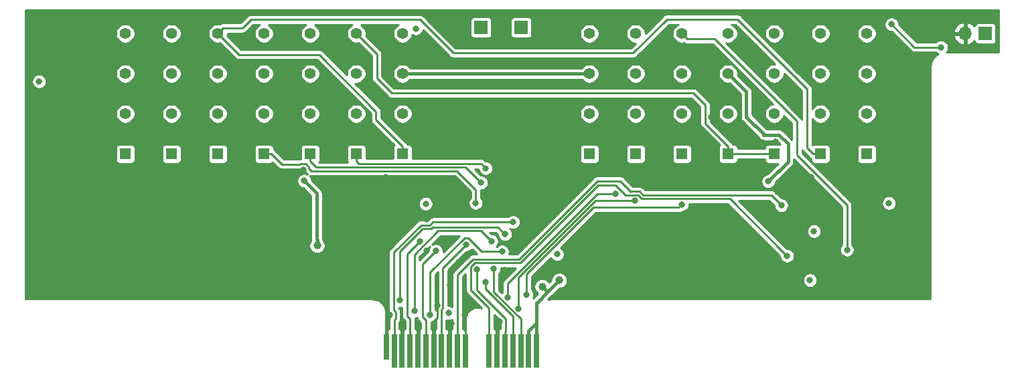
<source format=gbr>
G04 #@! TF.GenerationSoftware,KiCad,Pcbnew,(5.1.5)-3*
G04 #@! TF.CreationDate,2020-01-31T09:50:25-08:00*
G04 #@! TF.ProjectId,pin_driver,70696e5f-6472-4697-9665-722e6b696361,rev?*
G04 #@! TF.SameCoordinates,Original*
G04 #@! TF.FileFunction,Copper,L4,Bot*
G04 #@! TF.FilePolarity,Positive*
%FSLAX46Y46*%
G04 Gerber Fmt 4.6, Leading zero omitted, Abs format (unit mm)*
G04 Created by KiCad (PCBNEW (5.1.5)-3) date 2020-01-31 09:50:25*
%MOMM*%
%LPD*%
G04 APERTURE LIST*
%ADD10O,1.700000X1.700000*%
%ADD11R,1.700000X1.700000*%
%ADD12R,1.400000X1.400000*%
%ADD13C,1.400000*%
%ADD14R,0.700000X4.300000*%
%ADD15R,0.700000X3.200000*%
%ADD16C,0.800000*%
%ADD17C,1.000000*%
%ADD18C,0.250000*%
%ADD19C,0.400000*%
%ADD20C,0.254000*%
G04 APERTURE END LIST*
D10*
X170180000Y-122682000D03*
D11*
X172720000Y-122682000D03*
X114046000Y-121920000D03*
X108966000Y-121920000D03*
D12*
X99060000Y-137922000D03*
D13*
X99060000Y-132842000D03*
X99060000Y-127762000D03*
X99060000Y-122682000D03*
D12*
X93218000Y-137922000D03*
D13*
X93218000Y-132842000D03*
X93218000Y-127762000D03*
X93218000Y-122682000D03*
D12*
X87376000Y-137922000D03*
D13*
X87376000Y-132842000D03*
X87376000Y-127762000D03*
X87376000Y-122682000D03*
D12*
X81534000Y-137922000D03*
D13*
X81534000Y-132842000D03*
X81534000Y-127762000D03*
X81534000Y-122682000D03*
D12*
X75692000Y-137922000D03*
D13*
X75692000Y-132842000D03*
X75692000Y-127762000D03*
X75692000Y-122682000D03*
D12*
X69850000Y-137922000D03*
D13*
X69850000Y-132842000D03*
X69850000Y-127762000D03*
X69850000Y-122682000D03*
D12*
X64008000Y-137922000D03*
D13*
X64008000Y-132842000D03*
X64008000Y-127762000D03*
X64008000Y-122682000D03*
D12*
X157734000Y-137922000D03*
D13*
X157734000Y-132842000D03*
X157734000Y-127762000D03*
X157734000Y-122682000D03*
D12*
X151892000Y-137922000D03*
D13*
X151892000Y-132842000D03*
X151892000Y-127762000D03*
X151892000Y-122682000D03*
D12*
X146050000Y-137922000D03*
D13*
X146050000Y-132842000D03*
X146050000Y-127762000D03*
X146050000Y-122682000D03*
D12*
X140208000Y-137922000D03*
D13*
X140208000Y-132842000D03*
X140208000Y-127762000D03*
X140208000Y-122682000D03*
D12*
X134366000Y-137922000D03*
D13*
X134366000Y-132842000D03*
X134366000Y-127762000D03*
X134366000Y-122682000D03*
D12*
X128524000Y-137922000D03*
D13*
X128524000Y-132842000D03*
X128524000Y-127762000D03*
X128524000Y-122682000D03*
D12*
X122682000Y-137922000D03*
D13*
X122682000Y-132842000D03*
X122682000Y-127762000D03*
X122682000Y-122682000D03*
D14*
X111000000Y-162900000D03*
X110000000Y-162900000D03*
X116000000Y-162900000D03*
X115000000Y-162900000D03*
X114000000Y-162900000D03*
X113000000Y-162900000D03*
X112000000Y-162900000D03*
X107000000Y-162900000D03*
X106000000Y-162900000D03*
X105000000Y-162900000D03*
X104000000Y-162900000D03*
X103000000Y-162900000D03*
X102000000Y-162900000D03*
X101000000Y-162900000D03*
X100000000Y-162900000D03*
X99000000Y-162900000D03*
X98000000Y-162900000D03*
D15*
X97000000Y-162350000D03*
D16*
X99009200Y-159562800D03*
X101041200Y-159537400D03*
X103428800Y-157099000D03*
X105262260Y-159380340D03*
X106904765Y-158288113D03*
X111328200Y-159181800D03*
X54610000Y-121412000D03*
X126771400Y-150723600D03*
X147421600Y-153847800D03*
X148107400Y-148793200D03*
X162128200Y-144170400D03*
X159588200Y-152654000D03*
X102133400Y-146202400D03*
X97459800Y-158318200D03*
X90119200Y-153568400D03*
X85979000Y-150850600D03*
X102514400Y-137414000D03*
X90373200Y-149326600D03*
X96774000Y-149352000D03*
X99542600Y-147040600D03*
X86487000Y-139928600D03*
X96951800Y-140843000D03*
X146431000Y-142722600D03*
X111556800Y-126365000D03*
X111531400Y-129057400D03*
X110439200Y-134035800D03*
X111582200Y-143764000D03*
X104368600Y-149555200D03*
X102108000Y-150215600D03*
X106197400Y-151612600D03*
X111963200Y-152628600D03*
X117805200Y-142646400D03*
X123063000Y-146735800D03*
X118694200Y-155981400D03*
X144068800Y-151790400D03*
X159613600Y-149707600D03*
X145084800Y-146761200D03*
X140817600Y-141097000D03*
X148539200Y-140665200D03*
X150672800Y-140868400D03*
X146202400Y-136398000D03*
X159308800Y-121386600D03*
X161391600Y-120218200D03*
X165277800Y-126060200D03*
X162788600Y-126085600D03*
X165404800Y-123037600D03*
X74523600Y-147548600D03*
X76860400Y-147472400D03*
X68656200Y-142951200D03*
X76708000Y-139725400D03*
X75336400Y-136220200D03*
X82600800Y-140817600D03*
X94361000Y-134493000D03*
X89916000Y-133502400D03*
X78181200Y-134416800D03*
X73279000Y-133578600D03*
X67970400Y-133959600D03*
X127000000Y-134391400D03*
X132105400Y-133731000D03*
X138074400Y-133223000D03*
X153517600Y-133934200D03*
X147701000Y-123723400D03*
X161112200Y-123571000D03*
X156946600Y-141732000D03*
X127177800Y-140233400D03*
X131394200Y-141909800D03*
X97205800Y-142570200D03*
X89484200Y-142671800D03*
X105105200Y-154508200D03*
X149148800Y-132486400D03*
X111455200Y-121285000D03*
X106730800Y-121335800D03*
X116433600Y-121335800D03*
X113715800Y-140868400D03*
X108508800Y-137998200D03*
X99898200Y-136067800D03*
X104114600Y-120243600D03*
X77749400Y-123037600D03*
X96139000Y-138049000D03*
X90195400Y-138303000D03*
X117449600Y-152552400D03*
X96113600Y-122250200D03*
X84455000Y-124079000D03*
X90322400Y-124079000D03*
X144348200Y-132689600D03*
X83388200Y-137363200D03*
X100736400Y-122047000D03*
X104876600Y-158089600D03*
X53111400Y-128752600D03*
X118592600Y-150647400D03*
X150571200Y-153924000D03*
X151079200Y-147726400D03*
X160553400Y-144170400D03*
X101981000Y-144246600D03*
X147664010Y-150835500D03*
D17*
X118872719Y-153938390D03*
X116713000Y-154736800D03*
D16*
X109575600Y-139750800D03*
X110606607Y-152447431D03*
X108991400Y-141579600D03*
X109524800Y-154203400D03*
X108305600Y-144145000D03*
X108432600Y-152527000D03*
X146954630Y-144430711D03*
X107112232Y-149411687D03*
X103276400Y-150190202D03*
X101236368Y-148988911D03*
X113030000Y-146558000D03*
X86614000Y-141325600D03*
X145288000Y-141401800D03*
D17*
X88265000Y-149529800D03*
D16*
X134366000Y-144322800D03*
X114757200Y-155778200D03*
X128473200Y-143865600D03*
X113724473Y-157555554D03*
X125958600Y-142976600D03*
X112316463Y-156147543D03*
X111633000Y-150291800D03*
X102565200Y-158292800D03*
X110275210Y-148976077D03*
X100533202Y-157810200D03*
X98704400Y-156489400D03*
X112014000Y-148107400D03*
X155244800Y-150063200D03*
X160883600Y-121513600D03*
X167132000Y-124409200D03*
D18*
X99009200Y-162890800D02*
X99000000Y-162900000D01*
X99009200Y-159562800D02*
X99009200Y-162890800D01*
X101000000Y-162900000D02*
X101000000Y-159578600D01*
X101000000Y-159578600D02*
X101041200Y-159537400D01*
X107000000Y-158383348D02*
X106904765Y-158288113D01*
X105000000Y-159642600D02*
X105262260Y-159380340D01*
X105000000Y-162900000D02*
X105000000Y-159642600D01*
X107000000Y-162900000D02*
X107000000Y-158383348D01*
X111000000Y-159510000D02*
X111328200Y-159181800D01*
X111000000Y-162900000D02*
X111000000Y-159510000D01*
X97000000Y-162350000D02*
X97000000Y-158778000D01*
X97000000Y-158778000D02*
X97459800Y-158318200D01*
X103000000Y-159058002D02*
X103428800Y-158629202D01*
X103428800Y-158629202D02*
X103428800Y-157664685D01*
X103000000Y-162900000D02*
X103000000Y-159058002D01*
X103428800Y-157664685D02*
X103428800Y-157099000D01*
X89484200Y-148437600D02*
X89484200Y-142671800D01*
X90373200Y-149326600D02*
X89484200Y-148437600D01*
X99060000Y-136972000D02*
X95707200Y-133619200D01*
X99060000Y-137922000D02*
X99060000Y-136972000D01*
X95707200Y-133619200D02*
X95707200Y-132537200D01*
X95707200Y-132537200D02*
X88519000Y-125349000D01*
X78359000Y-125349000D02*
X75692000Y-122682000D01*
X88519000Y-125349000D02*
X78359000Y-125349000D01*
X76391999Y-121982001D02*
X78855799Y-121982001D01*
X75692000Y-122682000D02*
X76391999Y-121982001D01*
X78855799Y-121982001D02*
X79908400Y-120929400D01*
X79908400Y-120929400D02*
X101244400Y-120929400D01*
X101244400Y-120929400D02*
X105460800Y-125145800D01*
X105460800Y-125145800D02*
X128219200Y-125145800D01*
X128219200Y-125145800D02*
X132486400Y-120878600D01*
X132486400Y-120878600D02*
X141401800Y-120878600D01*
X150942000Y-137922000D02*
X151892000Y-137922000D01*
X150190200Y-137170200D02*
X150942000Y-137922000D01*
X150190200Y-129667000D02*
X150190200Y-137170200D01*
X148971000Y-128447800D02*
X148920200Y-128447800D01*
X141401800Y-120878600D02*
X148920200Y-128447800D01*
X148920200Y-128447800D02*
X150190200Y-129667000D01*
X140208000Y-137922000D02*
X146050000Y-137922000D01*
X140208000Y-136972000D02*
X137312400Y-134076400D01*
X140208000Y-137922000D02*
X140208000Y-136972000D01*
X137312400Y-134076400D02*
X137312400Y-131699000D01*
X137312400Y-131699000D02*
X135839200Y-130225800D01*
X135839200Y-130225800D02*
X97663000Y-130225800D01*
X97663000Y-130225800D02*
X95808800Y-128371600D01*
X95808800Y-125272800D02*
X93218000Y-122682000D01*
X95808800Y-128371600D02*
X95808800Y-125272800D01*
X107703189Y-152183409D02*
X108164168Y-151722430D01*
X110000000Y-157499410D02*
X107703189Y-155202599D01*
X128104207Y-143161589D02*
X128125198Y-143140598D01*
X123767011Y-141916989D02*
X125971993Y-141916989D01*
X107703189Y-155202599D02*
X107703189Y-152183409D01*
X127216593Y-143161589D02*
X128104207Y-143161589D01*
X147264011Y-150435501D02*
X147664010Y-150835500D01*
X140426308Y-143597798D02*
X147264011Y-150435501D01*
X113961570Y-151722430D02*
X123767011Y-141916989D01*
X128125198Y-143140598D02*
X128821202Y-143140598D01*
X125971993Y-141916989D02*
X127216593Y-143161589D01*
X128821202Y-143140598D02*
X129278402Y-143597798D01*
X110000000Y-162900000D02*
X110000000Y-157499410D01*
X108164168Y-151722430D02*
X113961570Y-151722430D01*
X129278402Y-143597798D02*
X140426308Y-143597798D01*
D19*
X116000000Y-160350000D02*
X116001800Y-160348200D01*
X116000000Y-162900000D02*
X116000000Y-160350000D01*
X116001800Y-160348200D02*
X116001800Y-156768800D01*
X115000000Y-160350000D02*
X116001800Y-159348200D01*
X116001800Y-159348200D02*
X116001800Y-156768800D01*
X115000000Y-162900000D02*
X115000000Y-160350000D01*
X118372720Y-154438389D02*
X118872719Y-153938390D01*
X116001800Y-156768800D02*
X116042309Y-156768800D01*
X117212999Y-155312999D02*
X117322600Y-155422600D01*
X116713000Y-154736800D02*
X117212999Y-155236799D01*
X116042309Y-156768800D02*
X117322600Y-155422600D01*
X117212999Y-155236799D02*
X117212999Y-155312999D01*
X117322600Y-155422600D02*
X118372720Y-154438389D01*
D18*
X110606607Y-153013116D02*
X110606607Y-152447431D01*
X114000000Y-162900000D02*
X114000000Y-158856400D01*
X114000000Y-158856400D02*
X110606607Y-155463007D01*
X110606607Y-155463007D02*
X110606607Y-153013116D01*
X109575600Y-139750800D02*
X109005778Y-139180978D01*
X93218000Y-138872000D02*
X93218000Y-137922000D01*
X109005778Y-139180978D02*
X93526978Y-139180978D01*
X93526978Y-139180978D02*
X93218000Y-138872000D01*
X109524800Y-155047232D02*
X109524800Y-154769085D01*
X109524800Y-154769085D02*
X109524800Y-154203400D01*
X113000000Y-162900000D02*
X113000000Y-158522432D01*
X113000000Y-158522432D02*
X109524800Y-155047232D01*
X87376000Y-138872000D02*
X87376000Y-137922000D01*
X108991400Y-141579600D02*
X107042789Y-139630989D01*
X107042789Y-139630989D02*
X88134989Y-139630989D01*
X88134989Y-139630989D02*
X87376000Y-138872000D01*
X112053202Y-160446798D02*
X112000000Y-160500000D01*
X108432600Y-152527000D02*
X108432600Y-155213196D01*
X112000000Y-160500000D02*
X112000000Y-162900000D01*
X112053202Y-158833798D02*
X112053202Y-160446798D01*
X108432600Y-155213196D02*
X112053202Y-158833798D01*
X108305600Y-142468600D02*
X108305600Y-144145000D01*
X105918000Y-140081000D02*
X108305600Y-142468600D01*
X87212001Y-139580599D02*
X87212001Y-139739201D01*
X86099798Y-139242800D02*
X86138999Y-139203599D01*
X82484000Y-137922000D02*
X83804800Y-139242800D01*
X86835001Y-139203599D02*
X87212001Y-139580599D01*
X87212001Y-139739201D02*
X87553800Y-140081000D01*
X86138999Y-139203599D02*
X86835001Y-139203599D01*
X83804800Y-139242800D02*
X86099798Y-139242800D01*
X87553800Y-140081000D02*
X105918000Y-140081000D01*
X81534000Y-137922000D02*
X82484000Y-137922000D01*
X129464802Y-143147787D02*
X145671706Y-143147787D01*
X127938798Y-142690587D02*
X129007602Y-142690587D01*
X106000000Y-153250187D02*
X107977768Y-151272419D01*
X113773759Y-151272419D02*
X123680800Y-141365378D01*
X129007602Y-142690587D02*
X129464802Y-143147787D01*
X107977768Y-151272419D02*
X113773759Y-151272419D01*
X127917807Y-142711578D02*
X127938798Y-142690587D01*
X106000000Y-162900000D02*
X106000000Y-153250187D01*
X126571607Y-141365378D02*
X127917807Y-142711578D01*
X145671706Y-143147787D02*
X146954630Y-144430711D01*
X123680800Y-141365378D02*
X126571607Y-141365378D01*
X104000000Y-162900000D02*
X104000000Y-160500000D01*
X106712233Y-149811686D02*
X107112232Y-149411687D01*
X104000000Y-160500000D02*
X103922998Y-160422998D01*
X104153802Y-152370117D02*
X106712233Y-149811686D01*
X103922998Y-157677806D02*
X104153802Y-157447002D01*
X103922998Y-160422998D02*
X103922998Y-157677806D01*
X104153802Y-157447002D02*
X104153802Y-152370117D01*
X102000000Y-159029202D02*
X101549988Y-158579190D01*
X102876401Y-150590201D02*
X103276400Y-150190202D01*
X101549988Y-158579190D02*
X101549988Y-151916614D01*
X102000000Y-162900000D02*
X102000000Y-159029202D01*
X101549988Y-151916614D02*
X102876401Y-150590201D01*
X100000000Y-162900000D02*
X100000000Y-158832602D01*
X100836369Y-149388910D02*
X101236368Y-148988911D01*
X99630399Y-158463001D02*
X99630399Y-150594880D01*
X99630399Y-150594880D02*
X100836369Y-149388910D01*
X100000000Y-158832602D02*
X99630399Y-158463001D01*
X97942400Y-157727796D02*
X97942400Y-150391989D01*
X102901602Y-146558000D02*
X112464315Y-146558000D01*
X112464315Y-146558000D02*
X113030000Y-146558000D01*
X98000000Y-162900000D02*
X98000000Y-158952604D01*
X102532201Y-146927401D02*
X102901602Y-146558000D01*
X98184802Y-158767802D02*
X98184802Y-157970198D01*
X101406988Y-146927401D02*
X102532201Y-146927401D01*
X98184802Y-157970198D02*
X97942400Y-157727796D01*
X98000000Y-158952604D02*
X98184802Y-158767802D01*
X97942400Y-150391989D02*
X101406988Y-146927401D01*
D19*
X88265000Y-148822694D02*
X88214200Y-148771894D01*
X88265000Y-149529800D02*
X88265000Y-148822694D01*
X88214200Y-142925800D02*
X86614000Y-141325600D01*
X88214200Y-148771894D02*
X88214200Y-142925800D01*
X100049949Y-127762000D02*
X122682000Y-127762000D01*
X99060000Y-127762000D02*
X100049949Y-127762000D01*
X142519400Y-133223000D02*
X144830800Y-135534400D01*
X140208000Y-127762000D02*
X142519400Y-130073400D01*
X142519400Y-130073400D02*
X142519400Y-133223000D01*
D18*
X144729200Y-135534400D02*
X144830800Y-135534400D01*
D19*
X146659600Y-135534400D02*
X147802600Y-136677400D01*
X144729200Y-135534400D02*
X146659600Y-135534400D01*
X147802600Y-138887200D02*
X145288000Y-141401800D01*
X147802600Y-136677400D02*
X147802600Y-138887200D01*
D18*
X133966001Y-144722799D02*
X123221801Y-144722799D01*
X114757200Y-155212515D02*
X114757200Y-155778200D01*
X134366000Y-144322800D02*
X133966001Y-144722799D01*
X114757200Y-153187400D02*
X114757200Y-155212515D01*
X123221801Y-144722799D02*
X114757200Y-153187400D01*
X113715800Y-153592389D02*
X113715800Y-157546881D01*
X128473200Y-143865600D02*
X123442589Y-143865600D01*
X113715800Y-157546881D02*
X113724473Y-157555554D01*
X123442589Y-143865600D02*
X113715800Y-153592389D01*
X125958600Y-142976600D02*
X123695178Y-142976600D01*
X123695178Y-142976600D02*
X112316463Y-154355315D01*
X112316463Y-154355315D02*
X112316463Y-155581858D01*
X112316463Y-155581858D02*
X112316463Y-156147543D01*
X107365814Y-148592257D02*
X106906343Y-148592257D01*
X106906343Y-148592257D02*
X102565200Y-152933400D01*
X109065357Y-150291800D02*
X107365814Y-148592257D01*
X111633000Y-150291800D02*
X109065357Y-150291800D01*
X102565200Y-157727115D02*
X102565200Y-158292800D01*
X102565200Y-152933400D02*
X102565200Y-157727115D01*
X100533202Y-150717396D02*
X100533202Y-157244515D01*
X100533202Y-157244515D02*
X100533202Y-157810200D01*
X110275210Y-148976077D02*
X108974733Y-147675600D01*
X108974733Y-147675600D02*
X103574998Y-147675600D01*
X103574998Y-147675600D02*
X100533202Y-150717396D01*
X101593388Y-147377412D02*
X102718601Y-147377412D01*
X102718601Y-147377412D02*
X102871001Y-147225012D01*
X111131612Y-147225012D02*
X111614001Y-147707401D01*
X98704400Y-156489400D02*
X98704400Y-150266400D01*
X111614001Y-147707401D02*
X112014000Y-148107400D01*
X102871001Y-147225012D02*
X111131612Y-147225012D01*
X98704400Y-150266400D02*
X101593388Y-147377412D01*
X135065999Y-123381999D02*
X138520399Y-123381999D01*
X134366000Y-122682000D02*
X135065999Y-123381999D01*
X138520399Y-123381999D02*
X148920200Y-133781800D01*
X148920200Y-133781800D02*
X148920200Y-138074400D01*
X148920200Y-138074400D02*
X155244800Y-144399000D01*
X155244800Y-144399000D02*
X155244800Y-150063200D01*
X160883600Y-121513600D02*
X163779200Y-124409200D01*
X163779200Y-124409200D02*
X167132000Y-124409200D01*
D20*
G36*
X98978399Y-158430979D02*
G01*
X98975245Y-158463001D01*
X98987834Y-158590815D01*
X99015048Y-158680528D01*
X99025116Y-158713717D01*
X99085658Y-158826984D01*
X99167135Y-158926265D01*
X99192018Y-158946686D01*
X99348001Y-159102669D01*
X99348001Y-160112024D01*
X99285750Y-160115000D01*
X99127000Y-160273750D01*
X99127000Y-160683506D01*
X99120451Y-160750000D01*
X99120451Y-163047000D01*
X98879549Y-163047000D01*
X98879549Y-160750000D01*
X98873000Y-160683506D01*
X98873000Y-160273750D01*
X98714250Y-160115000D01*
X98652000Y-160112024D01*
X98652000Y-159226272D01*
X98729543Y-159131786D01*
X98790085Y-159018519D01*
X98824821Y-158904010D01*
X98827367Y-158895617D01*
X98828724Y-158881835D01*
X98836802Y-158799824D01*
X98836802Y-158799817D01*
X98839955Y-158767803D01*
X98836802Y-158735788D01*
X98836802Y-158002219D01*
X98839956Y-157970197D01*
X98827367Y-157842383D01*
X98805887Y-157771573D01*
X98790085Y-157719481D01*
X98729543Y-157606214D01*
X98648066Y-157506934D01*
X98623183Y-157486513D01*
X98594400Y-157457730D01*
X98594400Y-157412681D01*
X98613099Y-157416400D01*
X98795701Y-157416400D01*
X98974796Y-157380776D01*
X98978399Y-157379284D01*
X98978399Y-158430979D01*
G37*
X98978399Y-158430979D02*
X98975245Y-158463001D01*
X98987834Y-158590815D01*
X99015048Y-158680528D01*
X99025116Y-158713717D01*
X99085658Y-158826984D01*
X99167135Y-158926265D01*
X99192018Y-158946686D01*
X99348001Y-159102669D01*
X99348001Y-160112024D01*
X99285750Y-160115000D01*
X99127000Y-160273750D01*
X99127000Y-160683506D01*
X99120451Y-160750000D01*
X99120451Y-163047000D01*
X98879549Y-163047000D01*
X98879549Y-160750000D01*
X98873000Y-160683506D01*
X98873000Y-160273750D01*
X98714250Y-160115000D01*
X98652000Y-160112024D01*
X98652000Y-159226272D01*
X98729543Y-159131786D01*
X98790085Y-159018519D01*
X98824821Y-158904010D01*
X98827367Y-158895617D01*
X98828724Y-158881835D01*
X98836802Y-158799824D01*
X98836802Y-158799817D01*
X98839955Y-158767803D01*
X98836802Y-158735788D01*
X98836802Y-158002219D01*
X98839956Y-157970197D01*
X98827367Y-157842383D01*
X98805887Y-157771573D01*
X98790085Y-157719481D01*
X98729543Y-157606214D01*
X98648066Y-157506934D01*
X98623183Y-157486513D01*
X98594400Y-157457730D01*
X98594400Y-157412681D01*
X98613099Y-157416400D01*
X98795701Y-157416400D01*
X98974796Y-157380776D01*
X98978399Y-157379284D01*
X98978399Y-158430979D01*
G36*
X100907423Y-158707004D02*
G01*
X100938328Y-158808885D01*
X100944705Y-158829906D01*
X101005247Y-158943173D01*
X101086724Y-159042454D01*
X101111606Y-159062874D01*
X101348001Y-159299269D01*
X101348001Y-160112024D01*
X101285750Y-160115000D01*
X101127000Y-160273750D01*
X101127000Y-160683506D01*
X101120451Y-160750000D01*
X101120451Y-163047000D01*
X100879549Y-163047000D01*
X100879549Y-160750000D01*
X100873000Y-160683506D01*
X100873000Y-160273750D01*
X100714250Y-160115000D01*
X100652000Y-160112024D01*
X100652000Y-158864624D01*
X100655154Y-158832602D01*
X100645349Y-158733053D01*
X100803598Y-158701576D01*
X100902839Y-158660468D01*
X100907423Y-158707004D01*
G37*
X100907423Y-158707004D02*
X100938328Y-158808885D01*
X100944705Y-158829906D01*
X101005247Y-158943173D01*
X101086724Y-159042454D01*
X101111606Y-159062874D01*
X101348001Y-159299269D01*
X101348001Y-160112024D01*
X101285750Y-160115000D01*
X101127000Y-160273750D01*
X101127000Y-160683506D01*
X101120451Y-160750000D01*
X101120451Y-163047000D01*
X100879549Y-163047000D01*
X100879549Y-160750000D01*
X100873000Y-160683506D01*
X100873000Y-160273750D01*
X100714250Y-160115000D01*
X100652000Y-160112024D01*
X100652000Y-158864624D01*
X100655154Y-158832602D01*
X100645349Y-158733053D01*
X100803598Y-158701576D01*
X100902839Y-158660468D01*
X100907423Y-158707004D01*
G36*
X103270998Y-160129752D02*
G01*
X103127000Y-160273750D01*
X103127000Y-160683506D01*
X103120451Y-160750000D01*
X103120451Y-163047000D01*
X102879549Y-163047000D01*
X102879549Y-160750000D01*
X102873000Y-160683506D01*
X102873000Y-160273750D01*
X102714250Y-160115000D01*
X102652000Y-160112024D01*
X102652000Y-159219800D01*
X102656501Y-159219800D01*
X102835596Y-159184176D01*
X103004299Y-159114296D01*
X103156128Y-159012848D01*
X103270999Y-158897977D01*
X103270998Y-160129752D01*
G37*
X103270998Y-160129752D02*
X103127000Y-160273750D01*
X103127000Y-160683506D01*
X103120451Y-160750000D01*
X103120451Y-163047000D01*
X102879549Y-163047000D01*
X102879549Y-160750000D01*
X102873000Y-160683506D01*
X102873000Y-160273750D01*
X102714250Y-160115000D01*
X102652000Y-160112024D01*
X102652000Y-159219800D01*
X102656501Y-159219800D01*
X102835596Y-159184176D01*
X103004299Y-159114296D01*
X103156128Y-159012848D01*
X103270999Y-158897977D01*
X103270998Y-160129752D01*
G36*
X105348000Y-160112024D02*
G01*
X105285750Y-160115000D01*
X105127000Y-160273750D01*
X105127000Y-160683506D01*
X105120451Y-160750000D01*
X105120451Y-163047000D01*
X104879549Y-163047000D01*
X104879549Y-160750000D01*
X104873000Y-160683506D01*
X104873000Y-160273750D01*
X104714250Y-160115000D01*
X104650000Y-160111928D01*
X104574998Y-160119315D01*
X104574998Y-158968050D01*
X104606204Y-158980976D01*
X104785299Y-159016600D01*
X104967901Y-159016600D01*
X105146996Y-158980976D01*
X105315699Y-158911096D01*
X105348000Y-158889513D01*
X105348000Y-160112024D01*
G37*
X105348000Y-160112024D02*
X105285750Y-160115000D01*
X105127000Y-160273750D01*
X105127000Y-160683506D01*
X105120451Y-160750000D01*
X105120451Y-163047000D01*
X104879549Y-163047000D01*
X104879549Y-160750000D01*
X104873000Y-160683506D01*
X104873000Y-160273750D01*
X104714250Y-160115000D01*
X104650000Y-160111928D01*
X104574998Y-160119315D01*
X104574998Y-158968050D01*
X104606204Y-158980976D01*
X104785299Y-159016600D01*
X104967901Y-159016600D01*
X105146996Y-158980976D01*
X105315699Y-158911096D01*
X105348000Y-158889513D01*
X105348000Y-160112024D01*
G36*
X111401202Y-159103865D02*
G01*
X111401203Y-160116971D01*
X111350000Y-160111928D01*
X111285750Y-160115000D01*
X111127000Y-160273750D01*
X111127000Y-160683506D01*
X111120451Y-160750000D01*
X111120451Y-163047000D01*
X110879549Y-163047000D01*
X110879549Y-160750000D01*
X110873000Y-160683506D01*
X110873000Y-160273750D01*
X110714250Y-160115000D01*
X110652000Y-160112024D01*
X110652000Y-158354663D01*
X111401202Y-159103865D01*
G37*
X111401202Y-159103865D02*
X111401203Y-160116971D01*
X111350000Y-160111928D01*
X111285750Y-160115000D01*
X111127000Y-160273750D01*
X111127000Y-160683506D01*
X111120451Y-160750000D01*
X111120451Y-163047000D01*
X110879549Y-163047000D01*
X110879549Y-160750000D01*
X110873000Y-160683506D01*
X110873000Y-160273750D01*
X110714250Y-160115000D01*
X110652000Y-160112024D01*
X110652000Y-158354663D01*
X111401202Y-159103865D01*
G36*
X106973001Y-163047000D02*
G01*
X106879549Y-163047000D01*
X106879549Y-162753000D01*
X106973001Y-162753000D01*
X106973001Y-163047000D01*
G37*
X106973001Y-163047000D02*
X106879549Y-163047000D01*
X106879549Y-162753000D01*
X106973001Y-162753000D01*
X106973001Y-163047000D01*
G36*
X174423001Y-125026000D02*
G01*
X167826176Y-125026000D01*
X167852048Y-125000128D01*
X167953496Y-124848299D01*
X168023376Y-124679596D01*
X168059000Y-124500501D01*
X168059000Y-124317899D01*
X168023376Y-124138804D01*
X167953496Y-123970101D01*
X167852048Y-123818272D01*
X167722928Y-123689152D01*
X167571099Y-123587704D01*
X167402396Y-123517824D01*
X167223301Y-123482200D01*
X167040699Y-123482200D01*
X166861604Y-123517824D01*
X166692901Y-123587704D01*
X166541072Y-123689152D01*
X166473024Y-123757200D01*
X164049267Y-123757200D01*
X163330958Y-123038891D01*
X168738519Y-123038891D01*
X168835843Y-123313252D01*
X168984822Y-123563355D01*
X169179731Y-123779588D01*
X169413080Y-123953641D01*
X169675901Y-124078825D01*
X169823110Y-124123476D01*
X170053000Y-124002155D01*
X170053000Y-122809000D01*
X168859186Y-122809000D01*
X168738519Y-123038891D01*
X163330958Y-123038891D01*
X162617176Y-122325109D01*
X168738519Y-122325109D01*
X168859186Y-122555000D01*
X170053000Y-122555000D01*
X170053000Y-121361845D01*
X170307000Y-121361845D01*
X170307000Y-122555000D01*
X170327000Y-122555000D01*
X170327000Y-122809000D01*
X170307000Y-122809000D01*
X170307000Y-124002155D01*
X170536890Y-124123476D01*
X170684099Y-124078825D01*
X170946920Y-123953641D01*
X171180269Y-123779588D01*
X171346656Y-123594998D01*
X171350626Y-123635310D01*
X171380761Y-123734650D01*
X171429696Y-123826202D01*
X171495552Y-123906448D01*
X171575798Y-123972304D01*
X171667350Y-124021239D01*
X171766690Y-124051374D01*
X171870000Y-124061549D01*
X173570000Y-124061549D01*
X173673310Y-124051374D01*
X173772650Y-124021239D01*
X173864202Y-123972304D01*
X173944448Y-123906448D01*
X174010304Y-123826202D01*
X174059239Y-123734650D01*
X174089374Y-123635310D01*
X174099549Y-123532000D01*
X174099549Y-121832000D01*
X174089374Y-121728690D01*
X174059239Y-121629350D01*
X174010304Y-121537798D01*
X173944448Y-121457552D01*
X173864202Y-121391696D01*
X173772650Y-121342761D01*
X173673310Y-121312626D01*
X173570000Y-121302451D01*
X171870000Y-121302451D01*
X171766690Y-121312626D01*
X171667350Y-121342761D01*
X171575798Y-121391696D01*
X171495552Y-121457552D01*
X171429696Y-121537798D01*
X171380761Y-121629350D01*
X171350626Y-121728690D01*
X171346656Y-121769002D01*
X171180269Y-121584412D01*
X170946920Y-121410359D01*
X170684099Y-121285175D01*
X170536890Y-121240524D01*
X170307000Y-121361845D01*
X170053000Y-121361845D01*
X169823110Y-121240524D01*
X169675901Y-121285175D01*
X169413080Y-121410359D01*
X169179731Y-121584412D01*
X168984822Y-121800645D01*
X168835843Y-122050748D01*
X168738519Y-122325109D01*
X162617176Y-122325109D01*
X161810600Y-121518534D01*
X161810600Y-121422299D01*
X161774976Y-121243204D01*
X161705096Y-121074501D01*
X161603648Y-120922672D01*
X161474528Y-120793552D01*
X161322699Y-120692104D01*
X161153996Y-120622224D01*
X160974901Y-120586600D01*
X160792299Y-120586600D01*
X160613204Y-120622224D01*
X160444501Y-120692104D01*
X160292672Y-120793552D01*
X160163552Y-120922672D01*
X160062104Y-121074501D01*
X159992224Y-121243204D01*
X159956600Y-121422299D01*
X159956600Y-121604901D01*
X159992224Y-121783996D01*
X160062104Y-121952699D01*
X160163552Y-122104528D01*
X160292672Y-122233648D01*
X160444501Y-122335096D01*
X160613204Y-122404976D01*
X160792299Y-122440600D01*
X160888534Y-122440600D01*
X163295520Y-124847587D01*
X163315936Y-124872464D01*
X163415216Y-124953941D01*
X163528483Y-125014483D01*
X163651385Y-125051765D01*
X163779200Y-125064354D01*
X163811222Y-125061200D01*
X166473024Y-125061200D01*
X166541072Y-125129248D01*
X166692901Y-125230696D01*
X166757395Y-125257411D01*
X166655391Y-125312564D01*
X166612033Y-125341809D01*
X166568273Y-125370445D01*
X166562030Y-125375537D01*
X166371051Y-125533530D01*
X166334239Y-125570600D01*
X166296837Y-125607227D01*
X166291702Y-125613434D01*
X166135047Y-125805512D01*
X166106088Y-125849098D01*
X166076560Y-125892223D01*
X166072732Y-125899304D01*
X166072729Y-125899308D01*
X166072729Y-125899309D01*
X165956366Y-126118157D01*
X165936455Y-126166466D01*
X165915836Y-126214572D01*
X165913454Y-126222268D01*
X165841814Y-126459549D01*
X165831655Y-126510857D01*
X165820783Y-126562004D01*
X165819941Y-126570017D01*
X165795754Y-126816695D01*
X165795754Y-126816704D01*
X165793000Y-126844665D01*
X165793001Y-156323000D01*
X117671664Y-156323000D01*
X117646839Y-156325445D01*
X117640377Y-156325400D01*
X117632359Y-156326187D01*
X117448116Y-156345551D01*
X117818492Y-155956109D01*
X117839153Y-155939153D01*
X117854422Y-155920547D01*
X118852432Y-154985176D01*
X118861537Y-154977704D01*
X118873851Y-154965390D01*
X118973870Y-154965390D01*
X119172284Y-154925923D01*
X119359186Y-154848505D01*
X119527393Y-154736113D01*
X119670442Y-154593064D01*
X119782834Y-154424857D01*
X119860252Y-154237955D01*
X119899719Y-154039541D01*
X119899719Y-153837239D01*
X119898816Y-153832699D01*
X149644200Y-153832699D01*
X149644200Y-154015301D01*
X149679824Y-154194396D01*
X149749704Y-154363099D01*
X149851152Y-154514928D01*
X149980272Y-154644048D01*
X150132101Y-154745496D01*
X150300804Y-154815376D01*
X150479899Y-154851000D01*
X150662501Y-154851000D01*
X150841596Y-154815376D01*
X151010299Y-154745496D01*
X151162128Y-154644048D01*
X151291248Y-154514928D01*
X151392696Y-154363099D01*
X151462576Y-154194396D01*
X151498200Y-154015301D01*
X151498200Y-153832699D01*
X151462576Y-153653604D01*
X151392696Y-153484901D01*
X151291248Y-153333072D01*
X151162128Y-153203952D01*
X151010299Y-153102504D01*
X150841596Y-153032624D01*
X150662501Y-152997000D01*
X150479899Y-152997000D01*
X150300804Y-153032624D01*
X150132101Y-153102504D01*
X149980272Y-153203952D01*
X149851152Y-153333072D01*
X149749704Y-153484901D01*
X149679824Y-153653604D01*
X149644200Y-153832699D01*
X119898816Y-153832699D01*
X119860252Y-153638825D01*
X119782834Y-153451923D01*
X119670442Y-153283716D01*
X119527393Y-153140667D01*
X119359186Y-153028275D01*
X119172284Y-152950857D01*
X118973870Y-152911390D01*
X118771568Y-152911390D01*
X118573154Y-152950857D01*
X118386252Y-153028275D01*
X118218045Y-153140667D01*
X118074996Y-153283716D01*
X117962604Y-153451923D01*
X117885186Y-153638825D01*
X117845719Y-153837239D01*
X117845719Y-153935922D01*
X117579654Y-154185289D01*
X117510723Y-154082126D01*
X117367674Y-153939077D01*
X117199467Y-153826685D01*
X117012565Y-153749267D01*
X116814151Y-153709800D01*
X116611849Y-153709800D01*
X116413435Y-153749267D01*
X116226533Y-153826685D01*
X116058326Y-153939077D01*
X115915277Y-154082126D01*
X115802885Y-154250333D01*
X115725467Y-154437235D01*
X115686000Y-154635649D01*
X115686000Y-154837951D01*
X115725467Y-155036365D01*
X115802885Y-155223267D01*
X115915277Y-155391474D01*
X116058326Y-155534523D01*
X116152826Y-155597665D01*
X115638146Y-156138841D01*
X115603531Y-156157343D01*
X115648576Y-156048596D01*
X115684200Y-155869501D01*
X115684200Y-155686899D01*
X115648576Y-155507804D01*
X115578696Y-155339101D01*
X115477248Y-155187272D01*
X115409200Y-155119224D01*
X115409200Y-153457466D01*
X117774734Y-151091932D01*
X117872552Y-151238328D01*
X118001672Y-151367448D01*
X118153501Y-151468896D01*
X118322204Y-151538776D01*
X118501299Y-151574400D01*
X118683901Y-151574400D01*
X118862996Y-151538776D01*
X119031699Y-151468896D01*
X119183528Y-151367448D01*
X119312648Y-151238328D01*
X119414096Y-151086499D01*
X119483976Y-150917796D01*
X119519600Y-150738701D01*
X119519600Y-150556099D01*
X119483976Y-150377004D01*
X119414096Y-150208301D01*
X119312648Y-150056472D01*
X119183528Y-149927352D01*
X119037132Y-149829534D01*
X123491868Y-145374799D01*
X133933979Y-145374799D01*
X133966001Y-145377953D01*
X133998023Y-145374799D01*
X134093815Y-145365364D01*
X134216718Y-145328082D01*
X134329985Y-145267540D01*
X134351601Y-145249800D01*
X134457301Y-145249800D01*
X134636396Y-145214176D01*
X134805099Y-145144296D01*
X134956928Y-145042848D01*
X135086048Y-144913728D01*
X135187496Y-144761899D01*
X135257376Y-144593196D01*
X135293000Y-144414101D01*
X135293000Y-144249798D01*
X140156242Y-144249798D01*
X146737010Y-150830567D01*
X146737010Y-150926801D01*
X146772634Y-151105896D01*
X146842514Y-151274599D01*
X146943962Y-151426428D01*
X147073082Y-151555548D01*
X147224911Y-151656996D01*
X147393614Y-151726876D01*
X147572709Y-151762500D01*
X147755311Y-151762500D01*
X147934406Y-151726876D01*
X148103109Y-151656996D01*
X148254938Y-151555548D01*
X148384058Y-151426428D01*
X148485506Y-151274599D01*
X148555386Y-151105896D01*
X148591010Y-150926801D01*
X148591010Y-150744199D01*
X148555386Y-150565104D01*
X148485506Y-150396401D01*
X148384058Y-150244572D01*
X148254938Y-150115452D01*
X148103109Y-150014004D01*
X147934406Y-149944124D01*
X147755311Y-149908500D01*
X147659077Y-149908500D01*
X145385676Y-147635099D01*
X150152200Y-147635099D01*
X150152200Y-147817701D01*
X150187824Y-147996796D01*
X150257704Y-148165499D01*
X150359152Y-148317328D01*
X150488272Y-148446448D01*
X150640101Y-148547896D01*
X150808804Y-148617776D01*
X150987899Y-148653400D01*
X151170501Y-148653400D01*
X151349596Y-148617776D01*
X151518299Y-148547896D01*
X151670128Y-148446448D01*
X151799248Y-148317328D01*
X151900696Y-148165499D01*
X151970576Y-147996796D01*
X152006200Y-147817701D01*
X152006200Y-147635099D01*
X151970576Y-147456004D01*
X151900696Y-147287301D01*
X151799248Y-147135472D01*
X151670128Y-147006352D01*
X151518299Y-146904904D01*
X151349596Y-146835024D01*
X151170501Y-146799400D01*
X150987899Y-146799400D01*
X150808804Y-146835024D01*
X150640101Y-146904904D01*
X150488272Y-147006352D01*
X150359152Y-147135472D01*
X150257704Y-147287301D01*
X150187824Y-147456004D01*
X150152200Y-147635099D01*
X145385676Y-147635099D01*
X141550363Y-143799787D01*
X145401640Y-143799787D01*
X146027630Y-144425778D01*
X146027630Y-144522012D01*
X146063254Y-144701107D01*
X146133134Y-144869810D01*
X146234582Y-145021639D01*
X146363702Y-145150759D01*
X146515531Y-145252207D01*
X146684234Y-145322087D01*
X146863329Y-145357711D01*
X147045931Y-145357711D01*
X147225026Y-145322087D01*
X147393729Y-145252207D01*
X147545558Y-145150759D01*
X147674678Y-145021639D01*
X147776126Y-144869810D01*
X147846006Y-144701107D01*
X147881630Y-144522012D01*
X147881630Y-144339410D01*
X147846006Y-144160315D01*
X147776126Y-143991612D01*
X147674678Y-143839783D01*
X147545558Y-143710663D01*
X147393729Y-143609215D01*
X147225026Y-143539335D01*
X147045931Y-143503711D01*
X146949697Y-143503711D01*
X146155391Y-142709406D01*
X146134970Y-142684523D01*
X146035690Y-142603046D01*
X145922423Y-142542504D01*
X145799520Y-142505222D01*
X145703728Y-142495787D01*
X145671706Y-142492633D01*
X145639684Y-142495787D01*
X129734869Y-142495787D01*
X129491286Y-142252205D01*
X129470866Y-142227323D01*
X129371586Y-142145846D01*
X129258319Y-142085304D01*
X129135416Y-142048022D01*
X129039624Y-142038587D01*
X129007602Y-142035433D01*
X128975580Y-142038587D01*
X128166883Y-142038587D01*
X127055292Y-140926997D01*
X127034871Y-140902114D01*
X126935591Y-140820637D01*
X126822324Y-140760095D01*
X126699421Y-140722813D01*
X126603629Y-140713378D01*
X126571607Y-140710224D01*
X126539585Y-140713378D01*
X123712822Y-140713378D01*
X123680800Y-140710224D01*
X123552985Y-140722813D01*
X123513892Y-140734672D01*
X123430083Y-140760095D01*
X123316816Y-140820637D01*
X123217536Y-140902114D01*
X123197120Y-140926991D01*
X113503693Y-150620419D01*
X112500259Y-150620419D01*
X112524376Y-150562196D01*
X112560000Y-150383101D01*
X112560000Y-150200499D01*
X112524376Y-150021404D01*
X112454496Y-149852701D01*
X112353048Y-149700872D01*
X112223928Y-149571752D01*
X112072099Y-149470304D01*
X111903396Y-149400424D01*
X111724301Y-149364800D01*
X111541699Y-149364800D01*
X111362604Y-149400424D01*
X111193901Y-149470304D01*
X111042072Y-149571752D01*
X110974024Y-149639800D01*
X110922463Y-149639800D01*
X110995258Y-149567005D01*
X111096706Y-149415176D01*
X111166586Y-149246473D01*
X111202210Y-149067378D01*
X111202210Y-148884776D01*
X111166586Y-148705681D01*
X111096706Y-148536978D01*
X110995258Y-148385149D01*
X110866138Y-148256029D01*
X110714309Y-148154581D01*
X110545606Y-148084701D01*
X110366511Y-148049077D01*
X110270277Y-148049077D01*
X110098212Y-147877012D01*
X110861546Y-147877012D01*
X111087000Y-148102467D01*
X111087000Y-148198701D01*
X111122624Y-148377796D01*
X111192504Y-148546499D01*
X111293952Y-148698328D01*
X111423072Y-148827448D01*
X111574901Y-148928896D01*
X111743604Y-148998776D01*
X111922699Y-149034400D01*
X112105301Y-149034400D01*
X112284396Y-148998776D01*
X112453099Y-148928896D01*
X112604928Y-148827448D01*
X112734048Y-148698328D01*
X112835496Y-148546499D01*
X112905376Y-148377796D01*
X112941000Y-148198701D01*
X112941000Y-148016099D01*
X112905376Y-147837004D01*
X112835496Y-147668301D01*
X112734048Y-147516472D01*
X112604928Y-147387352D01*
X112596872Y-147381969D01*
X112759604Y-147449376D01*
X112938699Y-147485000D01*
X113121301Y-147485000D01*
X113300396Y-147449376D01*
X113469099Y-147379496D01*
X113620928Y-147278048D01*
X113750048Y-147148928D01*
X113851496Y-146997099D01*
X113921376Y-146828396D01*
X113957000Y-146649301D01*
X113957000Y-146466699D01*
X113921376Y-146287604D01*
X113851496Y-146118901D01*
X113750048Y-145967072D01*
X113620928Y-145837952D01*
X113469099Y-145736504D01*
X113300396Y-145666624D01*
X113121301Y-145631000D01*
X112938699Y-145631000D01*
X112759604Y-145666624D01*
X112590901Y-145736504D01*
X112439072Y-145837952D01*
X112371024Y-145906000D01*
X102933624Y-145906000D01*
X102901602Y-145902846D01*
X102773787Y-145915435D01*
X102712337Y-145934076D01*
X102650885Y-145952717D01*
X102537618Y-146013259D01*
X102438338Y-146094736D01*
X102417917Y-146119619D01*
X102262135Y-146275401D01*
X101439002Y-146275401D01*
X101406987Y-146272248D01*
X101374973Y-146275401D01*
X101374966Y-146275401D01*
X101291815Y-146283591D01*
X101279173Y-146284836D01*
X101205172Y-146307284D01*
X101156271Y-146322118D01*
X101043004Y-146382660D01*
X100943724Y-146464137D01*
X100923308Y-146489014D01*
X97504014Y-149908309D01*
X97479137Y-149928725D01*
X97397660Y-150028005D01*
X97382444Y-150056472D01*
X97337117Y-150141273D01*
X97299835Y-150264175D01*
X97287246Y-150391989D01*
X97290401Y-150424021D01*
X97290400Y-157695774D01*
X97287246Y-157727796D01*
X97299835Y-157855610D01*
X97326277Y-157942778D01*
X97337117Y-157978512D01*
X97397659Y-158091779D01*
X97479136Y-158191060D01*
X97504019Y-158211481D01*
X97532802Y-158240264D01*
X97532802Y-158494135D01*
X97455260Y-158588620D01*
X97427127Y-158641253D01*
X97394717Y-158701888D01*
X97357435Y-158824790D01*
X97344846Y-158952604D01*
X97348001Y-158984636D01*
X97348001Y-160112024D01*
X97285750Y-160115000D01*
X97127000Y-160273750D01*
X97127000Y-160683506D01*
X97120451Y-160750000D01*
X97120451Y-162497000D01*
X96927000Y-162497000D01*
X96927000Y-157921664D01*
X96924555Y-157896839D01*
X96924600Y-157890377D01*
X96923813Y-157882359D01*
X96902393Y-157678556D01*
X96891879Y-157627334D01*
X96882078Y-157575956D01*
X96879749Y-157568244D01*
X96819151Y-157372484D01*
X96798881Y-157324262D01*
X96779296Y-157275788D01*
X96775514Y-157268675D01*
X96678047Y-157088412D01*
X96648786Y-157045031D01*
X96620167Y-157001296D01*
X96615075Y-156995053D01*
X96484452Y-156837157D01*
X96447329Y-156800292D01*
X96410754Y-156762943D01*
X96404552Y-156757813D01*
X96404547Y-156757808D01*
X96404542Y-156757804D01*
X96245742Y-156628290D01*
X96202174Y-156599344D01*
X96159033Y-156569804D01*
X96151946Y-156565972D01*
X95971009Y-156469766D01*
X95922637Y-156449828D01*
X95874592Y-156429236D01*
X95866896Y-156426854D01*
X95670718Y-156367624D01*
X95619410Y-156357465D01*
X95568263Y-156346593D01*
X95560255Y-156345751D01*
X95560251Y-156345751D01*
X95356305Y-156325754D01*
X95356297Y-156325754D01*
X95328336Y-156323000D01*
X51377000Y-156323000D01*
X51377000Y-137222000D01*
X62778451Y-137222000D01*
X62778451Y-138622000D01*
X62788626Y-138725310D01*
X62818761Y-138824650D01*
X62867696Y-138916202D01*
X62933552Y-138996448D01*
X63013798Y-139062304D01*
X63105350Y-139111239D01*
X63204690Y-139141374D01*
X63308000Y-139151549D01*
X64708000Y-139151549D01*
X64811310Y-139141374D01*
X64910650Y-139111239D01*
X65002202Y-139062304D01*
X65082448Y-138996448D01*
X65148304Y-138916202D01*
X65197239Y-138824650D01*
X65227374Y-138725310D01*
X65237549Y-138622000D01*
X65237549Y-137222000D01*
X68620451Y-137222000D01*
X68620451Y-138622000D01*
X68630626Y-138725310D01*
X68660761Y-138824650D01*
X68709696Y-138916202D01*
X68775552Y-138996448D01*
X68855798Y-139062304D01*
X68947350Y-139111239D01*
X69046690Y-139141374D01*
X69150000Y-139151549D01*
X70550000Y-139151549D01*
X70653310Y-139141374D01*
X70752650Y-139111239D01*
X70844202Y-139062304D01*
X70924448Y-138996448D01*
X70990304Y-138916202D01*
X71039239Y-138824650D01*
X71069374Y-138725310D01*
X71079549Y-138622000D01*
X71079549Y-137222000D01*
X74462451Y-137222000D01*
X74462451Y-138622000D01*
X74472626Y-138725310D01*
X74502761Y-138824650D01*
X74551696Y-138916202D01*
X74617552Y-138996448D01*
X74697798Y-139062304D01*
X74789350Y-139111239D01*
X74888690Y-139141374D01*
X74992000Y-139151549D01*
X76392000Y-139151549D01*
X76495310Y-139141374D01*
X76594650Y-139111239D01*
X76686202Y-139062304D01*
X76766448Y-138996448D01*
X76832304Y-138916202D01*
X76881239Y-138824650D01*
X76911374Y-138725310D01*
X76921549Y-138622000D01*
X76921549Y-137222000D01*
X76911374Y-137118690D01*
X76881239Y-137019350D01*
X76832304Y-136927798D01*
X76766448Y-136847552D01*
X76686202Y-136781696D01*
X76594650Y-136732761D01*
X76495310Y-136702626D01*
X76392000Y-136692451D01*
X74992000Y-136692451D01*
X74888690Y-136702626D01*
X74789350Y-136732761D01*
X74697798Y-136781696D01*
X74617552Y-136847552D01*
X74551696Y-136927798D01*
X74502761Y-137019350D01*
X74472626Y-137118690D01*
X74462451Y-137222000D01*
X71079549Y-137222000D01*
X71069374Y-137118690D01*
X71039239Y-137019350D01*
X70990304Y-136927798D01*
X70924448Y-136847552D01*
X70844202Y-136781696D01*
X70752650Y-136732761D01*
X70653310Y-136702626D01*
X70550000Y-136692451D01*
X69150000Y-136692451D01*
X69046690Y-136702626D01*
X68947350Y-136732761D01*
X68855798Y-136781696D01*
X68775552Y-136847552D01*
X68709696Y-136927798D01*
X68660761Y-137019350D01*
X68630626Y-137118690D01*
X68620451Y-137222000D01*
X65237549Y-137222000D01*
X65227374Y-137118690D01*
X65197239Y-137019350D01*
X65148304Y-136927798D01*
X65082448Y-136847552D01*
X65002202Y-136781696D01*
X64910650Y-136732761D01*
X64811310Y-136702626D01*
X64708000Y-136692451D01*
X63308000Y-136692451D01*
X63204690Y-136702626D01*
X63105350Y-136732761D01*
X63013798Y-136781696D01*
X62933552Y-136847552D01*
X62867696Y-136927798D01*
X62818761Y-137019350D01*
X62788626Y-137118690D01*
X62778451Y-137222000D01*
X51377000Y-137222000D01*
X51377000Y-132721151D01*
X62781000Y-132721151D01*
X62781000Y-132962849D01*
X62828153Y-133199903D01*
X62920647Y-133423202D01*
X63054927Y-133624167D01*
X63225833Y-133795073D01*
X63426798Y-133929353D01*
X63650097Y-134021847D01*
X63887151Y-134069000D01*
X64128849Y-134069000D01*
X64365903Y-134021847D01*
X64589202Y-133929353D01*
X64790167Y-133795073D01*
X64961073Y-133624167D01*
X65095353Y-133423202D01*
X65187847Y-133199903D01*
X65235000Y-132962849D01*
X65235000Y-132721151D01*
X68623000Y-132721151D01*
X68623000Y-132962849D01*
X68670153Y-133199903D01*
X68762647Y-133423202D01*
X68896927Y-133624167D01*
X69067833Y-133795073D01*
X69268798Y-133929353D01*
X69492097Y-134021847D01*
X69729151Y-134069000D01*
X69970849Y-134069000D01*
X70207903Y-134021847D01*
X70431202Y-133929353D01*
X70632167Y-133795073D01*
X70803073Y-133624167D01*
X70937353Y-133423202D01*
X71029847Y-133199903D01*
X71077000Y-132962849D01*
X71077000Y-132721151D01*
X74465000Y-132721151D01*
X74465000Y-132962849D01*
X74512153Y-133199903D01*
X74604647Y-133423202D01*
X74738927Y-133624167D01*
X74909833Y-133795073D01*
X75110798Y-133929353D01*
X75334097Y-134021847D01*
X75571151Y-134069000D01*
X75812849Y-134069000D01*
X76049903Y-134021847D01*
X76273202Y-133929353D01*
X76474167Y-133795073D01*
X76645073Y-133624167D01*
X76779353Y-133423202D01*
X76871847Y-133199903D01*
X76919000Y-132962849D01*
X76919000Y-132721151D01*
X80307000Y-132721151D01*
X80307000Y-132962849D01*
X80354153Y-133199903D01*
X80446647Y-133423202D01*
X80580927Y-133624167D01*
X80751833Y-133795073D01*
X80952798Y-133929353D01*
X81176097Y-134021847D01*
X81413151Y-134069000D01*
X81654849Y-134069000D01*
X81891903Y-134021847D01*
X82115202Y-133929353D01*
X82316167Y-133795073D01*
X82487073Y-133624167D01*
X82621353Y-133423202D01*
X82713847Y-133199903D01*
X82761000Y-132962849D01*
X82761000Y-132721151D01*
X86149000Y-132721151D01*
X86149000Y-132962849D01*
X86196153Y-133199903D01*
X86288647Y-133423202D01*
X86422927Y-133624167D01*
X86593833Y-133795073D01*
X86794798Y-133929353D01*
X87018097Y-134021847D01*
X87255151Y-134069000D01*
X87496849Y-134069000D01*
X87733903Y-134021847D01*
X87957202Y-133929353D01*
X88158167Y-133795073D01*
X88329073Y-133624167D01*
X88463353Y-133423202D01*
X88555847Y-133199903D01*
X88603000Y-132962849D01*
X88603000Y-132721151D01*
X91991000Y-132721151D01*
X91991000Y-132962849D01*
X92038153Y-133199903D01*
X92130647Y-133423202D01*
X92264927Y-133624167D01*
X92435833Y-133795073D01*
X92636798Y-133929353D01*
X92860097Y-134021847D01*
X93097151Y-134069000D01*
X93338849Y-134069000D01*
X93575903Y-134021847D01*
X93799202Y-133929353D01*
X94000167Y-133795073D01*
X94171073Y-133624167D01*
X94305353Y-133423202D01*
X94397847Y-133199903D01*
X94445000Y-132962849D01*
X94445000Y-132721151D01*
X94397847Y-132484097D01*
X94305353Y-132260798D01*
X94171073Y-132059833D01*
X94000167Y-131888927D01*
X93799202Y-131754647D01*
X93575903Y-131662153D01*
X93338849Y-131615000D01*
X93097151Y-131615000D01*
X92860097Y-131662153D01*
X92636798Y-131754647D01*
X92435833Y-131888927D01*
X92264927Y-132059833D01*
X92130647Y-132260798D01*
X92038153Y-132484097D01*
X91991000Y-132721151D01*
X88603000Y-132721151D01*
X88555847Y-132484097D01*
X88463353Y-132260798D01*
X88329073Y-132059833D01*
X88158167Y-131888927D01*
X87957202Y-131754647D01*
X87733903Y-131662153D01*
X87496849Y-131615000D01*
X87255151Y-131615000D01*
X87018097Y-131662153D01*
X86794798Y-131754647D01*
X86593833Y-131888927D01*
X86422927Y-132059833D01*
X86288647Y-132260798D01*
X86196153Y-132484097D01*
X86149000Y-132721151D01*
X82761000Y-132721151D01*
X82713847Y-132484097D01*
X82621353Y-132260798D01*
X82487073Y-132059833D01*
X82316167Y-131888927D01*
X82115202Y-131754647D01*
X81891903Y-131662153D01*
X81654849Y-131615000D01*
X81413151Y-131615000D01*
X81176097Y-131662153D01*
X80952798Y-131754647D01*
X80751833Y-131888927D01*
X80580927Y-132059833D01*
X80446647Y-132260798D01*
X80354153Y-132484097D01*
X80307000Y-132721151D01*
X76919000Y-132721151D01*
X76871847Y-132484097D01*
X76779353Y-132260798D01*
X76645073Y-132059833D01*
X76474167Y-131888927D01*
X76273202Y-131754647D01*
X76049903Y-131662153D01*
X75812849Y-131615000D01*
X75571151Y-131615000D01*
X75334097Y-131662153D01*
X75110798Y-131754647D01*
X74909833Y-131888927D01*
X74738927Y-132059833D01*
X74604647Y-132260798D01*
X74512153Y-132484097D01*
X74465000Y-132721151D01*
X71077000Y-132721151D01*
X71029847Y-132484097D01*
X70937353Y-132260798D01*
X70803073Y-132059833D01*
X70632167Y-131888927D01*
X70431202Y-131754647D01*
X70207903Y-131662153D01*
X69970849Y-131615000D01*
X69729151Y-131615000D01*
X69492097Y-131662153D01*
X69268798Y-131754647D01*
X69067833Y-131888927D01*
X68896927Y-132059833D01*
X68762647Y-132260798D01*
X68670153Y-132484097D01*
X68623000Y-132721151D01*
X65235000Y-132721151D01*
X65187847Y-132484097D01*
X65095353Y-132260798D01*
X64961073Y-132059833D01*
X64790167Y-131888927D01*
X64589202Y-131754647D01*
X64365903Y-131662153D01*
X64128849Y-131615000D01*
X63887151Y-131615000D01*
X63650097Y-131662153D01*
X63426798Y-131754647D01*
X63225833Y-131888927D01*
X63054927Y-132059833D01*
X62920647Y-132260798D01*
X62828153Y-132484097D01*
X62781000Y-132721151D01*
X51377000Y-132721151D01*
X51377000Y-128661299D01*
X52184400Y-128661299D01*
X52184400Y-128843901D01*
X52220024Y-129022996D01*
X52289904Y-129191699D01*
X52391352Y-129343528D01*
X52520472Y-129472648D01*
X52672301Y-129574096D01*
X52841004Y-129643976D01*
X53020099Y-129679600D01*
X53202701Y-129679600D01*
X53381796Y-129643976D01*
X53550499Y-129574096D01*
X53702328Y-129472648D01*
X53831448Y-129343528D01*
X53932896Y-129191699D01*
X54002776Y-129022996D01*
X54038400Y-128843901D01*
X54038400Y-128661299D01*
X54002776Y-128482204D01*
X53932896Y-128313501D01*
X53831448Y-128161672D01*
X53702328Y-128032552D01*
X53550499Y-127931104D01*
X53381796Y-127861224D01*
X53202701Y-127825600D01*
X53020099Y-127825600D01*
X52841004Y-127861224D01*
X52672301Y-127931104D01*
X52520472Y-128032552D01*
X52391352Y-128161672D01*
X52289904Y-128313501D01*
X52220024Y-128482204D01*
X52184400Y-128661299D01*
X51377000Y-128661299D01*
X51377000Y-127641151D01*
X62781000Y-127641151D01*
X62781000Y-127882849D01*
X62828153Y-128119903D01*
X62920647Y-128343202D01*
X63054927Y-128544167D01*
X63225833Y-128715073D01*
X63426798Y-128849353D01*
X63650097Y-128941847D01*
X63887151Y-128989000D01*
X64128849Y-128989000D01*
X64365903Y-128941847D01*
X64589202Y-128849353D01*
X64790167Y-128715073D01*
X64961073Y-128544167D01*
X65095353Y-128343202D01*
X65187847Y-128119903D01*
X65235000Y-127882849D01*
X65235000Y-127641151D01*
X68623000Y-127641151D01*
X68623000Y-127882849D01*
X68670153Y-128119903D01*
X68762647Y-128343202D01*
X68896927Y-128544167D01*
X69067833Y-128715073D01*
X69268798Y-128849353D01*
X69492097Y-128941847D01*
X69729151Y-128989000D01*
X69970849Y-128989000D01*
X70207903Y-128941847D01*
X70431202Y-128849353D01*
X70632167Y-128715073D01*
X70803073Y-128544167D01*
X70937353Y-128343202D01*
X71029847Y-128119903D01*
X71077000Y-127882849D01*
X71077000Y-127641151D01*
X74465000Y-127641151D01*
X74465000Y-127882849D01*
X74512153Y-128119903D01*
X74604647Y-128343202D01*
X74738927Y-128544167D01*
X74909833Y-128715073D01*
X75110798Y-128849353D01*
X75334097Y-128941847D01*
X75571151Y-128989000D01*
X75812849Y-128989000D01*
X76049903Y-128941847D01*
X76273202Y-128849353D01*
X76474167Y-128715073D01*
X76645073Y-128544167D01*
X76779353Y-128343202D01*
X76871847Y-128119903D01*
X76919000Y-127882849D01*
X76919000Y-127641151D01*
X80307000Y-127641151D01*
X80307000Y-127882849D01*
X80354153Y-128119903D01*
X80446647Y-128343202D01*
X80580927Y-128544167D01*
X80751833Y-128715073D01*
X80952798Y-128849353D01*
X81176097Y-128941847D01*
X81413151Y-128989000D01*
X81654849Y-128989000D01*
X81891903Y-128941847D01*
X82115202Y-128849353D01*
X82316167Y-128715073D01*
X82487073Y-128544167D01*
X82621353Y-128343202D01*
X82713847Y-128119903D01*
X82761000Y-127882849D01*
X82761000Y-127641151D01*
X86149000Y-127641151D01*
X86149000Y-127882849D01*
X86196153Y-128119903D01*
X86288647Y-128343202D01*
X86422927Y-128544167D01*
X86593833Y-128715073D01*
X86794798Y-128849353D01*
X87018097Y-128941847D01*
X87255151Y-128989000D01*
X87496849Y-128989000D01*
X87733903Y-128941847D01*
X87957202Y-128849353D01*
X88158167Y-128715073D01*
X88329073Y-128544167D01*
X88463353Y-128343202D01*
X88555847Y-128119903D01*
X88603000Y-127882849D01*
X88603000Y-127641151D01*
X88555847Y-127404097D01*
X88463353Y-127180798D01*
X88329073Y-126979833D01*
X88158167Y-126808927D01*
X87957202Y-126674647D01*
X87733903Y-126582153D01*
X87496849Y-126535000D01*
X87255151Y-126535000D01*
X87018097Y-126582153D01*
X86794798Y-126674647D01*
X86593833Y-126808927D01*
X86422927Y-126979833D01*
X86288647Y-127180798D01*
X86196153Y-127404097D01*
X86149000Y-127641151D01*
X82761000Y-127641151D01*
X82713847Y-127404097D01*
X82621353Y-127180798D01*
X82487073Y-126979833D01*
X82316167Y-126808927D01*
X82115202Y-126674647D01*
X81891903Y-126582153D01*
X81654849Y-126535000D01*
X81413151Y-126535000D01*
X81176097Y-126582153D01*
X80952798Y-126674647D01*
X80751833Y-126808927D01*
X80580927Y-126979833D01*
X80446647Y-127180798D01*
X80354153Y-127404097D01*
X80307000Y-127641151D01*
X76919000Y-127641151D01*
X76871847Y-127404097D01*
X76779353Y-127180798D01*
X76645073Y-126979833D01*
X76474167Y-126808927D01*
X76273202Y-126674647D01*
X76049903Y-126582153D01*
X75812849Y-126535000D01*
X75571151Y-126535000D01*
X75334097Y-126582153D01*
X75110798Y-126674647D01*
X74909833Y-126808927D01*
X74738927Y-126979833D01*
X74604647Y-127180798D01*
X74512153Y-127404097D01*
X74465000Y-127641151D01*
X71077000Y-127641151D01*
X71029847Y-127404097D01*
X70937353Y-127180798D01*
X70803073Y-126979833D01*
X70632167Y-126808927D01*
X70431202Y-126674647D01*
X70207903Y-126582153D01*
X69970849Y-126535000D01*
X69729151Y-126535000D01*
X69492097Y-126582153D01*
X69268798Y-126674647D01*
X69067833Y-126808927D01*
X68896927Y-126979833D01*
X68762647Y-127180798D01*
X68670153Y-127404097D01*
X68623000Y-127641151D01*
X65235000Y-127641151D01*
X65187847Y-127404097D01*
X65095353Y-127180798D01*
X64961073Y-126979833D01*
X64790167Y-126808927D01*
X64589202Y-126674647D01*
X64365903Y-126582153D01*
X64128849Y-126535000D01*
X63887151Y-126535000D01*
X63650097Y-126582153D01*
X63426798Y-126674647D01*
X63225833Y-126808927D01*
X63054927Y-126979833D01*
X62920647Y-127180798D01*
X62828153Y-127404097D01*
X62781000Y-127641151D01*
X51377000Y-127641151D01*
X51377000Y-122561151D01*
X62781000Y-122561151D01*
X62781000Y-122802849D01*
X62828153Y-123039903D01*
X62920647Y-123263202D01*
X63054927Y-123464167D01*
X63225833Y-123635073D01*
X63426798Y-123769353D01*
X63650097Y-123861847D01*
X63887151Y-123909000D01*
X64128849Y-123909000D01*
X64365903Y-123861847D01*
X64589202Y-123769353D01*
X64790167Y-123635073D01*
X64961073Y-123464167D01*
X65095353Y-123263202D01*
X65187847Y-123039903D01*
X65235000Y-122802849D01*
X65235000Y-122561151D01*
X68623000Y-122561151D01*
X68623000Y-122802849D01*
X68670153Y-123039903D01*
X68762647Y-123263202D01*
X68896927Y-123464167D01*
X69067833Y-123635073D01*
X69268798Y-123769353D01*
X69492097Y-123861847D01*
X69729151Y-123909000D01*
X69970849Y-123909000D01*
X70207903Y-123861847D01*
X70431202Y-123769353D01*
X70632167Y-123635073D01*
X70803073Y-123464167D01*
X70937353Y-123263202D01*
X71029847Y-123039903D01*
X71077000Y-122802849D01*
X71077000Y-122561151D01*
X74465000Y-122561151D01*
X74465000Y-122802849D01*
X74512153Y-123039903D01*
X74604647Y-123263202D01*
X74738927Y-123464167D01*
X74909833Y-123635073D01*
X75110798Y-123769353D01*
X75334097Y-123861847D01*
X75571151Y-123909000D01*
X75812849Y-123909000D01*
X75966392Y-123878458D01*
X77875320Y-125787387D01*
X77895736Y-125812264D01*
X77995016Y-125893741D01*
X78108283Y-125954283D01*
X78152553Y-125967712D01*
X78231185Y-125991565D01*
X78359000Y-126004154D01*
X78391022Y-126001000D01*
X88248934Y-126001000D01*
X95055201Y-132807268D01*
X95055200Y-133587177D01*
X95052046Y-133619200D01*
X95064635Y-133747014D01*
X95065474Y-133749779D01*
X95101917Y-133869916D01*
X95162459Y-133983183D01*
X95243936Y-134082464D01*
X95268819Y-134102885D01*
X98000894Y-136834961D01*
X97985552Y-136847552D01*
X97919696Y-136927798D01*
X97870761Y-137019350D01*
X97840626Y-137118690D01*
X97830451Y-137222000D01*
X97830451Y-138528978D01*
X94447549Y-138528978D01*
X94447549Y-137222000D01*
X94437374Y-137118690D01*
X94407239Y-137019350D01*
X94358304Y-136927798D01*
X94292448Y-136847552D01*
X94212202Y-136781696D01*
X94120650Y-136732761D01*
X94021310Y-136702626D01*
X93918000Y-136692451D01*
X92518000Y-136692451D01*
X92414690Y-136702626D01*
X92315350Y-136732761D01*
X92223798Y-136781696D01*
X92143552Y-136847552D01*
X92077696Y-136927798D01*
X92028761Y-137019350D01*
X91998626Y-137118690D01*
X91988451Y-137222000D01*
X91988451Y-138622000D01*
X91998626Y-138725310D01*
X92028761Y-138824650D01*
X92077696Y-138916202D01*
X92129224Y-138978989D01*
X88464776Y-138978989D01*
X88516304Y-138916202D01*
X88565239Y-138824650D01*
X88595374Y-138725310D01*
X88605549Y-138622000D01*
X88605549Y-137222000D01*
X88595374Y-137118690D01*
X88565239Y-137019350D01*
X88516304Y-136927798D01*
X88450448Y-136847552D01*
X88370202Y-136781696D01*
X88278650Y-136732761D01*
X88179310Y-136702626D01*
X88076000Y-136692451D01*
X86676000Y-136692451D01*
X86572690Y-136702626D01*
X86473350Y-136732761D01*
X86381798Y-136781696D01*
X86301552Y-136847552D01*
X86235696Y-136927798D01*
X86186761Y-137019350D01*
X86156626Y-137118690D01*
X86146451Y-137222000D01*
X86146451Y-138549179D01*
X86138999Y-138548445D01*
X86106977Y-138551599D01*
X86011185Y-138561034D01*
X85913059Y-138590800D01*
X84074867Y-138590800D01*
X82967685Y-137483619D01*
X82947264Y-137458736D01*
X82847984Y-137377259D01*
X82763549Y-137332128D01*
X82763549Y-137222000D01*
X82753374Y-137118690D01*
X82723239Y-137019350D01*
X82674304Y-136927798D01*
X82608448Y-136847552D01*
X82528202Y-136781696D01*
X82436650Y-136732761D01*
X82337310Y-136702626D01*
X82234000Y-136692451D01*
X80834000Y-136692451D01*
X80730690Y-136702626D01*
X80631350Y-136732761D01*
X80539798Y-136781696D01*
X80459552Y-136847552D01*
X80393696Y-136927798D01*
X80344761Y-137019350D01*
X80314626Y-137118690D01*
X80304451Y-137222000D01*
X80304451Y-138622000D01*
X80314626Y-138725310D01*
X80344761Y-138824650D01*
X80393696Y-138916202D01*
X80459552Y-138996448D01*
X80539798Y-139062304D01*
X80631350Y-139111239D01*
X80730690Y-139141374D01*
X80834000Y-139151549D01*
X82234000Y-139151549D01*
X82337310Y-139141374D01*
X82436650Y-139111239D01*
X82528202Y-139062304D01*
X82608448Y-138996448D01*
X82621039Y-138981106D01*
X83321120Y-139681187D01*
X83341536Y-139706064D01*
X83440816Y-139787541D01*
X83531724Y-139836132D01*
X83554083Y-139848083D01*
X83676985Y-139885365D01*
X83804799Y-139897954D01*
X83836821Y-139894800D01*
X86067776Y-139894800D01*
X86099798Y-139897954D01*
X86131820Y-139894800D01*
X86227612Y-139885365D01*
X86325738Y-139855599D01*
X86564935Y-139855599D01*
X86568680Y-139859344D01*
X86569436Y-139867015D01*
X86606718Y-139989918D01*
X86667260Y-140103185D01*
X86748738Y-140202465D01*
X86773615Y-140222881D01*
X87058340Y-140507606D01*
X87053099Y-140504104D01*
X86884396Y-140434224D01*
X86705301Y-140398600D01*
X86522699Y-140398600D01*
X86343604Y-140434224D01*
X86174901Y-140504104D01*
X86023072Y-140605552D01*
X85893952Y-140734672D01*
X85792504Y-140886501D01*
X85722624Y-141055204D01*
X85687000Y-141234299D01*
X85687000Y-141416901D01*
X85722624Y-141595996D01*
X85792504Y-141764699D01*
X85893952Y-141916528D01*
X86023072Y-142045648D01*
X86174901Y-142147096D01*
X86343604Y-142216976D01*
X86510427Y-142250159D01*
X87487201Y-143226934D01*
X87487200Y-148736186D01*
X87483683Y-148771894D01*
X87491468Y-148850935D01*
X87467277Y-148875126D01*
X87354885Y-149043333D01*
X87277467Y-149230235D01*
X87238000Y-149428649D01*
X87238000Y-149630951D01*
X87277467Y-149829365D01*
X87354885Y-150016267D01*
X87467277Y-150184474D01*
X87610326Y-150327523D01*
X87778533Y-150439915D01*
X87965435Y-150517333D01*
X88163849Y-150556800D01*
X88366151Y-150556800D01*
X88564565Y-150517333D01*
X88751467Y-150439915D01*
X88919674Y-150327523D01*
X89062723Y-150184474D01*
X89175115Y-150016267D01*
X89252533Y-149829365D01*
X89292000Y-149630951D01*
X89292000Y-149428649D01*
X89252533Y-149230235D01*
X89175115Y-149043333D01*
X89062723Y-148875126D01*
X88993903Y-148806306D01*
X88981480Y-148680177D01*
X88941935Y-148549812D01*
X88941200Y-148547390D01*
X88941200Y-144155299D01*
X101054000Y-144155299D01*
X101054000Y-144337901D01*
X101089624Y-144516996D01*
X101159504Y-144685699D01*
X101260952Y-144837528D01*
X101390072Y-144966648D01*
X101541901Y-145068096D01*
X101710604Y-145137976D01*
X101889699Y-145173600D01*
X102072301Y-145173600D01*
X102251396Y-145137976D01*
X102420099Y-145068096D01*
X102571928Y-144966648D01*
X102701048Y-144837528D01*
X102802496Y-144685699D01*
X102872376Y-144516996D01*
X102908000Y-144337901D01*
X102908000Y-144155299D01*
X102872376Y-143976204D01*
X102802496Y-143807501D01*
X102701048Y-143655672D01*
X102571928Y-143526552D01*
X102420099Y-143425104D01*
X102251396Y-143355224D01*
X102072301Y-143319600D01*
X101889699Y-143319600D01*
X101710604Y-143355224D01*
X101541901Y-143425104D01*
X101390072Y-143526552D01*
X101260952Y-143655672D01*
X101159504Y-143807501D01*
X101089624Y-143976204D01*
X101054000Y-144155299D01*
X88941200Y-144155299D01*
X88941200Y-142961508D01*
X88944717Y-142925800D01*
X88930680Y-142783282D01*
X88889110Y-142646243D01*
X88866021Y-142603047D01*
X88821603Y-142519947D01*
X88730754Y-142409246D01*
X88703012Y-142386479D01*
X87538559Y-141222027D01*
X87505376Y-141055204D01*
X87435496Y-140886501D01*
X87334048Y-140734672D01*
X87265652Y-140666276D01*
X87303083Y-140686283D01*
X87425985Y-140723565D01*
X87553800Y-140736154D01*
X87585822Y-140733000D01*
X105647934Y-140733000D01*
X107653600Y-142738667D01*
X107653601Y-143486023D01*
X107585552Y-143554072D01*
X107484104Y-143705901D01*
X107414224Y-143874604D01*
X107378600Y-144053699D01*
X107378600Y-144236301D01*
X107414224Y-144415396D01*
X107484104Y-144584099D01*
X107585552Y-144735928D01*
X107714672Y-144865048D01*
X107866501Y-144966496D01*
X108035204Y-145036376D01*
X108214299Y-145072000D01*
X108396901Y-145072000D01*
X108575996Y-145036376D01*
X108744699Y-144966496D01*
X108896528Y-144865048D01*
X109025648Y-144735928D01*
X109127096Y-144584099D01*
X109196976Y-144415396D01*
X109232600Y-144236301D01*
X109232600Y-144053699D01*
X109196976Y-143874604D01*
X109127096Y-143705901D01*
X109025648Y-143554072D01*
X108957600Y-143486024D01*
X108957600Y-142506600D01*
X109082701Y-142506600D01*
X109261796Y-142470976D01*
X109430499Y-142401096D01*
X109582328Y-142299648D01*
X109711448Y-142170528D01*
X109812896Y-142018699D01*
X109882776Y-141849996D01*
X109918400Y-141670901D01*
X109918400Y-141488299D01*
X109882776Y-141309204D01*
X109812896Y-141140501D01*
X109711448Y-140988672D01*
X109582328Y-140859552D01*
X109430499Y-140758104D01*
X109261796Y-140688224D01*
X109082701Y-140652600D01*
X108986467Y-140652600D01*
X108166844Y-139832978D01*
X108648600Y-139832978D01*
X108648600Y-139842101D01*
X108684224Y-140021196D01*
X108754104Y-140189899D01*
X108855552Y-140341728D01*
X108984672Y-140470848D01*
X109136501Y-140572296D01*
X109305204Y-140642176D01*
X109484299Y-140677800D01*
X109666901Y-140677800D01*
X109845996Y-140642176D01*
X110014699Y-140572296D01*
X110166528Y-140470848D01*
X110295648Y-140341728D01*
X110397096Y-140189899D01*
X110466976Y-140021196D01*
X110502600Y-139842101D01*
X110502600Y-139659499D01*
X110466976Y-139480404D01*
X110397096Y-139311701D01*
X110295648Y-139159872D01*
X110166528Y-139030752D01*
X110014699Y-138929304D01*
X109845996Y-138859424D01*
X109666901Y-138823800D01*
X109570666Y-138823800D01*
X109489462Y-138742596D01*
X109469042Y-138717714D01*
X109369762Y-138636237D01*
X109256495Y-138575695D01*
X109133592Y-138538413D01*
X109037800Y-138528978D01*
X109005778Y-138525824D01*
X108973756Y-138528978D01*
X100289549Y-138528978D01*
X100289549Y-137222000D01*
X121452451Y-137222000D01*
X121452451Y-138622000D01*
X121462626Y-138725310D01*
X121492761Y-138824650D01*
X121541696Y-138916202D01*
X121607552Y-138996448D01*
X121687798Y-139062304D01*
X121779350Y-139111239D01*
X121878690Y-139141374D01*
X121982000Y-139151549D01*
X123382000Y-139151549D01*
X123485310Y-139141374D01*
X123584650Y-139111239D01*
X123676202Y-139062304D01*
X123756448Y-138996448D01*
X123822304Y-138916202D01*
X123871239Y-138824650D01*
X123901374Y-138725310D01*
X123911549Y-138622000D01*
X123911549Y-137222000D01*
X127294451Y-137222000D01*
X127294451Y-138622000D01*
X127304626Y-138725310D01*
X127334761Y-138824650D01*
X127383696Y-138916202D01*
X127449552Y-138996448D01*
X127529798Y-139062304D01*
X127621350Y-139111239D01*
X127720690Y-139141374D01*
X127824000Y-139151549D01*
X129224000Y-139151549D01*
X129327310Y-139141374D01*
X129426650Y-139111239D01*
X129518202Y-139062304D01*
X129598448Y-138996448D01*
X129664304Y-138916202D01*
X129713239Y-138824650D01*
X129743374Y-138725310D01*
X129753549Y-138622000D01*
X129753549Y-137222000D01*
X133136451Y-137222000D01*
X133136451Y-138622000D01*
X133146626Y-138725310D01*
X133176761Y-138824650D01*
X133225696Y-138916202D01*
X133291552Y-138996448D01*
X133371798Y-139062304D01*
X133463350Y-139111239D01*
X133562690Y-139141374D01*
X133666000Y-139151549D01*
X135066000Y-139151549D01*
X135169310Y-139141374D01*
X135268650Y-139111239D01*
X135360202Y-139062304D01*
X135440448Y-138996448D01*
X135506304Y-138916202D01*
X135555239Y-138824650D01*
X135585374Y-138725310D01*
X135595549Y-138622000D01*
X135595549Y-137222000D01*
X135585374Y-137118690D01*
X135555239Y-137019350D01*
X135506304Y-136927798D01*
X135440448Y-136847552D01*
X135360202Y-136781696D01*
X135268650Y-136732761D01*
X135169310Y-136702626D01*
X135066000Y-136692451D01*
X133666000Y-136692451D01*
X133562690Y-136702626D01*
X133463350Y-136732761D01*
X133371798Y-136781696D01*
X133291552Y-136847552D01*
X133225696Y-136927798D01*
X133176761Y-137019350D01*
X133146626Y-137118690D01*
X133136451Y-137222000D01*
X129753549Y-137222000D01*
X129743374Y-137118690D01*
X129713239Y-137019350D01*
X129664304Y-136927798D01*
X129598448Y-136847552D01*
X129518202Y-136781696D01*
X129426650Y-136732761D01*
X129327310Y-136702626D01*
X129224000Y-136692451D01*
X127824000Y-136692451D01*
X127720690Y-136702626D01*
X127621350Y-136732761D01*
X127529798Y-136781696D01*
X127449552Y-136847552D01*
X127383696Y-136927798D01*
X127334761Y-137019350D01*
X127304626Y-137118690D01*
X127294451Y-137222000D01*
X123911549Y-137222000D01*
X123901374Y-137118690D01*
X123871239Y-137019350D01*
X123822304Y-136927798D01*
X123756448Y-136847552D01*
X123676202Y-136781696D01*
X123584650Y-136732761D01*
X123485310Y-136702626D01*
X123382000Y-136692451D01*
X121982000Y-136692451D01*
X121878690Y-136702626D01*
X121779350Y-136732761D01*
X121687798Y-136781696D01*
X121607552Y-136847552D01*
X121541696Y-136927798D01*
X121492761Y-137019350D01*
X121462626Y-137118690D01*
X121452451Y-137222000D01*
X100289549Y-137222000D01*
X100279374Y-137118690D01*
X100249239Y-137019350D01*
X100200304Y-136927798D01*
X100134448Y-136847552D01*
X100054202Y-136781696D01*
X99962650Y-136732761D01*
X99863310Y-136702626D01*
X99760000Y-136692451D01*
X99649872Y-136692451D01*
X99641827Y-136677399D01*
X99604741Y-136608016D01*
X99523264Y-136508736D01*
X99498387Y-136488320D01*
X96359200Y-133349134D01*
X96359200Y-132721151D01*
X97833000Y-132721151D01*
X97833000Y-132962849D01*
X97880153Y-133199903D01*
X97972647Y-133423202D01*
X98106927Y-133624167D01*
X98277833Y-133795073D01*
X98478798Y-133929353D01*
X98702097Y-134021847D01*
X98939151Y-134069000D01*
X99180849Y-134069000D01*
X99417903Y-134021847D01*
X99641202Y-133929353D01*
X99842167Y-133795073D01*
X100013073Y-133624167D01*
X100147353Y-133423202D01*
X100239847Y-133199903D01*
X100287000Y-132962849D01*
X100287000Y-132721151D01*
X121455000Y-132721151D01*
X121455000Y-132962849D01*
X121502153Y-133199903D01*
X121594647Y-133423202D01*
X121728927Y-133624167D01*
X121899833Y-133795073D01*
X122100798Y-133929353D01*
X122324097Y-134021847D01*
X122561151Y-134069000D01*
X122802849Y-134069000D01*
X123039903Y-134021847D01*
X123263202Y-133929353D01*
X123464167Y-133795073D01*
X123635073Y-133624167D01*
X123769353Y-133423202D01*
X123861847Y-133199903D01*
X123909000Y-132962849D01*
X123909000Y-132721151D01*
X127297000Y-132721151D01*
X127297000Y-132962849D01*
X127344153Y-133199903D01*
X127436647Y-133423202D01*
X127570927Y-133624167D01*
X127741833Y-133795073D01*
X127942798Y-133929353D01*
X128166097Y-134021847D01*
X128403151Y-134069000D01*
X128644849Y-134069000D01*
X128881903Y-134021847D01*
X129105202Y-133929353D01*
X129306167Y-133795073D01*
X129477073Y-133624167D01*
X129611353Y-133423202D01*
X129703847Y-133199903D01*
X129751000Y-132962849D01*
X129751000Y-132721151D01*
X133139000Y-132721151D01*
X133139000Y-132962849D01*
X133186153Y-133199903D01*
X133278647Y-133423202D01*
X133412927Y-133624167D01*
X133583833Y-133795073D01*
X133784798Y-133929353D01*
X134008097Y-134021847D01*
X134245151Y-134069000D01*
X134486849Y-134069000D01*
X134723903Y-134021847D01*
X134947202Y-133929353D01*
X135148167Y-133795073D01*
X135319073Y-133624167D01*
X135453353Y-133423202D01*
X135545847Y-133199903D01*
X135593000Y-132962849D01*
X135593000Y-132721151D01*
X135545847Y-132484097D01*
X135453353Y-132260798D01*
X135319073Y-132059833D01*
X135148167Y-131888927D01*
X134947202Y-131754647D01*
X134723903Y-131662153D01*
X134486849Y-131615000D01*
X134245151Y-131615000D01*
X134008097Y-131662153D01*
X133784798Y-131754647D01*
X133583833Y-131888927D01*
X133412927Y-132059833D01*
X133278647Y-132260798D01*
X133186153Y-132484097D01*
X133139000Y-132721151D01*
X129751000Y-132721151D01*
X129703847Y-132484097D01*
X129611353Y-132260798D01*
X129477073Y-132059833D01*
X129306167Y-131888927D01*
X129105202Y-131754647D01*
X128881903Y-131662153D01*
X128644849Y-131615000D01*
X128403151Y-131615000D01*
X128166097Y-131662153D01*
X127942798Y-131754647D01*
X127741833Y-131888927D01*
X127570927Y-132059833D01*
X127436647Y-132260798D01*
X127344153Y-132484097D01*
X127297000Y-132721151D01*
X123909000Y-132721151D01*
X123861847Y-132484097D01*
X123769353Y-132260798D01*
X123635073Y-132059833D01*
X123464167Y-131888927D01*
X123263202Y-131754647D01*
X123039903Y-131662153D01*
X122802849Y-131615000D01*
X122561151Y-131615000D01*
X122324097Y-131662153D01*
X122100798Y-131754647D01*
X121899833Y-131888927D01*
X121728927Y-132059833D01*
X121594647Y-132260798D01*
X121502153Y-132484097D01*
X121455000Y-132721151D01*
X100287000Y-132721151D01*
X100239847Y-132484097D01*
X100147353Y-132260798D01*
X100013073Y-132059833D01*
X99842167Y-131888927D01*
X99641202Y-131754647D01*
X99417903Y-131662153D01*
X99180849Y-131615000D01*
X98939151Y-131615000D01*
X98702097Y-131662153D01*
X98478798Y-131754647D01*
X98277833Y-131888927D01*
X98106927Y-132059833D01*
X97972647Y-132260798D01*
X97880153Y-132484097D01*
X97833000Y-132721151D01*
X96359200Y-132721151D01*
X96359200Y-132569222D01*
X96362354Y-132537200D01*
X96349765Y-132409385D01*
X96329192Y-132341565D01*
X96312483Y-132286483D01*
X96251941Y-132173216D01*
X96170464Y-132073936D01*
X96145587Y-132053520D01*
X93077073Y-128985006D01*
X93097151Y-128989000D01*
X93338849Y-128989000D01*
X93575903Y-128941847D01*
X93799202Y-128849353D01*
X94000167Y-128715073D01*
X94171073Y-128544167D01*
X94305353Y-128343202D01*
X94397847Y-128119903D01*
X94445000Y-127882849D01*
X94445000Y-127641151D01*
X94397847Y-127404097D01*
X94305353Y-127180798D01*
X94171073Y-126979833D01*
X94000167Y-126808927D01*
X93799202Y-126674647D01*
X93575903Y-126582153D01*
X93338849Y-126535000D01*
X93097151Y-126535000D01*
X92860097Y-126582153D01*
X92636798Y-126674647D01*
X92435833Y-126808927D01*
X92264927Y-126979833D01*
X92130647Y-127180798D01*
X92038153Y-127404097D01*
X91991000Y-127641151D01*
X91991000Y-127882849D01*
X91994994Y-127902927D01*
X89002685Y-124910619D01*
X88982264Y-124885736D01*
X88882984Y-124804259D01*
X88769717Y-124743717D01*
X88646814Y-124706435D01*
X88551022Y-124697000D01*
X88519000Y-124693846D01*
X88486978Y-124697000D01*
X78629067Y-124697000D01*
X76888458Y-122956392D01*
X76919000Y-122802849D01*
X76919000Y-122634001D01*
X78823777Y-122634001D01*
X78855799Y-122637155D01*
X78887821Y-122634001D01*
X78983613Y-122624566D01*
X79106516Y-122587284D01*
X79219783Y-122526742D01*
X79319063Y-122445265D01*
X79339484Y-122420382D01*
X80178467Y-121581400D01*
X80984779Y-121581400D01*
X80952798Y-121594647D01*
X80751833Y-121728927D01*
X80580927Y-121899833D01*
X80446647Y-122100798D01*
X80354153Y-122324097D01*
X80307000Y-122561151D01*
X80307000Y-122802849D01*
X80354153Y-123039903D01*
X80446647Y-123263202D01*
X80580927Y-123464167D01*
X80751833Y-123635073D01*
X80952798Y-123769353D01*
X81176097Y-123861847D01*
X81413151Y-123909000D01*
X81654849Y-123909000D01*
X81891903Y-123861847D01*
X82115202Y-123769353D01*
X82316167Y-123635073D01*
X82487073Y-123464167D01*
X82621353Y-123263202D01*
X82713847Y-123039903D01*
X82761000Y-122802849D01*
X82761000Y-122561151D01*
X82713847Y-122324097D01*
X82621353Y-122100798D01*
X82487073Y-121899833D01*
X82316167Y-121728927D01*
X82115202Y-121594647D01*
X82083221Y-121581400D01*
X86826779Y-121581400D01*
X86794798Y-121594647D01*
X86593833Y-121728927D01*
X86422927Y-121899833D01*
X86288647Y-122100798D01*
X86196153Y-122324097D01*
X86149000Y-122561151D01*
X86149000Y-122802849D01*
X86196153Y-123039903D01*
X86288647Y-123263202D01*
X86422927Y-123464167D01*
X86593833Y-123635073D01*
X86794798Y-123769353D01*
X87018097Y-123861847D01*
X87255151Y-123909000D01*
X87496849Y-123909000D01*
X87733903Y-123861847D01*
X87957202Y-123769353D01*
X88158167Y-123635073D01*
X88329073Y-123464167D01*
X88463353Y-123263202D01*
X88555847Y-123039903D01*
X88603000Y-122802849D01*
X88603000Y-122561151D01*
X88555847Y-122324097D01*
X88463353Y-122100798D01*
X88329073Y-121899833D01*
X88158167Y-121728927D01*
X87957202Y-121594647D01*
X87925221Y-121581400D01*
X92668779Y-121581400D01*
X92636798Y-121594647D01*
X92435833Y-121728927D01*
X92264927Y-121899833D01*
X92130647Y-122100798D01*
X92038153Y-122324097D01*
X91991000Y-122561151D01*
X91991000Y-122802849D01*
X92038153Y-123039903D01*
X92130647Y-123263202D01*
X92264927Y-123464167D01*
X92435833Y-123635073D01*
X92636798Y-123769353D01*
X92860097Y-123861847D01*
X93097151Y-123909000D01*
X93338849Y-123909000D01*
X93492392Y-123878458D01*
X95156801Y-125542868D01*
X95156800Y-128339578D01*
X95153646Y-128371600D01*
X95156800Y-128403621D01*
X95166235Y-128499413D01*
X95203517Y-128622316D01*
X95264059Y-128735583D01*
X95345536Y-128834864D01*
X95370419Y-128855285D01*
X97179320Y-130664187D01*
X97199736Y-130689064D01*
X97299016Y-130770541D01*
X97412283Y-130831083D01*
X97473735Y-130849724D01*
X97535185Y-130868365D01*
X97663000Y-130880954D01*
X97695022Y-130877800D01*
X135569134Y-130877800D01*
X136660401Y-131969068D01*
X136660400Y-134044378D01*
X136657246Y-134076400D01*
X136660400Y-134108421D01*
X136669835Y-134204213D01*
X136707117Y-134327116D01*
X136767659Y-134440383D01*
X136849136Y-134539664D01*
X136874019Y-134560085D01*
X139148894Y-136834961D01*
X139133552Y-136847552D01*
X139067696Y-136927798D01*
X139018761Y-137019350D01*
X138988626Y-137118690D01*
X138978451Y-137222000D01*
X138978451Y-138622000D01*
X138988626Y-138725310D01*
X139018761Y-138824650D01*
X139067696Y-138916202D01*
X139133552Y-138996448D01*
X139213798Y-139062304D01*
X139305350Y-139111239D01*
X139404690Y-139141374D01*
X139508000Y-139151549D01*
X140908000Y-139151549D01*
X141011310Y-139141374D01*
X141110650Y-139111239D01*
X141202202Y-139062304D01*
X141282448Y-138996448D01*
X141348304Y-138916202D01*
X141397239Y-138824650D01*
X141427374Y-138725310D01*
X141437549Y-138622000D01*
X141437549Y-138574000D01*
X144820451Y-138574000D01*
X144820451Y-138622000D01*
X144830626Y-138725310D01*
X144860761Y-138824650D01*
X144909696Y-138916202D01*
X144975552Y-138996448D01*
X145055798Y-139062304D01*
X145147350Y-139111239D01*
X145246690Y-139141374D01*
X145350000Y-139151549D01*
X146510118Y-139151549D01*
X145184427Y-140477241D01*
X145017604Y-140510424D01*
X144848901Y-140580304D01*
X144697072Y-140681752D01*
X144567952Y-140810872D01*
X144466504Y-140962701D01*
X144396624Y-141131404D01*
X144361000Y-141310499D01*
X144361000Y-141493101D01*
X144396624Y-141672196D01*
X144466504Y-141840899D01*
X144567952Y-141992728D01*
X144697072Y-142121848D01*
X144848901Y-142223296D01*
X145017604Y-142293176D01*
X145196699Y-142328800D01*
X145379301Y-142328800D01*
X145558396Y-142293176D01*
X145727099Y-142223296D01*
X145878928Y-142121848D01*
X146008048Y-141992728D01*
X146109496Y-141840899D01*
X146179376Y-141672196D01*
X146212559Y-141505373D01*
X148291412Y-139426521D01*
X148319154Y-139403754D01*
X148410003Y-139293053D01*
X148477510Y-139166757D01*
X148519080Y-139029717D01*
X148529600Y-138922908D01*
X148529600Y-138922906D01*
X148533117Y-138887201D01*
X148529600Y-138851495D01*
X148529600Y-138605866D01*
X154592800Y-144669067D01*
X154592801Y-149404223D01*
X154524752Y-149472272D01*
X154423304Y-149624101D01*
X154353424Y-149792804D01*
X154317800Y-149971899D01*
X154317800Y-150154501D01*
X154353424Y-150333596D01*
X154423304Y-150502299D01*
X154524752Y-150654128D01*
X154653872Y-150783248D01*
X154805701Y-150884696D01*
X154974404Y-150954576D01*
X155153499Y-150990200D01*
X155336101Y-150990200D01*
X155515196Y-150954576D01*
X155683899Y-150884696D01*
X155835728Y-150783248D01*
X155964848Y-150654128D01*
X156066296Y-150502299D01*
X156136176Y-150333596D01*
X156171800Y-150154501D01*
X156171800Y-149971899D01*
X156136176Y-149792804D01*
X156066296Y-149624101D01*
X155964848Y-149472272D01*
X155896800Y-149404224D01*
X155896800Y-144431021D01*
X155899954Y-144398999D01*
X155887365Y-144271185D01*
X155850083Y-144148283D01*
X155847012Y-144142537D01*
X155813104Y-144079099D01*
X159626400Y-144079099D01*
X159626400Y-144261701D01*
X159662024Y-144440796D01*
X159731904Y-144609499D01*
X159833352Y-144761328D01*
X159962472Y-144890448D01*
X160114301Y-144991896D01*
X160283004Y-145061776D01*
X160462099Y-145097400D01*
X160644701Y-145097400D01*
X160823796Y-145061776D01*
X160992499Y-144991896D01*
X161144328Y-144890448D01*
X161273448Y-144761328D01*
X161374896Y-144609499D01*
X161444776Y-144440796D01*
X161480400Y-144261701D01*
X161480400Y-144079099D01*
X161444776Y-143900004D01*
X161374896Y-143731301D01*
X161273448Y-143579472D01*
X161144328Y-143450352D01*
X160992499Y-143348904D01*
X160823796Y-143279024D01*
X160644701Y-143243400D01*
X160462099Y-143243400D01*
X160283004Y-143279024D01*
X160114301Y-143348904D01*
X159962472Y-143450352D01*
X159833352Y-143579472D01*
X159731904Y-143731301D01*
X159662024Y-143900004D01*
X159626400Y-144079099D01*
X155813104Y-144079099D01*
X155789541Y-144035016D01*
X155708064Y-143935736D01*
X155683188Y-143915321D01*
X149572200Y-137804334D01*
X149572200Y-137378994D01*
X149584917Y-137420916D01*
X149605133Y-137458737D01*
X149645460Y-137534184D01*
X149726937Y-137633464D01*
X149751814Y-137653880D01*
X150458320Y-138360387D01*
X150478736Y-138385264D01*
X150578016Y-138466741D01*
X150662451Y-138511872D01*
X150662451Y-138622000D01*
X150672626Y-138725310D01*
X150702761Y-138824650D01*
X150751696Y-138916202D01*
X150817552Y-138996448D01*
X150897798Y-139062304D01*
X150989350Y-139111239D01*
X151088690Y-139141374D01*
X151192000Y-139151549D01*
X152592000Y-139151549D01*
X152695310Y-139141374D01*
X152794650Y-139111239D01*
X152886202Y-139062304D01*
X152966448Y-138996448D01*
X153032304Y-138916202D01*
X153081239Y-138824650D01*
X153111374Y-138725310D01*
X153121549Y-138622000D01*
X153121549Y-137222000D01*
X156504451Y-137222000D01*
X156504451Y-138622000D01*
X156514626Y-138725310D01*
X156544761Y-138824650D01*
X156593696Y-138916202D01*
X156659552Y-138996448D01*
X156739798Y-139062304D01*
X156831350Y-139111239D01*
X156930690Y-139141374D01*
X157034000Y-139151549D01*
X158434000Y-139151549D01*
X158537310Y-139141374D01*
X158636650Y-139111239D01*
X158728202Y-139062304D01*
X158808448Y-138996448D01*
X158874304Y-138916202D01*
X158923239Y-138824650D01*
X158953374Y-138725310D01*
X158963549Y-138622000D01*
X158963549Y-137222000D01*
X158953374Y-137118690D01*
X158923239Y-137019350D01*
X158874304Y-136927798D01*
X158808448Y-136847552D01*
X158728202Y-136781696D01*
X158636650Y-136732761D01*
X158537310Y-136702626D01*
X158434000Y-136692451D01*
X157034000Y-136692451D01*
X156930690Y-136702626D01*
X156831350Y-136732761D01*
X156739798Y-136781696D01*
X156659552Y-136847552D01*
X156593696Y-136927798D01*
X156544761Y-137019350D01*
X156514626Y-137118690D01*
X156504451Y-137222000D01*
X153121549Y-137222000D01*
X153111374Y-137118690D01*
X153081239Y-137019350D01*
X153032304Y-136927798D01*
X152966448Y-136847552D01*
X152886202Y-136781696D01*
X152794650Y-136732761D01*
X152695310Y-136702626D01*
X152592000Y-136692451D01*
X151192000Y-136692451D01*
X151088690Y-136702626D01*
X150989350Y-136732761D01*
X150897798Y-136781696D01*
X150842200Y-136827324D01*
X150842200Y-133479404D01*
X150938927Y-133624167D01*
X151109833Y-133795073D01*
X151310798Y-133929353D01*
X151534097Y-134021847D01*
X151771151Y-134069000D01*
X152012849Y-134069000D01*
X152249903Y-134021847D01*
X152473202Y-133929353D01*
X152674167Y-133795073D01*
X152845073Y-133624167D01*
X152979353Y-133423202D01*
X153071847Y-133199903D01*
X153119000Y-132962849D01*
X153119000Y-132721151D01*
X156507000Y-132721151D01*
X156507000Y-132962849D01*
X156554153Y-133199903D01*
X156646647Y-133423202D01*
X156780927Y-133624167D01*
X156951833Y-133795073D01*
X157152798Y-133929353D01*
X157376097Y-134021847D01*
X157613151Y-134069000D01*
X157854849Y-134069000D01*
X158091903Y-134021847D01*
X158315202Y-133929353D01*
X158516167Y-133795073D01*
X158687073Y-133624167D01*
X158821353Y-133423202D01*
X158913847Y-133199903D01*
X158961000Y-132962849D01*
X158961000Y-132721151D01*
X158913847Y-132484097D01*
X158821353Y-132260798D01*
X158687073Y-132059833D01*
X158516167Y-131888927D01*
X158315202Y-131754647D01*
X158091903Y-131662153D01*
X157854849Y-131615000D01*
X157613151Y-131615000D01*
X157376097Y-131662153D01*
X157152798Y-131754647D01*
X156951833Y-131888927D01*
X156780927Y-132059833D01*
X156646647Y-132260798D01*
X156554153Y-132484097D01*
X156507000Y-132721151D01*
X153119000Y-132721151D01*
X153071847Y-132484097D01*
X152979353Y-132260798D01*
X152845073Y-132059833D01*
X152674167Y-131888927D01*
X152473202Y-131754647D01*
X152249903Y-131662153D01*
X152012849Y-131615000D01*
X151771151Y-131615000D01*
X151534097Y-131662153D01*
X151310798Y-131754647D01*
X151109833Y-131888927D01*
X150938927Y-132059833D01*
X150842200Y-132204596D01*
X150842200Y-129692357D01*
X150845218Y-129653632D01*
X150838404Y-129596442D01*
X150832765Y-129539186D01*
X150830818Y-129532769D01*
X150830024Y-129526101D01*
X150812185Y-129471341D01*
X150795483Y-129416283D01*
X150792321Y-129410367D01*
X150790242Y-129403986D01*
X150762085Y-129353799D01*
X150734941Y-129303016D01*
X150730681Y-129297826D01*
X150727400Y-129291977D01*
X150689989Y-129248242D01*
X150653464Y-129203736D01*
X150623443Y-129179099D01*
X149550751Y-128149316D01*
X149515741Y-128083816D01*
X149434264Y-127984536D01*
X149334984Y-127903059D01*
X149256340Y-127861023D01*
X149037944Y-127641151D01*
X150665000Y-127641151D01*
X150665000Y-127882849D01*
X150712153Y-128119903D01*
X150804647Y-128343202D01*
X150938927Y-128544167D01*
X151109833Y-128715073D01*
X151310798Y-128849353D01*
X151534097Y-128941847D01*
X151771151Y-128989000D01*
X152012849Y-128989000D01*
X152249903Y-128941847D01*
X152473202Y-128849353D01*
X152674167Y-128715073D01*
X152845073Y-128544167D01*
X152979353Y-128343202D01*
X153071847Y-128119903D01*
X153119000Y-127882849D01*
X153119000Y-127641151D01*
X156507000Y-127641151D01*
X156507000Y-127882849D01*
X156554153Y-128119903D01*
X156646647Y-128343202D01*
X156780927Y-128544167D01*
X156951833Y-128715073D01*
X157152798Y-128849353D01*
X157376097Y-128941847D01*
X157613151Y-128989000D01*
X157854849Y-128989000D01*
X158091903Y-128941847D01*
X158315202Y-128849353D01*
X158516167Y-128715073D01*
X158687073Y-128544167D01*
X158821353Y-128343202D01*
X158913847Y-128119903D01*
X158961000Y-127882849D01*
X158961000Y-127641151D01*
X158913847Y-127404097D01*
X158821353Y-127180798D01*
X158687073Y-126979833D01*
X158516167Y-126808927D01*
X158315202Y-126674647D01*
X158091903Y-126582153D01*
X157854849Y-126535000D01*
X157613151Y-126535000D01*
X157376097Y-126582153D01*
X157152798Y-126674647D01*
X156951833Y-126808927D01*
X156780927Y-126979833D01*
X156646647Y-127180798D01*
X156554153Y-127404097D01*
X156507000Y-127641151D01*
X153119000Y-127641151D01*
X153071847Y-127404097D01*
X152979353Y-127180798D01*
X152845073Y-126979833D01*
X152674167Y-126808927D01*
X152473202Y-126674647D01*
X152249903Y-126582153D01*
X152012849Y-126535000D01*
X151771151Y-126535000D01*
X151534097Y-126582153D01*
X151310798Y-126674647D01*
X151109833Y-126808927D01*
X150938927Y-126979833D01*
X150804647Y-127180798D01*
X150712153Y-127404097D01*
X150665000Y-127641151D01*
X149037944Y-127641151D01*
X143992036Y-122561151D01*
X144823000Y-122561151D01*
X144823000Y-122802849D01*
X144870153Y-123039903D01*
X144962647Y-123263202D01*
X145096927Y-123464167D01*
X145267833Y-123635073D01*
X145468798Y-123769353D01*
X145692097Y-123861847D01*
X145929151Y-123909000D01*
X146170849Y-123909000D01*
X146407903Y-123861847D01*
X146631202Y-123769353D01*
X146832167Y-123635073D01*
X147003073Y-123464167D01*
X147137353Y-123263202D01*
X147229847Y-123039903D01*
X147277000Y-122802849D01*
X147277000Y-122561151D01*
X150665000Y-122561151D01*
X150665000Y-122802849D01*
X150712153Y-123039903D01*
X150804647Y-123263202D01*
X150938927Y-123464167D01*
X151109833Y-123635073D01*
X151310798Y-123769353D01*
X151534097Y-123861847D01*
X151771151Y-123909000D01*
X152012849Y-123909000D01*
X152249903Y-123861847D01*
X152473202Y-123769353D01*
X152674167Y-123635073D01*
X152845073Y-123464167D01*
X152979353Y-123263202D01*
X153071847Y-123039903D01*
X153119000Y-122802849D01*
X153119000Y-122561151D01*
X156507000Y-122561151D01*
X156507000Y-122802849D01*
X156554153Y-123039903D01*
X156646647Y-123263202D01*
X156780927Y-123464167D01*
X156951833Y-123635073D01*
X157152798Y-123769353D01*
X157376097Y-123861847D01*
X157613151Y-123909000D01*
X157854849Y-123909000D01*
X158091903Y-123861847D01*
X158315202Y-123769353D01*
X158516167Y-123635073D01*
X158687073Y-123464167D01*
X158821353Y-123263202D01*
X158913847Y-123039903D01*
X158961000Y-122802849D01*
X158961000Y-122561151D01*
X158913847Y-122324097D01*
X158821353Y-122100798D01*
X158687073Y-121899833D01*
X158516167Y-121728927D01*
X158315202Y-121594647D01*
X158091903Y-121502153D01*
X157854849Y-121455000D01*
X157613151Y-121455000D01*
X157376097Y-121502153D01*
X157152798Y-121594647D01*
X156951833Y-121728927D01*
X156780927Y-121899833D01*
X156646647Y-122100798D01*
X156554153Y-122324097D01*
X156507000Y-122561151D01*
X153119000Y-122561151D01*
X153071847Y-122324097D01*
X152979353Y-122100798D01*
X152845073Y-121899833D01*
X152674167Y-121728927D01*
X152473202Y-121594647D01*
X152249903Y-121502153D01*
X152012849Y-121455000D01*
X151771151Y-121455000D01*
X151534097Y-121502153D01*
X151310798Y-121594647D01*
X151109833Y-121728927D01*
X150938927Y-121899833D01*
X150804647Y-122100798D01*
X150712153Y-122324097D01*
X150665000Y-122561151D01*
X147277000Y-122561151D01*
X147229847Y-122324097D01*
X147137353Y-122100798D01*
X147003073Y-121899833D01*
X146832167Y-121728927D01*
X146631202Y-121594647D01*
X146407903Y-121502153D01*
X146170849Y-121455000D01*
X145929151Y-121455000D01*
X145692097Y-121502153D01*
X145468798Y-121594647D01*
X145267833Y-121728927D01*
X145096927Y-121899833D01*
X144962647Y-122100798D01*
X144870153Y-122324097D01*
X144823000Y-122561151D01*
X143992036Y-122561151D01*
X141886184Y-120441071D01*
X141865064Y-120415336D01*
X141815923Y-120375007D01*
X141767615Y-120335089D01*
X141766648Y-120334568D01*
X141765784Y-120333859D01*
X141709748Y-120303908D01*
X141654552Y-120274165D01*
X141653498Y-120273841D01*
X141652517Y-120273317D01*
X141592004Y-120254961D01*
X141531777Y-120236469D01*
X141530674Y-120236357D01*
X141529614Y-120236035D01*
X141466747Y-120229843D01*
X141404005Y-120223450D01*
X141370879Y-120226600D01*
X132518421Y-120226600D01*
X132486399Y-120223446D01*
X132358585Y-120236035D01*
X132238455Y-120272476D01*
X132235683Y-120273317D01*
X132122416Y-120333859D01*
X132023136Y-120415336D01*
X132002720Y-120440213D01*
X129751000Y-122691934D01*
X129751000Y-122561151D01*
X129703847Y-122324097D01*
X129611353Y-122100798D01*
X129477073Y-121899833D01*
X129306167Y-121728927D01*
X129105202Y-121594647D01*
X128881903Y-121502153D01*
X128644849Y-121455000D01*
X128403151Y-121455000D01*
X128166097Y-121502153D01*
X127942798Y-121594647D01*
X127741833Y-121728927D01*
X127570927Y-121899833D01*
X127436647Y-122100798D01*
X127344153Y-122324097D01*
X127297000Y-122561151D01*
X127297000Y-122802849D01*
X127344153Y-123039903D01*
X127436647Y-123263202D01*
X127570927Y-123464167D01*
X127741833Y-123635073D01*
X127942798Y-123769353D01*
X128166097Y-123861847D01*
X128403151Y-123909000D01*
X128533934Y-123909000D01*
X127949134Y-124493800D01*
X105730867Y-124493800D01*
X102307067Y-121070000D01*
X107586451Y-121070000D01*
X107586451Y-122770000D01*
X107596626Y-122873310D01*
X107626761Y-122972650D01*
X107675696Y-123064202D01*
X107741552Y-123144448D01*
X107821798Y-123210304D01*
X107913350Y-123259239D01*
X108012690Y-123289374D01*
X108116000Y-123299549D01*
X109816000Y-123299549D01*
X109919310Y-123289374D01*
X110018650Y-123259239D01*
X110110202Y-123210304D01*
X110190448Y-123144448D01*
X110256304Y-123064202D01*
X110305239Y-122972650D01*
X110335374Y-122873310D01*
X110345549Y-122770000D01*
X110345549Y-121070000D01*
X112666451Y-121070000D01*
X112666451Y-122770000D01*
X112676626Y-122873310D01*
X112706761Y-122972650D01*
X112755696Y-123064202D01*
X112821552Y-123144448D01*
X112901798Y-123210304D01*
X112993350Y-123259239D01*
X113092690Y-123289374D01*
X113196000Y-123299549D01*
X114896000Y-123299549D01*
X114999310Y-123289374D01*
X115098650Y-123259239D01*
X115190202Y-123210304D01*
X115270448Y-123144448D01*
X115336304Y-123064202D01*
X115385239Y-122972650D01*
X115415374Y-122873310D01*
X115425549Y-122770000D01*
X115425549Y-122561151D01*
X121455000Y-122561151D01*
X121455000Y-122802849D01*
X121502153Y-123039903D01*
X121594647Y-123263202D01*
X121728927Y-123464167D01*
X121899833Y-123635073D01*
X122100798Y-123769353D01*
X122324097Y-123861847D01*
X122561151Y-123909000D01*
X122802849Y-123909000D01*
X123039903Y-123861847D01*
X123263202Y-123769353D01*
X123464167Y-123635073D01*
X123635073Y-123464167D01*
X123769353Y-123263202D01*
X123861847Y-123039903D01*
X123909000Y-122802849D01*
X123909000Y-122561151D01*
X123861847Y-122324097D01*
X123769353Y-122100798D01*
X123635073Y-121899833D01*
X123464167Y-121728927D01*
X123263202Y-121594647D01*
X123039903Y-121502153D01*
X122802849Y-121455000D01*
X122561151Y-121455000D01*
X122324097Y-121502153D01*
X122100798Y-121594647D01*
X121899833Y-121728927D01*
X121728927Y-121899833D01*
X121594647Y-122100798D01*
X121502153Y-122324097D01*
X121455000Y-122561151D01*
X115425549Y-122561151D01*
X115425549Y-121070000D01*
X115415374Y-120966690D01*
X115385239Y-120867350D01*
X115336304Y-120775798D01*
X115270448Y-120695552D01*
X115190202Y-120629696D01*
X115098650Y-120580761D01*
X114999310Y-120550626D01*
X114896000Y-120540451D01*
X113196000Y-120540451D01*
X113092690Y-120550626D01*
X112993350Y-120580761D01*
X112901798Y-120629696D01*
X112821552Y-120695552D01*
X112755696Y-120775798D01*
X112706761Y-120867350D01*
X112676626Y-120966690D01*
X112666451Y-121070000D01*
X110345549Y-121070000D01*
X110335374Y-120966690D01*
X110305239Y-120867350D01*
X110256304Y-120775798D01*
X110190448Y-120695552D01*
X110110202Y-120629696D01*
X110018650Y-120580761D01*
X109919310Y-120550626D01*
X109816000Y-120540451D01*
X108116000Y-120540451D01*
X108012690Y-120550626D01*
X107913350Y-120580761D01*
X107821798Y-120629696D01*
X107741552Y-120695552D01*
X107675696Y-120775798D01*
X107626761Y-120867350D01*
X107596626Y-120966690D01*
X107586451Y-121070000D01*
X102307067Y-121070000D01*
X101728085Y-120491019D01*
X101707664Y-120466136D01*
X101608384Y-120384659D01*
X101495117Y-120324117D01*
X101372214Y-120286835D01*
X101276422Y-120277400D01*
X101244400Y-120274246D01*
X101212378Y-120277400D01*
X79940422Y-120277400D01*
X79908400Y-120274246D01*
X79780585Y-120286835D01*
X79719135Y-120305476D01*
X79657683Y-120324117D01*
X79544416Y-120384659D01*
X79445136Y-120466136D01*
X79424720Y-120491013D01*
X78585733Y-121330001D01*
X76424020Y-121330001D01*
X76391998Y-121326847D01*
X76264184Y-121339436D01*
X76141282Y-121376718D01*
X76028015Y-121437260D01*
X75968639Y-121485989D01*
X75812849Y-121455000D01*
X75571151Y-121455000D01*
X75334097Y-121502153D01*
X75110798Y-121594647D01*
X74909833Y-121728927D01*
X74738927Y-121899833D01*
X74604647Y-122100798D01*
X74512153Y-122324097D01*
X74465000Y-122561151D01*
X71077000Y-122561151D01*
X71029847Y-122324097D01*
X70937353Y-122100798D01*
X70803073Y-121899833D01*
X70632167Y-121728927D01*
X70431202Y-121594647D01*
X70207903Y-121502153D01*
X69970849Y-121455000D01*
X69729151Y-121455000D01*
X69492097Y-121502153D01*
X69268798Y-121594647D01*
X69067833Y-121728927D01*
X68896927Y-121899833D01*
X68762647Y-122100798D01*
X68670153Y-122324097D01*
X68623000Y-122561151D01*
X65235000Y-122561151D01*
X65187847Y-122324097D01*
X65095353Y-122100798D01*
X64961073Y-121899833D01*
X64790167Y-121728927D01*
X64589202Y-121594647D01*
X64365903Y-121502153D01*
X64128849Y-121455000D01*
X63887151Y-121455000D01*
X63650097Y-121502153D01*
X63426798Y-121594647D01*
X63225833Y-121728927D01*
X63054927Y-121899833D01*
X62920647Y-122100798D01*
X62828153Y-122324097D01*
X62781000Y-122561151D01*
X51377000Y-122561151D01*
X51377000Y-119703000D01*
X174423000Y-119703000D01*
X174423001Y-125026000D01*
G37*
X174423001Y-125026000D02*
X167826176Y-125026000D01*
X167852048Y-125000128D01*
X167953496Y-124848299D01*
X168023376Y-124679596D01*
X168059000Y-124500501D01*
X168059000Y-124317899D01*
X168023376Y-124138804D01*
X167953496Y-123970101D01*
X167852048Y-123818272D01*
X167722928Y-123689152D01*
X167571099Y-123587704D01*
X167402396Y-123517824D01*
X167223301Y-123482200D01*
X167040699Y-123482200D01*
X166861604Y-123517824D01*
X166692901Y-123587704D01*
X166541072Y-123689152D01*
X166473024Y-123757200D01*
X164049267Y-123757200D01*
X163330958Y-123038891D01*
X168738519Y-123038891D01*
X168835843Y-123313252D01*
X168984822Y-123563355D01*
X169179731Y-123779588D01*
X169413080Y-123953641D01*
X169675901Y-124078825D01*
X169823110Y-124123476D01*
X170053000Y-124002155D01*
X170053000Y-122809000D01*
X168859186Y-122809000D01*
X168738519Y-123038891D01*
X163330958Y-123038891D01*
X162617176Y-122325109D01*
X168738519Y-122325109D01*
X168859186Y-122555000D01*
X170053000Y-122555000D01*
X170053000Y-121361845D01*
X170307000Y-121361845D01*
X170307000Y-122555000D01*
X170327000Y-122555000D01*
X170327000Y-122809000D01*
X170307000Y-122809000D01*
X170307000Y-124002155D01*
X170536890Y-124123476D01*
X170684099Y-124078825D01*
X170946920Y-123953641D01*
X171180269Y-123779588D01*
X171346656Y-123594998D01*
X171350626Y-123635310D01*
X171380761Y-123734650D01*
X171429696Y-123826202D01*
X171495552Y-123906448D01*
X171575798Y-123972304D01*
X171667350Y-124021239D01*
X171766690Y-124051374D01*
X171870000Y-124061549D01*
X173570000Y-124061549D01*
X173673310Y-124051374D01*
X173772650Y-124021239D01*
X173864202Y-123972304D01*
X173944448Y-123906448D01*
X174010304Y-123826202D01*
X174059239Y-123734650D01*
X174089374Y-123635310D01*
X174099549Y-123532000D01*
X174099549Y-121832000D01*
X174089374Y-121728690D01*
X174059239Y-121629350D01*
X174010304Y-121537798D01*
X173944448Y-121457552D01*
X173864202Y-121391696D01*
X173772650Y-121342761D01*
X173673310Y-121312626D01*
X173570000Y-121302451D01*
X171870000Y-121302451D01*
X171766690Y-121312626D01*
X171667350Y-121342761D01*
X171575798Y-121391696D01*
X171495552Y-121457552D01*
X171429696Y-121537798D01*
X171380761Y-121629350D01*
X171350626Y-121728690D01*
X171346656Y-121769002D01*
X171180269Y-121584412D01*
X170946920Y-121410359D01*
X170684099Y-121285175D01*
X170536890Y-121240524D01*
X170307000Y-121361845D01*
X170053000Y-121361845D01*
X169823110Y-121240524D01*
X169675901Y-121285175D01*
X169413080Y-121410359D01*
X169179731Y-121584412D01*
X168984822Y-121800645D01*
X168835843Y-122050748D01*
X168738519Y-122325109D01*
X162617176Y-122325109D01*
X161810600Y-121518534D01*
X161810600Y-121422299D01*
X161774976Y-121243204D01*
X161705096Y-121074501D01*
X161603648Y-120922672D01*
X161474528Y-120793552D01*
X161322699Y-120692104D01*
X161153996Y-120622224D01*
X160974901Y-120586600D01*
X160792299Y-120586600D01*
X160613204Y-120622224D01*
X160444501Y-120692104D01*
X160292672Y-120793552D01*
X160163552Y-120922672D01*
X160062104Y-121074501D01*
X159992224Y-121243204D01*
X159956600Y-121422299D01*
X159956600Y-121604901D01*
X159992224Y-121783996D01*
X160062104Y-121952699D01*
X160163552Y-122104528D01*
X160292672Y-122233648D01*
X160444501Y-122335096D01*
X160613204Y-122404976D01*
X160792299Y-122440600D01*
X160888534Y-122440600D01*
X163295520Y-124847587D01*
X163315936Y-124872464D01*
X163415216Y-124953941D01*
X163528483Y-125014483D01*
X163651385Y-125051765D01*
X163779200Y-125064354D01*
X163811222Y-125061200D01*
X166473024Y-125061200D01*
X166541072Y-125129248D01*
X166692901Y-125230696D01*
X166757395Y-125257411D01*
X166655391Y-125312564D01*
X166612033Y-125341809D01*
X166568273Y-125370445D01*
X166562030Y-125375537D01*
X166371051Y-125533530D01*
X166334239Y-125570600D01*
X166296837Y-125607227D01*
X166291702Y-125613434D01*
X166135047Y-125805512D01*
X166106088Y-125849098D01*
X166076560Y-125892223D01*
X166072732Y-125899304D01*
X166072729Y-125899308D01*
X166072729Y-125899309D01*
X165956366Y-126118157D01*
X165936455Y-126166466D01*
X165915836Y-126214572D01*
X165913454Y-126222268D01*
X165841814Y-126459549D01*
X165831655Y-126510857D01*
X165820783Y-126562004D01*
X165819941Y-126570017D01*
X165795754Y-126816695D01*
X165795754Y-126816704D01*
X165793000Y-126844665D01*
X165793001Y-156323000D01*
X117671664Y-156323000D01*
X117646839Y-156325445D01*
X117640377Y-156325400D01*
X117632359Y-156326187D01*
X117448116Y-156345551D01*
X117818492Y-155956109D01*
X117839153Y-155939153D01*
X117854422Y-155920547D01*
X118852432Y-154985176D01*
X118861537Y-154977704D01*
X118873851Y-154965390D01*
X118973870Y-154965390D01*
X119172284Y-154925923D01*
X119359186Y-154848505D01*
X119527393Y-154736113D01*
X119670442Y-154593064D01*
X119782834Y-154424857D01*
X119860252Y-154237955D01*
X119899719Y-154039541D01*
X119899719Y-153837239D01*
X119898816Y-153832699D01*
X149644200Y-153832699D01*
X149644200Y-154015301D01*
X149679824Y-154194396D01*
X149749704Y-154363099D01*
X149851152Y-154514928D01*
X149980272Y-154644048D01*
X150132101Y-154745496D01*
X150300804Y-154815376D01*
X150479899Y-154851000D01*
X150662501Y-154851000D01*
X150841596Y-154815376D01*
X151010299Y-154745496D01*
X151162128Y-154644048D01*
X151291248Y-154514928D01*
X151392696Y-154363099D01*
X151462576Y-154194396D01*
X151498200Y-154015301D01*
X151498200Y-153832699D01*
X151462576Y-153653604D01*
X151392696Y-153484901D01*
X151291248Y-153333072D01*
X151162128Y-153203952D01*
X151010299Y-153102504D01*
X150841596Y-153032624D01*
X150662501Y-152997000D01*
X150479899Y-152997000D01*
X150300804Y-153032624D01*
X150132101Y-153102504D01*
X149980272Y-153203952D01*
X149851152Y-153333072D01*
X149749704Y-153484901D01*
X149679824Y-153653604D01*
X149644200Y-153832699D01*
X119898816Y-153832699D01*
X119860252Y-153638825D01*
X119782834Y-153451923D01*
X119670442Y-153283716D01*
X119527393Y-153140667D01*
X119359186Y-153028275D01*
X119172284Y-152950857D01*
X118973870Y-152911390D01*
X118771568Y-152911390D01*
X118573154Y-152950857D01*
X118386252Y-153028275D01*
X118218045Y-153140667D01*
X118074996Y-153283716D01*
X117962604Y-153451923D01*
X117885186Y-153638825D01*
X117845719Y-153837239D01*
X117845719Y-153935922D01*
X117579654Y-154185289D01*
X117510723Y-154082126D01*
X117367674Y-153939077D01*
X117199467Y-153826685D01*
X117012565Y-153749267D01*
X116814151Y-153709800D01*
X116611849Y-153709800D01*
X116413435Y-153749267D01*
X116226533Y-153826685D01*
X116058326Y-153939077D01*
X115915277Y-154082126D01*
X115802885Y-154250333D01*
X115725467Y-154437235D01*
X115686000Y-154635649D01*
X115686000Y-154837951D01*
X115725467Y-155036365D01*
X115802885Y-155223267D01*
X115915277Y-155391474D01*
X116058326Y-155534523D01*
X116152826Y-155597665D01*
X115638146Y-156138841D01*
X115603531Y-156157343D01*
X115648576Y-156048596D01*
X115684200Y-155869501D01*
X115684200Y-155686899D01*
X115648576Y-155507804D01*
X115578696Y-155339101D01*
X115477248Y-155187272D01*
X115409200Y-155119224D01*
X115409200Y-153457466D01*
X117774734Y-151091932D01*
X117872552Y-151238328D01*
X118001672Y-151367448D01*
X118153501Y-151468896D01*
X118322204Y-151538776D01*
X118501299Y-151574400D01*
X118683901Y-151574400D01*
X118862996Y-151538776D01*
X119031699Y-151468896D01*
X119183528Y-151367448D01*
X119312648Y-151238328D01*
X119414096Y-151086499D01*
X119483976Y-150917796D01*
X119519600Y-150738701D01*
X119519600Y-150556099D01*
X119483976Y-150377004D01*
X119414096Y-150208301D01*
X119312648Y-150056472D01*
X119183528Y-149927352D01*
X119037132Y-149829534D01*
X123491868Y-145374799D01*
X133933979Y-145374799D01*
X133966001Y-145377953D01*
X133998023Y-145374799D01*
X134093815Y-145365364D01*
X134216718Y-145328082D01*
X134329985Y-145267540D01*
X134351601Y-145249800D01*
X134457301Y-145249800D01*
X134636396Y-145214176D01*
X134805099Y-145144296D01*
X134956928Y-145042848D01*
X135086048Y-144913728D01*
X135187496Y-144761899D01*
X135257376Y-144593196D01*
X135293000Y-144414101D01*
X135293000Y-144249798D01*
X140156242Y-144249798D01*
X146737010Y-150830567D01*
X146737010Y-150926801D01*
X146772634Y-151105896D01*
X146842514Y-151274599D01*
X146943962Y-151426428D01*
X147073082Y-151555548D01*
X147224911Y-151656996D01*
X147393614Y-151726876D01*
X147572709Y-151762500D01*
X147755311Y-151762500D01*
X147934406Y-151726876D01*
X148103109Y-151656996D01*
X148254938Y-151555548D01*
X148384058Y-151426428D01*
X148485506Y-151274599D01*
X148555386Y-151105896D01*
X148591010Y-150926801D01*
X148591010Y-150744199D01*
X148555386Y-150565104D01*
X148485506Y-150396401D01*
X148384058Y-150244572D01*
X148254938Y-150115452D01*
X148103109Y-150014004D01*
X147934406Y-149944124D01*
X147755311Y-149908500D01*
X147659077Y-149908500D01*
X145385676Y-147635099D01*
X150152200Y-147635099D01*
X150152200Y-147817701D01*
X150187824Y-147996796D01*
X150257704Y-148165499D01*
X150359152Y-148317328D01*
X150488272Y-148446448D01*
X150640101Y-148547896D01*
X150808804Y-148617776D01*
X150987899Y-148653400D01*
X151170501Y-148653400D01*
X151349596Y-148617776D01*
X151518299Y-148547896D01*
X151670128Y-148446448D01*
X151799248Y-148317328D01*
X151900696Y-148165499D01*
X151970576Y-147996796D01*
X152006200Y-147817701D01*
X152006200Y-147635099D01*
X151970576Y-147456004D01*
X151900696Y-147287301D01*
X151799248Y-147135472D01*
X151670128Y-147006352D01*
X151518299Y-146904904D01*
X151349596Y-146835024D01*
X151170501Y-146799400D01*
X150987899Y-146799400D01*
X150808804Y-146835024D01*
X150640101Y-146904904D01*
X150488272Y-147006352D01*
X150359152Y-147135472D01*
X150257704Y-147287301D01*
X150187824Y-147456004D01*
X150152200Y-147635099D01*
X145385676Y-147635099D01*
X141550363Y-143799787D01*
X145401640Y-143799787D01*
X146027630Y-144425778D01*
X146027630Y-144522012D01*
X146063254Y-144701107D01*
X146133134Y-144869810D01*
X146234582Y-145021639D01*
X146363702Y-145150759D01*
X146515531Y-145252207D01*
X146684234Y-145322087D01*
X146863329Y-145357711D01*
X147045931Y-145357711D01*
X147225026Y-145322087D01*
X147393729Y-145252207D01*
X147545558Y-145150759D01*
X147674678Y-145021639D01*
X147776126Y-144869810D01*
X147846006Y-144701107D01*
X147881630Y-144522012D01*
X147881630Y-144339410D01*
X147846006Y-144160315D01*
X147776126Y-143991612D01*
X147674678Y-143839783D01*
X147545558Y-143710663D01*
X147393729Y-143609215D01*
X147225026Y-143539335D01*
X147045931Y-143503711D01*
X146949697Y-143503711D01*
X146155391Y-142709406D01*
X146134970Y-142684523D01*
X146035690Y-142603046D01*
X145922423Y-142542504D01*
X145799520Y-142505222D01*
X145703728Y-142495787D01*
X145671706Y-142492633D01*
X145639684Y-142495787D01*
X129734869Y-142495787D01*
X129491286Y-142252205D01*
X129470866Y-142227323D01*
X129371586Y-142145846D01*
X129258319Y-142085304D01*
X129135416Y-142048022D01*
X129039624Y-142038587D01*
X129007602Y-142035433D01*
X128975580Y-142038587D01*
X128166883Y-142038587D01*
X127055292Y-140926997D01*
X127034871Y-140902114D01*
X126935591Y-140820637D01*
X126822324Y-140760095D01*
X126699421Y-140722813D01*
X126603629Y-140713378D01*
X126571607Y-140710224D01*
X126539585Y-140713378D01*
X123712822Y-140713378D01*
X123680800Y-140710224D01*
X123552985Y-140722813D01*
X123513892Y-140734672D01*
X123430083Y-140760095D01*
X123316816Y-140820637D01*
X123217536Y-140902114D01*
X123197120Y-140926991D01*
X113503693Y-150620419D01*
X112500259Y-150620419D01*
X112524376Y-150562196D01*
X112560000Y-150383101D01*
X112560000Y-150200499D01*
X112524376Y-150021404D01*
X112454496Y-149852701D01*
X112353048Y-149700872D01*
X112223928Y-149571752D01*
X112072099Y-149470304D01*
X111903396Y-149400424D01*
X111724301Y-149364800D01*
X111541699Y-149364800D01*
X111362604Y-149400424D01*
X111193901Y-149470304D01*
X111042072Y-149571752D01*
X110974024Y-149639800D01*
X110922463Y-149639800D01*
X110995258Y-149567005D01*
X111096706Y-149415176D01*
X111166586Y-149246473D01*
X111202210Y-149067378D01*
X111202210Y-148884776D01*
X111166586Y-148705681D01*
X111096706Y-148536978D01*
X110995258Y-148385149D01*
X110866138Y-148256029D01*
X110714309Y-148154581D01*
X110545606Y-148084701D01*
X110366511Y-148049077D01*
X110270277Y-148049077D01*
X110098212Y-147877012D01*
X110861546Y-147877012D01*
X111087000Y-148102467D01*
X111087000Y-148198701D01*
X111122624Y-148377796D01*
X111192504Y-148546499D01*
X111293952Y-148698328D01*
X111423072Y-148827448D01*
X111574901Y-148928896D01*
X111743604Y-148998776D01*
X111922699Y-149034400D01*
X112105301Y-149034400D01*
X112284396Y-148998776D01*
X112453099Y-148928896D01*
X112604928Y-148827448D01*
X112734048Y-148698328D01*
X112835496Y-148546499D01*
X112905376Y-148377796D01*
X112941000Y-148198701D01*
X112941000Y-148016099D01*
X112905376Y-147837004D01*
X112835496Y-147668301D01*
X112734048Y-147516472D01*
X112604928Y-147387352D01*
X112596872Y-147381969D01*
X112759604Y-147449376D01*
X112938699Y-147485000D01*
X113121301Y-147485000D01*
X113300396Y-147449376D01*
X113469099Y-147379496D01*
X113620928Y-147278048D01*
X113750048Y-147148928D01*
X113851496Y-146997099D01*
X113921376Y-146828396D01*
X113957000Y-146649301D01*
X113957000Y-146466699D01*
X113921376Y-146287604D01*
X113851496Y-146118901D01*
X113750048Y-145967072D01*
X113620928Y-145837952D01*
X113469099Y-145736504D01*
X113300396Y-145666624D01*
X113121301Y-145631000D01*
X112938699Y-145631000D01*
X112759604Y-145666624D01*
X112590901Y-145736504D01*
X112439072Y-145837952D01*
X112371024Y-145906000D01*
X102933624Y-145906000D01*
X102901602Y-145902846D01*
X102773787Y-145915435D01*
X102712337Y-145934076D01*
X102650885Y-145952717D01*
X102537618Y-146013259D01*
X102438338Y-146094736D01*
X102417917Y-146119619D01*
X102262135Y-146275401D01*
X101439002Y-146275401D01*
X101406987Y-146272248D01*
X101374973Y-146275401D01*
X101374966Y-146275401D01*
X101291815Y-146283591D01*
X101279173Y-146284836D01*
X101205172Y-146307284D01*
X101156271Y-146322118D01*
X101043004Y-146382660D01*
X100943724Y-146464137D01*
X100923308Y-146489014D01*
X97504014Y-149908309D01*
X97479137Y-149928725D01*
X97397660Y-150028005D01*
X97382444Y-150056472D01*
X97337117Y-150141273D01*
X97299835Y-150264175D01*
X97287246Y-150391989D01*
X97290401Y-150424021D01*
X97290400Y-157695774D01*
X97287246Y-157727796D01*
X97299835Y-157855610D01*
X97326277Y-157942778D01*
X97337117Y-157978512D01*
X97397659Y-158091779D01*
X97479136Y-158191060D01*
X97504019Y-158211481D01*
X97532802Y-158240264D01*
X97532802Y-158494135D01*
X97455260Y-158588620D01*
X97427127Y-158641253D01*
X97394717Y-158701888D01*
X97357435Y-158824790D01*
X97344846Y-158952604D01*
X97348001Y-158984636D01*
X97348001Y-160112024D01*
X97285750Y-160115000D01*
X97127000Y-160273750D01*
X97127000Y-160683506D01*
X97120451Y-160750000D01*
X97120451Y-162497000D01*
X96927000Y-162497000D01*
X96927000Y-157921664D01*
X96924555Y-157896839D01*
X96924600Y-157890377D01*
X96923813Y-157882359D01*
X96902393Y-157678556D01*
X96891879Y-157627334D01*
X96882078Y-157575956D01*
X96879749Y-157568244D01*
X96819151Y-157372484D01*
X96798881Y-157324262D01*
X96779296Y-157275788D01*
X96775514Y-157268675D01*
X96678047Y-157088412D01*
X96648786Y-157045031D01*
X96620167Y-157001296D01*
X96615075Y-156995053D01*
X96484452Y-156837157D01*
X96447329Y-156800292D01*
X96410754Y-156762943D01*
X96404552Y-156757813D01*
X96404547Y-156757808D01*
X96404542Y-156757804D01*
X96245742Y-156628290D01*
X96202174Y-156599344D01*
X96159033Y-156569804D01*
X96151946Y-156565972D01*
X95971009Y-156469766D01*
X95922637Y-156449828D01*
X95874592Y-156429236D01*
X95866896Y-156426854D01*
X95670718Y-156367624D01*
X95619410Y-156357465D01*
X95568263Y-156346593D01*
X95560255Y-156345751D01*
X95560251Y-156345751D01*
X95356305Y-156325754D01*
X95356297Y-156325754D01*
X95328336Y-156323000D01*
X51377000Y-156323000D01*
X51377000Y-137222000D01*
X62778451Y-137222000D01*
X62778451Y-138622000D01*
X62788626Y-138725310D01*
X62818761Y-138824650D01*
X62867696Y-138916202D01*
X62933552Y-138996448D01*
X63013798Y-139062304D01*
X63105350Y-139111239D01*
X63204690Y-139141374D01*
X63308000Y-139151549D01*
X64708000Y-139151549D01*
X64811310Y-139141374D01*
X64910650Y-139111239D01*
X65002202Y-139062304D01*
X65082448Y-138996448D01*
X65148304Y-138916202D01*
X65197239Y-138824650D01*
X65227374Y-138725310D01*
X65237549Y-138622000D01*
X65237549Y-137222000D01*
X68620451Y-137222000D01*
X68620451Y-138622000D01*
X68630626Y-138725310D01*
X68660761Y-138824650D01*
X68709696Y-138916202D01*
X68775552Y-138996448D01*
X68855798Y-139062304D01*
X68947350Y-139111239D01*
X69046690Y-139141374D01*
X69150000Y-139151549D01*
X70550000Y-139151549D01*
X70653310Y-139141374D01*
X70752650Y-139111239D01*
X70844202Y-139062304D01*
X70924448Y-138996448D01*
X70990304Y-138916202D01*
X71039239Y-138824650D01*
X71069374Y-138725310D01*
X71079549Y-138622000D01*
X71079549Y-137222000D01*
X74462451Y-137222000D01*
X74462451Y-138622000D01*
X74472626Y-138725310D01*
X74502761Y-138824650D01*
X74551696Y-138916202D01*
X74617552Y-138996448D01*
X74697798Y-139062304D01*
X74789350Y-139111239D01*
X74888690Y-139141374D01*
X74992000Y-139151549D01*
X76392000Y-139151549D01*
X76495310Y-139141374D01*
X76594650Y-139111239D01*
X76686202Y-139062304D01*
X76766448Y-138996448D01*
X76832304Y-138916202D01*
X76881239Y-138824650D01*
X76911374Y-138725310D01*
X76921549Y-138622000D01*
X76921549Y-137222000D01*
X76911374Y-137118690D01*
X76881239Y-137019350D01*
X76832304Y-136927798D01*
X76766448Y-136847552D01*
X76686202Y-136781696D01*
X76594650Y-136732761D01*
X76495310Y-136702626D01*
X76392000Y-136692451D01*
X74992000Y-136692451D01*
X74888690Y-136702626D01*
X74789350Y-136732761D01*
X74697798Y-136781696D01*
X74617552Y-136847552D01*
X74551696Y-136927798D01*
X74502761Y-137019350D01*
X74472626Y-137118690D01*
X74462451Y-137222000D01*
X71079549Y-137222000D01*
X71069374Y-137118690D01*
X71039239Y-137019350D01*
X70990304Y-136927798D01*
X70924448Y-136847552D01*
X70844202Y-136781696D01*
X70752650Y-136732761D01*
X70653310Y-136702626D01*
X70550000Y-136692451D01*
X69150000Y-136692451D01*
X69046690Y-136702626D01*
X68947350Y-136732761D01*
X68855798Y-136781696D01*
X68775552Y-136847552D01*
X68709696Y-136927798D01*
X68660761Y-137019350D01*
X68630626Y-137118690D01*
X68620451Y-137222000D01*
X65237549Y-137222000D01*
X65227374Y-137118690D01*
X65197239Y-137019350D01*
X65148304Y-136927798D01*
X65082448Y-136847552D01*
X65002202Y-136781696D01*
X64910650Y-136732761D01*
X64811310Y-136702626D01*
X64708000Y-136692451D01*
X63308000Y-136692451D01*
X63204690Y-136702626D01*
X63105350Y-136732761D01*
X63013798Y-136781696D01*
X62933552Y-136847552D01*
X62867696Y-136927798D01*
X62818761Y-137019350D01*
X62788626Y-137118690D01*
X62778451Y-137222000D01*
X51377000Y-137222000D01*
X51377000Y-132721151D01*
X62781000Y-132721151D01*
X62781000Y-132962849D01*
X62828153Y-133199903D01*
X62920647Y-133423202D01*
X63054927Y-133624167D01*
X63225833Y-133795073D01*
X63426798Y-133929353D01*
X63650097Y-134021847D01*
X63887151Y-134069000D01*
X64128849Y-134069000D01*
X64365903Y-134021847D01*
X64589202Y-133929353D01*
X64790167Y-133795073D01*
X64961073Y-133624167D01*
X65095353Y-133423202D01*
X65187847Y-133199903D01*
X65235000Y-132962849D01*
X65235000Y-132721151D01*
X68623000Y-132721151D01*
X68623000Y-132962849D01*
X68670153Y-133199903D01*
X68762647Y-133423202D01*
X68896927Y-133624167D01*
X69067833Y-133795073D01*
X69268798Y-133929353D01*
X69492097Y-134021847D01*
X69729151Y-134069000D01*
X69970849Y-134069000D01*
X70207903Y-134021847D01*
X70431202Y-133929353D01*
X70632167Y-133795073D01*
X70803073Y-133624167D01*
X70937353Y-133423202D01*
X71029847Y-133199903D01*
X71077000Y-132962849D01*
X71077000Y-132721151D01*
X74465000Y-132721151D01*
X74465000Y-132962849D01*
X74512153Y-133199903D01*
X74604647Y-133423202D01*
X74738927Y-133624167D01*
X74909833Y-133795073D01*
X75110798Y-133929353D01*
X75334097Y-134021847D01*
X75571151Y-134069000D01*
X75812849Y-134069000D01*
X76049903Y-134021847D01*
X76273202Y-133929353D01*
X76474167Y-133795073D01*
X76645073Y-133624167D01*
X76779353Y-133423202D01*
X76871847Y-133199903D01*
X76919000Y-132962849D01*
X76919000Y-132721151D01*
X80307000Y-132721151D01*
X80307000Y-132962849D01*
X80354153Y-133199903D01*
X80446647Y-133423202D01*
X80580927Y-133624167D01*
X80751833Y-133795073D01*
X80952798Y-133929353D01*
X81176097Y-134021847D01*
X81413151Y-134069000D01*
X81654849Y-134069000D01*
X81891903Y-134021847D01*
X82115202Y-133929353D01*
X82316167Y-133795073D01*
X82487073Y-133624167D01*
X82621353Y-133423202D01*
X82713847Y-133199903D01*
X82761000Y-132962849D01*
X82761000Y-132721151D01*
X86149000Y-132721151D01*
X86149000Y-132962849D01*
X86196153Y-133199903D01*
X86288647Y-133423202D01*
X86422927Y-133624167D01*
X86593833Y-133795073D01*
X86794798Y-133929353D01*
X87018097Y-134021847D01*
X87255151Y-134069000D01*
X87496849Y-134069000D01*
X87733903Y-134021847D01*
X87957202Y-133929353D01*
X88158167Y-133795073D01*
X88329073Y-133624167D01*
X88463353Y-133423202D01*
X88555847Y-133199903D01*
X88603000Y-132962849D01*
X88603000Y-132721151D01*
X91991000Y-132721151D01*
X91991000Y-132962849D01*
X92038153Y-133199903D01*
X92130647Y-133423202D01*
X92264927Y-133624167D01*
X92435833Y-133795073D01*
X92636798Y-133929353D01*
X92860097Y-134021847D01*
X93097151Y-134069000D01*
X93338849Y-134069000D01*
X93575903Y-134021847D01*
X93799202Y-133929353D01*
X94000167Y-133795073D01*
X94171073Y-133624167D01*
X94305353Y-133423202D01*
X94397847Y-133199903D01*
X94445000Y-132962849D01*
X94445000Y-132721151D01*
X94397847Y-132484097D01*
X94305353Y-132260798D01*
X94171073Y-132059833D01*
X94000167Y-131888927D01*
X93799202Y-131754647D01*
X93575903Y-131662153D01*
X93338849Y-131615000D01*
X93097151Y-131615000D01*
X92860097Y-131662153D01*
X92636798Y-131754647D01*
X92435833Y-131888927D01*
X92264927Y-132059833D01*
X92130647Y-132260798D01*
X92038153Y-132484097D01*
X91991000Y-132721151D01*
X88603000Y-132721151D01*
X88555847Y-132484097D01*
X88463353Y-132260798D01*
X88329073Y-132059833D01*
X88158167Y-131888927D01*
X87957202Y-131754647D01*
X87733903Y-131662153D01*
X87496849Y-131615000D01*
X87255151Y-131615000D01*
X87018097Y-131662153D01*
X86794798Y-131754647D01*
X86593833Y-131888927D01*
X86422927Y-132059833D01*
X86288647Y-132260798D01*
X86196153Y-132484097D01*
X86149000Y-132721151D01*
X82761000Y-132721151D01*
X82713847Y-132484097D01*
X82621353Y-132260798D01*
X82487073Y-132059833D01*
X82316167Y-131888927D01*
X82115202Y-131754647D01*
X81891903Y-131662153D01*
X81654849Y-131615000D01*
X81413151Y-131615000D01*
X81176097Y-131662153D01*
X80952798Y-131754647D01*
X80751833Y-131888927D01*
X80580927Y-132059833D01*
X80446647Y-132260798D01*
X80354153Y-132484097D01*
X80307000Y-132721151D01*
X76919000Y-132721151D01*
X76871847Y-132484097D01*
X76779353Y-132260798D01*
X76645073Y-132059833D01*
X76474167Y-131888927D01*
X76273202Y-131754647D01*
X76049903Y-131662153D01*
X75812849Y-131615000D01*
X75571151Y-131615000D01*
X75334097Y-131662153D01*
X75110798Y-131754647D01*
X74909833Y-131888927D01*
X74738927Y-132059833D01*
X74604647Y-132260798D01*
X74512153Y-132484097D01*
X74465000Y-132721151D01*
X71077000Y-132721151D01*
X71029847Y-132484097D01*
X70937353Y-132260798D01*
X70803073Y-132059833D01*
X70632167Y-131888927D01*
X70431202Y-131754647D01*
X70207903Y-131662153D01*
X69970849Y-131615000D01*
X69729151Y-131615000D01*
X69492097Y-131662153D01*
X69268798Y-131754647D01*
X69067833Y-131888927D01*
X68896927Y-132059833D01*
X68762647Y-132260798D01*
X68670153Y-132484097D01*
X68623000Y-132721151D01*
X65235000Y-132721151D01*
X65187847Y-132484097D01*
X65095353Y-132260798D01*
X64961073Y-132059833D01*
X64790167Y-131888927D01*
X64589202Y-131754647D01*
X64365903Y-131662153D01*
X64128849Y-131615000D01*
X63887151Y-131615000D01*
X63650097Y-131662153D01*
X63426798Y-131754647D01*
X63225833Y-131888927D01*
X63054927Y-132059833D01*
X62920647Y-132260798D01*
X62828153Y-132484097D01*
X62781000Y-132721151D01*
X51377000Y-132721151D01*
X51377000Y-128661299D01*
X52184400Y-128661299D01*
X52184400Y-128843901D01*
X52220024Y-129022996D01*
X52289904Y-129191699D01*
X52391352Y-129343528D01*
X52520472Y-129472648D01*
X52672301Y-129574096D01*
X52841004Y-129643976D01*
X53020099Y-129679600D01*
X53202701Y-129679600D01*
X53381796Y-129643976D01*
X53550499Y-129574096D01*
X53702328Y-129472648D01*
X53831448Y-129343528D01*
X53932896Y-129191699D01*
X54002776Y-129022996D01*
X54038400Y-128843901D01*
X54038400Y-128661299D01*
X54002776Y-128482204D01*
X53932896Y-128313501D01*
X53831448Y-128161672D01*
X53702328Y-128032552D01*
X53550499Y-127931104D01*
X53381796Y-127861224D01*
X53202701Y-127825600D01*
X53020099Y-127825600D01*
X52841004Y-127861224D01*
X52672301Y-127931104D01*
X52520472Y-128032552D01*
X52391352Y-128161672D01*
X52289904Y-128313501D01*
X52220024Y-128482204D01*
X52184400Y-128661299D01*
X51377000Y-128661299D01*
X51377000Y-127641151D01*
X62781000Y-127641151D01*
X62781000Y-127882849D01*
X62828153Y-128119903D01*
X62920647Y-128343202D01*
X63054927Y-128544167D01*
X63225833Y-128715073D01*
X63426798Y-128849353D01*
X63650097Y-128941847D01*
X63887151Y-128989000D01*
X64128849Y-128989000D01*
X64365903Y-128941847D01*
X64589202Y-128849353D01*
X64790167Y-128715073D01*
X64961073Y-128544167D01*
X65095353Y-128343202D01*
X65187847Y-128119903D01*
X65235000Y-127882849D01*
X65235000Y-127641151D01*
X68623000Y-127641151D01*
X68623000Y-127882849D01*
X68670153Y-128119903D01*
X68762647Y-128343202D01*
X68896927Y-128544167D01*
X69067833Y-128715073D01*
X69268798Y-128849353D01*
X69492097Y-128941847D01*
X69729151Y-128989000D01*
X69970849Y-128989000D01*
X70207903Y-128941847D01*
X70431202Y-128849353D01*
X70632167Y-128715073D01*
X70803073Y-128544167D01*
X70937353Y-128343202D01*
X71029847Y-128119903D01*
X71077000Y-127882849D01*
X71077000Y-127641151D01*
X74465000Y-127641151D01*
X74465000Y-127882849D01*
X74512153Y-128119903D01*
X74604647Y-128343202D01*
X74738927Y-128544167D01*
X74909833Y-128715073D01*
X75110798Y-128849353D01*
X75334097Y-128941847D01*
X75571151Y-128989000D01*
X75812849Y-128989000D01*
X76049903Y-128941847D01*
X76273202Y-128849353D01*
X76474167Y-128715073D01*
X76645073Y-128544167D01*
X76779353Y-128343202D01*
X76871847Y-128119903D01*
X76919000Y-127882849D01*
X76919000Y-127641151D01*
X80307000Y-127641151D01*
X80307000Y-127882849D01*
X80354153Y-128119903D01*
X80446647Y-128343202D01*
X80580927Y-128544167D01*
X80751833Y-128715073D01*
X80952798Y-128849353D01*
X81176097Y-128941847D01*
X81413151Y-128989000D01*
X81654849Y-128989000D01*
X81891903Y-128941847D01*
X82115202Y-128849353D01*
X82316167Y-128715073D01*
X82487073Y-128544167D01*
X82621353Y-128343202D01*
X82713847Y-128119903D01*
X82761000Y-127882849D01*
X82761000Y-127641151D01*
X86149000Y-127641151D01*
X86149000Y-127882849D01*
X86196153Y-128119903D01*
X86288647Y-128343202D01*
X86422927Y-128544167D01*
X86593833Y-128715073D01*
X86794798Y-128849353D01*
X87018097Y-128941847D01*
X87255151Y-128989000D01*
X87496849Y-128989000D01*
X87733903Y-128941847D01*
X87957202Y-128849353D01*
X88158167Y-128715073D01*
X88329073Y-128544167D01*
X88463353Y-128343202D01*
X88555847Y-128119903D01*
X88603000Y-127882849D01*
X88603000Y-127641151D01*
X88555847Y-127404097D01*
X88463353Y-127180798D01*
X88329073Y-126979833D01*
X88158167Y-126808927D01*
X87957202Y-126674647D01*
X87733903Y-126582153D01*
X87496849Y-126535000D01*
X87255151Y-126535000D01*
X87018097Y-126582153D01*
X86794798Y-126674647D01*
X86593833Y-126808927D01*
X86422927Y-126979833D01*
X86288647Y-127180798D01*
X86196153Y-127404097D01*
X86149000Y-127641151D01*
X82761000Y-127641151D01*
X82713847Y-127404097D01*
X82621353Y-127180798D01*
X82487073Y-126979833D01*
X82316167Y-126808927D01*
X82115202Y-126674647D01*
X81891903Y-126582153D01*
X81654849Y-126535000D01*
X81413151Y-126535000D01*
X81176097Y-126582153D01*
X80952798Y-126674647D01*
X80751833Y-126808927D01*
X80580927Y-126979833D01*
X80446647Y-127180798D01*
X80354153Y-127404097D01*
X80307000Y-127641151D01*
X76919000Y-127641151D01*
X76871847Y-127404097D01*
X76779353Y-127180798D01*
X76645073Y-126979833D01*
X76474167Y-126808927D01*
X76273202Y-126674647D01*
X76049903Y-126582153D01*
X75812849Y-126535000D01*
X75571151Y-126535000D01*
X75334097Y-126582153D01*
X75110798Y-126674647D01*
X74909833Y-126808927D01*
X74738927Y-126979833D01*
X74604647Y-127180798D01*
X74512153Y-127404097D01*
X74465000Y-127641151D01*
X71077000Y-127641151D01*
X71029847Y-127404097D01*
X70937353Y-127180798D01*
X70803073Y-126979833D01*
X70632167Y-126808927D01*
X70431202Y-126674647D01*
X70207903Y-126582153D01*
X69970849Y-126535000D01*
X69729151Y-126535000D01*
X69492097Y-126582153D01*
X69268798Y-126674647D01*
X69067833Y-126808927D01*
X68896927Y-126979833D01*
X68762647Y-127180798D01*
X68670153Y-127404097D01*
X68623000Y-127641151D01*
X65235000Y-127641151D01*
X65187847Y-127404097D01*
X65095353Y-127180798D01*
X64961073Y-126979833D01*
X64790167Y-126808927D01*
X64589202Y-126674647D01*
X64365903Y-126582153D01*
X64128849Y-126535000D01*
X63887151Y-126535000D01*
X63650097Y-126582153D01*
X63426798Y-126674647D01*
X63225833Y-126808927D01*
X63054927Y-126979833D01*
X62920647Y-127180798D01*
X62828153Y-127404097D01*
X62781000Y-127641151D01*
X51377000Y-127641151D01*
X51377000Y-122561151D01*
X62781000Y-122561151D01*
X62781000Y-122802849D01*
X62828153Y-123039903D01*
X62920647Y-123263202D01*
X63054927Y-123464167D01*
X63225833Y-123635073D01*
X63426798Y-123769353D01*
X63650097Y-123861847D01*
X63887151Y-123909000D01*
X64128849Y-123909000D01*
X64365903Y-123861847D01*
X64589202Y-123769353D01*
X64790167Y-123635073D01*
X64961073Y-123464167D01*
X65095353Y-123263202D01*
X65187847Y-123039903D01*
X65235000Y-122802849D01*
X65235000Y-122561151D01*
X68623000Y-122561151D01*
X68623000Y-122802849D01*
X68670153Y-123039903D01*
X68762647Y-123263202D01*
X68896927Y-123464167D01*
X69067833Y-123635073D01*
X69268798Y-123769353D01*
X69492097Y-123861847D01*
X69729151Y-123909000D01*
X69970849Y-123909000D01*
X70207903Y-123861847D01*
X70431202Y-123769353D01*
X70632167Y-123635073D01*
X70803073Y-123464167D01*
X70937353Y-123263202D01*
X71029847Y-123039903D01*
X71077000Y-122802849D01*
X71077000Y-122561151D01*
X74465000Y-122561151D01*
X74465000Y-122802849D01*
X74512153Y-123039903D01*
X74604647Y-123263202D01*
X74738927Y-123464167D01*
X74909833Y-123635073D01*
X75110798Y-123769353D01*
X75334097Y-123861847D01*
X75571151Y-123909000D01*
X75812849Y-123909000D01*
X75966392Y-123878458D01*
X77875320Y-125787387D01*
X77895736Y-125812264D01*
X77995016Y-125893741D01*
X78108283Y-125954283D01*
X78152553Y-125967712D01*
X78231185Y-125991565D01*
X78359000Y-126004154D01*
X78391022Y-126001000D01*
X88248934Y-126001000D01*
X95055201Y-132807268D01*
X95055200Y-133587177D01*
X95052046Y-133619200D01*
X95064635Y-133747014D01*
X95065474Y-133749779D01*
X95101917Y-133869916D01*
X95162459Y-133983183D01*
X95243936Y-134082464D01*
X95268819Y-134102885D01*
X98000894Y-136834961D01*
X97985552Y-136847552D01*
X97919696Y-136927798D01*
X97870761Y-137019350D01*
X97840626Y-137118690D01*
X97830451Y-137222000D01*
X97830451Y-138528978D01*
X94447549Y-138528978D01*
X94447549Y-137222000D01*
X94437374Y-137118690D01*
X94407239Y-137019350D01*
X94358304Y-136927798D01*
X94292448Y-136847552D01*
X94212202Y-136781696D01*
X94120650Y-136732761D01*
X94021310Y-136702626D01*
X93918000Y-136692451D01*
X92518000Y-136692451D01*
X92414690Y-136702626D01*
X92315350Y-136732761D01*
X92223798Y-136781696D01*
X92143552Y-136847552D01*
X92077696Y-136927798D01*
X92028761Y-137019350D01*
X91998626Y-137118690D01*
X91988451Y-137222000D01*
X91988451Y-138622000D01*
X91998626Y-138725310D01*
X92028761Y-138824650D01*
X92077696Y-138916202D01*
X92129224Y-138978989D01*
X88464776Y-138978989D01*
X88516304Y-138916202D01*
X88565239Y-138824650D01*
X88595374Y-138725310D01*
X88605549Y-138622000D01*
X88605549Y-137222000D01*
X88595374Y-137118690D01*
X88565239Y-137019350D01*
X88516304Y-136927798D01*
X88450448Y-136847552D01*
X88370202Y-136781696D01*
X88278650Y-136732761D01*
X88179310Y-136702626D01*
X88076000Y-136692451D01*
X86676000Y-136692451D01*
X86572690Y-136702626D01*
X86473350Y-136732761D01*
X86381798Y-136781696D01*
X86301552Y-136847552D01*
X86235696Y-136927798D01*
X86186761Y-137019350D01*
X86156626Y-137118690D01*
X86146451Y-137222000D01*
X86146451Y-138549179D01*
X86138999Y-138548445D01*
X86106977Y-138551599D01*
X86011185Y-138561034D01*
X85913059Y-138590800D01*
X84074867Y-138590800D01*
X82967685Y-137483619D01*
X82947264Y-137458736D01*
X82847984Y-137377259D01*
X82763549Y-137332128D01*
X82763549Y-137222000D01*
X82753374Y-137118690D01*
X82723239Y-137019350D01*
X82674304Y-136927798D01*
X82608448Y-136847552D01*
X82528202Y-136781696D01*
X82436650Y-136732761D01*
X82337310Y-136702626D01*
X82234000Y-136692451D01*
X80834000Y-136692451D01*
X80730690Y-136702626D01*
X80631350Y-136732761D01*
X80539798Y-136781696D01*
X80459552Y-136847552D01*
X80393696Y-136927798D01*
X80344761Y-137019350D01*
X80314626Y-137118690D01*
X80304451Y-137222000D01*
X80304451Y-138622000D01*
X80314626Y-138725310D01*
X80344761Y-138824650D01*
X80393696Y-138916202D01*
X80459552Y-138996448D01*
X80539798Y-139062304D01*
X80631350Y-139111239D01*
X80730690Y-139141374D01*
X80834000Y-139151549D01*
X82234000Y-139151549D01*
X82337310Y-139141374D01*
X82436650Y-139111239D01*
X82528202Y-139062304D01*
X82608448Y-138996448D01*
X82621039Y-138981106D01*
X83321120Y-139681187D01*
X83341536Y-139706064D01*
X83440816Y-139787541D01*
X83531724Y-139836132D01*
X83554083Y-139848083D01*
X83676985Y-139885365D01*
X83804799Y-139897954D01*
X83836821Y-139894800D01*
X86067776Y-139894800D01*
X86099798Y-139897954D01*
X86131820Y-139894800D01*
X86227612Y-139885365D01*
X86325738Y-139855599D01*
X86564935Y-139855599D01*
X86568680Y-139859344D01*
X86569436Y-139867015D01*
X86606718Y-139989918D01*
X86667260Y-140103185D01*
X86748738Y-140202465D01*
X86773615Y-140222881D01*
X87058340Y-140507606D01*
X87053099Y-140504104D01*
X86884396Y-140434224D01*
X86705301Y-140398600D01*
X86522699Y-140398600D01*
X86343604Y-140434224D01*
X86174901Y-140504104D01*
X86023072Y-140605552D01*
X85893952Y-140734672D01*
X85792504Y-140886501D01*
X85722624Y-141055204D01*
X85687000Y-141234299D01*
X85687000Y-141416901D01*
X85722624Y-141595996D01*
X85792504Y-141764699D01*
X85893952Y-141916528D01*
X86023072Y-142045648D01*
X86174901Y-142147096D01*
X86343604Y-142216976D01*
X86510427Y-142250159D01*
X87487201Y-143226934D01*
X87487200Y-148736186D01*
X87483683Y-148771894D01*
X87491468Y-148850935D01*
X87467277Y-148875126D01*
X87354885Y-149043333D01*
X87277467Y-149230235D01*
X87238000Y-149428649D01*
X87238000Y-149630951D01*
X87277467Y-149829365D01*
X87354885Y-150016267D01*
X87467277Y-150184474D01*
X87610326Y-150327523D01*
X87778533Y-150439915D01*
X87965435Y-150517333D01*
X88163849Y-150556800D01*
X88366151Y-150556800D01*
X88564565Y-150517333D01*
X88751467Y-150439915D01*
X88919674Y-150327523D01*
X89062723Y-150184474D01*
X89175115Y-150016267D01*
X89252533Y-149829365D01*
X89292000Y-149630951D01*
X89292000Y-149428649D01*
X89252533Y-149230235D01*
X89175115Y-149043333D01*
X89062723Y-148875126D01*
X88993903Y-148806306D01*
X88981480Y-148680177D01*
X88941935Y-148549812D01*
X88941200Y-148547390D01*
X88941200Y-144155299D01*
X101054000Y-144155299D01*
X101054000Y-144337901D01*
X101089624Y-144516996D01*
X101159504Y-144685699D01*
X101260952Y-144837528D01*
X101390072Y-144966648D01*
X101541901Y-145068096D01*
X101710604Y-145137976D01*
X101889699Y-145173600D01*
X102072301Y-145173600D01*
X102251396Y-145137976D01*
X102420099Y-145068096D01*
X102571928Y-144966648D01*
X102701048Y-144837528D01*
X102802496Y-144685699D01*
X102872376Y-144516996D01*
X102908000Y-144337901D01*
X102908000Y-144155299D01*
X102872376Y-143976204D01*
X102802496Y-143807501D01*
X102701048Y-143655672D01*
X102571928Y-143526552D01*
X102420099Y-143425104D01*
X102251396Y-143355224D01*
X102072301Y-143319600D01*
X101889699Y-143319600D01*
X101710604Y-143355224D01*
X101541901Y-143425104D01*
X101390072Y-143526552D01*
X101260952Y-143655672D01*
X101159504Y-143807501D01*
X101089624Y-143976204D01*
X101054000Y-144155299D01*
X88941200Y-144155299D01*
X88941200Y-142961508D01*
X88944717Y-142925800D01*
X88930680Y-142783282D01*
X88889110Y-142646243D01*
X88866021Y-142603047D01*
X88821603Y-142519947D01*
X88730754Y-142409246D01*
X88703012Y-142386479D01*
X87538559Y-141222027D01*
X87505376Y-141055204D01*
X87435496Y-140886501D01*
X87334048Y-140734672D01*
X87265652Y-140666276D01*
X87303083Y-140686283D01*
X87425985Y-140723565D01*
X87553800Y-140736154D01*
X87585822Y-140733000D01*
X105647934Y-140733000D01*
X107653600Y-142738667D01*
X107653601Y-143486023D01*
X107585552Y-143554072D01*
X107484104Y-143705901D01*
X107414224Y-143874604D01*
X107378600Y-144053699D01*
X107378600Y-144236301D01*
X107414224Y-144415396D01*
X107484104Y-144584099D01*
X107585552Y-144735928D01*
X107714672Y-144865048D01*
X107866501Y-144966496D01*
X108035204Y-145036376D01*
X108214299Y-145072000D01*
X108396901Y-145072000D01*
X108575996Y-145036376D01*
X108744699Y-144966496D01*
X108896528Y-144865048D01*
X109025648Y-144735928D01*
X109127096Y-144584099D01*
X109196976Y-144415396D01*
X109232600Y-144236301D01*
X109232600Y-144053699D01*
X109196976Y-143874604D01*
X109127096Y-143705901D01*
X109025648Y-143554072D01*
X108957600Y-143486024D01*
X108957600Y-142506600D01*
X109082701Y-142506600D01*
X109261796Y-142470976D01*
X109430499Y-142401096D01*
X109582328Y-142299648D01*
X109711448Y-142170528D01*
X109812896Y-142018699D01*
X109882776Y-141849996D01*
X109918400Y-141670901D01*
X109918400Y-141488299D01*
X109882776Y-141309204D01*
X109812896Y-141140501D01*
X109711448Y-140988672D01*
X109582328Y-140859552D01*
X109430499Y-140758104D01*
X109261796Y-140688224D01*
X109082701Y-140652600D01*
X108986467Y-140652600D01*
X108166844Y-139832978D01*
X108648600Y-139832978D01*
X108648600Y-139842101D01*
X108684224Y-140021196D01*
X108754104Y-140189899D01*
X108855552Y-140341728D01*
X108984672Y-140470848D01*
X109136501Y-140572296D01*
X109305204Y-140642176D01*
X109484299Y-140677800D01*
X109666901Y-140677800D01*
X109845996Y-140642176D01*
X110014699Y-140572296D01*
X110166528Y-140470848D01*
X110295648Y-140341728D01*
X110397096Y-140189899D01*
X110466976Y-140021196D01*
X110502600Y-139842101D01*
X110502600Y-139659499D01*
X110466976Y-139480404D01*
X110397096Y-139311701D01*
X110295648Y-139159872D01*
X110166528Y-139030752D01*
X110014699Y-138929304D01*
X109845996Y-138859424D01*
X109666901Y-138823800D01*
X109570666Y-138823800D01*
X109489462Y-138742596D01*
X109469042Y-138717714D01*
X109369762Y-138636237D01*
X109256495Y-138575695D01*
X109133592Y-138538413D01*
X109037800Y-138528978D01*
X109005778Y-138525824D01*
X108973756Y-138528978D01*
X100289549Y-138528978D01*
X100289549Y-137222000D01*
X121452451Y-137222000D01*
X121452451Y-138622000D01*
X121462626Y-138725310D01*
X121492761Y-138824650D01*
X121541696Y-138916202D01*
X121607552Y-138996448D01*
X121687798Y-139062304D01*
X121779350Y-139111239D01*
X121878690Y-139141374D01*
X121982000Y-139151549D01*
X123382000Y-139151549D01*
X123485310Y-139141374D01*
X123584650Y-139111239D01*
X123676202Y-139062304D01*
X123756448Y-138996448D01*
X123822304Y-138916202D01*
X123871239Y-138824650D01*
X123901374Y-138725310D01*
X123911549Y-138622000D01*
X123911549Y-137222000D01*
X127294451Y-137222000D01*
X127294451Y-138622000D01*
X127304626Y-138725310D01*
X127334761Y-138824650D01*
X127383696Y-138916202D01*
X127449552Y-138996448D01*
X127529798Y-139062304D01*
X127621350Y-139111239D01*
X127720690Y-139141374D01*
X127824000Y-139151549D01*
X129224000Y-139151549D01*
X129327310Y-139141374D01*
X129426650Y-139111239D01*
X129518202Y-139062304D01*
X129598448Y-138996448D01*
X129664304Y-138916202D01*
X129713239Y-138824650D01*
X129743374Y-138725310D01*
X129753549Y-138622000D01*
X129753549Y-137222000D01*
X133136451Y-137222000D01*
X133136451Y-138622000D01*
X133146626Y-138725310D01*
X133176761Y-138824650D01*
X133225696Y-138916202D01*
X133291552Y-138996448D01*
X133371798Y-139062304D01*
X133463350Y-139111239D01*
X133562690Y-139141374D01*
X133666000Y-139151549D01*
X135066000Y-139151549D01*
X135169310Y-139141374D01*
X135268650Y-139111239D01*
X135360202Y-139062304D01*
X135440448Y-138996448D01*
X135506304Y-138916202D01*
X135555239Y-138824650D01*
X135585374Y-138725310D01*
X135595549Y-138622000D01*
X135595549Y-137222000D01*
X135585374Y-137118690D01*
X135555239Y-137019350D01*
X135506304Y-136927798D01*
X135440448Y-136847552D01*
X135360202Y-136781696D01*
X135268650Y-136732761D01*
X135169310Y-136702626D01*
X135066000Y-136692451D01*
X133666000Y-136692451D01*
X133562690Y-136702626D01*
X133463350Y-136732761D01*
X133371798Y-136781696D01*
X133291552Y-136847552D01*
X133225696Y-136927798D01*
X133176761Y-137019350D01*
X133146626Y-137118690D01*
X133136451Y-137222000D01*
X129753549Y-137222000D01*
X129743374Y-137118690D01*
X129713239Y-137019350D01*
X129664304Y-136927798D01*
X129598448Y-136847552D01*
X129518202Y-136781696D01*
X129426650Y-136732761D01*
X129327310Y-136702626D01*
X129224000Y-136692451D01*
X127824000Y-136692451D01*
X127720690Y-136702626D01*
X127621350Y-136732761D01*
X127529798Y-136781696D01*
X127449552Y-136847552D01*
X127383696Y-136927798D01*
X127334761Y-137019350D01*
X127304626Y-137118690D01*
X127294451Y-137222000D01*
X123911549Y-137222000D01*
X123901374Y-137118690D01*
X123871239Y-137019350D01*
X123822304Y-136927798D01*
X123756448Y-136847552D01*
X123676202Y-136781696D01*
X123584650Y-136732761D01*
X123485310Y-136702626D01*
X123382000Y-136692451D01*
X121982000Y-136692451D01*
X121878690Y-136702626D01*
X121779350Y-136732761D01*
X121687798Y-136781696D01*
X121607552Y-136847552D01*
X121541696Y-136927798D01*
X121492761Y-137019350D01*
X121462626Y-137118690D01*
X121452451Y-137222000D01*
X100289549Y-137222000D01*
X100279374Y-137118690D01*
X100249239Y-137019350D01*
X100200304Y-136927798D01*
X100134448Y-136847552D01*
X100054202Y-136781696D01*
X99962650Y-136732761D01*
X99863310Y-136702626D01*
X99760000Y-136692451D01*
X99649872Y-136692451D01*
X99641827Y-136677399D01*
X99604741Y-136608016D01*
X99523264Y-136508736D01*
X99498387Y-136488320D01*
X96359200Y-133349134D01*
X96359200Y-132721151D01*
X97833000Y-132721151D01*
X97833000Y-132962849D01*
X97880153Y-133199903D01*
X97972647Y-133423202D01*
X98106927Y-133624167D01*
X98277833Y-133795073D01*
X98478798Y-133929353D01*
X98702097Y-134021847D01*
X98939151Y-134069000D01*
X99180849Y-134069000D01*
X99417903Y-134021847D01*
X99641202Y-133929353D01*
X99842167Y-133795073D01*
X100013073Y-133624167D01*
X100147353Y-133423202D01*
X100239847Y-133199903D01*
X100287000Y-132962849D01*
X100287000Y-132721151D01*
X121455000Y-132721151D01*
X121455000Y-132962849D01*
X121502153Y-133199903D01*
X121594647Y-133423202D01*
X121728927Y-133624167D01*
X121899833Y-133795073D01*
X122100798Y-133929353D01*
X122324097Y-134021847D01*
X122561151Y-134069000D01*
X122802849Y-134069000D01*
X123039903Y-134021847D01*
X123263202Y-133929353D01*
X123464167Y-133795073D01*
X123635073Y-133624167D01*
X123769353Y-133423202D01*
X123861847Y-133199903D01*
X123909000Y-132962849D01*
X123909000Y-132721151D01*
X127297000Y-132721151D01*
X127297000Y-132962849D01*
X127344153Y-133199903D01*
X127436647Y-133423202D01*
X127570927Y-133624167D01*
X127741833Y-133795073D01*
X127942798Y-133929353D01*
X128166097Y-134021847D01*
X128403151Y-134069000D01*
X128644849Y-134069000D01*
X128881903Y-134021847D01*
X129105202Y-133929353D01*
X129306167Y-133795073D01*
X129477073Y-133624167D01*
X129611353Y-133423202D01*
X129703847Y-133199903D01*
X129751000Y-132962849D01*
X129751000Y-132721151D01*
X133139000Y-132721151D01*
X133139000Y-132962849D01*
X133186153Y-133199903D01*
X133278647Y-133423202D01*
X133412927Y-133624167D01*
X133583833Y-133795073D01*
X133784798Y-133929353D01*
X134008097Y-134021847D01*
X134245151Y-134069000D01*
X134486849Y-134069000D01*
X134723903Y-134021847D01*
X134947202Y-133929353D01*
X135148167Y-133795073D01*
X135319073Y-133624167D01*
X135453353Y-133423202D01*
X135545847Y-133199903D01*
X135593000Y-132962849D01*
X135593000Y-132721151D01*
X135545847Y-132484097D01*
X135453353Y-132260798D01*
X135319073Y-132059833D01*
X135148167Y-131888927D01*
X134947202Y-131754647D01*
X134723903Y-131662153D01*
X134486849Y-131615000D01*
X134245151Y-131615000D01*
X134008097Y-131662153D01*
X133784798Y-131754647D01*
X133583833Y-131888927D01*
X133412927Y-132059833D01*
X133278647Y-132260798D01*
X133186153Y-132484097D01*
X133139000Y-132721151D01*
X129751000Y-132721151D01*
X129703847Y-132484097D01*
X129611353Y-132260798D01*
X129477073Y-132059833D01*
X129306167Y-131888927D01*
X129105202Y-131754647D01*
X128881903Y-131662153D01*
X128644849Y-131615000D01*
X128403151Y-131615000D01*
X128166097Y-131662153D01*
X127942798Y-131754647D01*
X127741833Y-131888927D01*
X127570927Y-132059833D01*
X127436647Y-132260798D01*
X127344153Y-132484097D01*
X127297000Y-132721151D01*
X123909000Y-132721151D01*
X123861847Y-132484097D01*
X123769353Y-132260798D01*
X123635073Y-132059833D01*
X123464167Y-131888927D01*
X123263202Y-131754647D01*
X123039903Y-131662153D01*
X122802849Y-131615000D01*
X122561151Y-131615000D01*
X122324097Y-131662153D01*
X122100798Y-131754647D01*
X121899833Y-131888927D01*
X121728927Y-132059833D01*
X121594647Y-132260798D01*
X121502153Y-132484097D01*
X121455000Y-132721151D01*
X100287000Y-132721151D01*
X100239847Y-132484097D01*
X100147353Y-132260798D01*
X100013073Y-132059833D01*
X99842167Y-131888927D01*
X99641202Y-131754647D01*
X99417903Y-131662153D01*
X99180849Y-131615000D01*
X98939151Y-131615000D01*
X98702097Y-131662153D01*
X98478798Y-131754647D01*
X98277833Y-131888927D01*
X98106927Y-132059833D01*
X97972647Y-132260798D01*
X97880153Y-132484097D01*
X97833000Y-132721151D01*
X96359200Y-132721151D01*
X96359200Y-132569222D01*
X96362354Y-132537200D01*
X96349765Y-132409385D01*
X96329192Y-132341565D01*
X96312483Y-132286483D01*
X96251941Y-132173216D01*
X96170464Y-132073936D01*
X96145587Y-132053520D01*
X93077073Y-128985006D01*
X93097151Y-128989000D01*
X93338849Y-128989000D01*
X93575903Y-128941847D01*
X93799202Y-128849353D01*
X94000167Y-128715073D01*
X94171073Y-128544167D01*
X94305353Y-128343202D01*
X94397847Y-128119903D01*
X94445000Y-127882849D01*
X94445000Y-127641151D01*
X94397847Y-127404097D01*
X94305353Y-127180798D01*
X94171073Y-126979833D01*
X94000167Y-126808927D01*
X93799202Y-126674647D01*
X93575903Y-126582153D01*
X93338849Y-126535000D01*
X93097151Y-126535000D01*
X92860097Y-126582153D01*
X92636798Y-126674647D01*
X92435833Y-126808927D01*
X92264927Y-126979833D01*
X92130647Y-127180798D01*
X92038153Y-127404097D01*
X91991000Y-127641151D01*
X91991000Y-127882849D01*
X91994994Y-127902927D01*
X89002685Y-124910619D01*
X88982264Y-124885736D01*
X88882984Y-124804259D01*
X88769717Y-124743717D01*
X88646814Y-124706435D01*
X88551022Y-124697000D01*
X88519000Y-124693846D01*
X88486978Y-124697000D01*
X78629067Y-124697000D01*
X76888458Y-122956392D01*
X76919000Y-122802849D01*
X76919000Y-122634001D01*
X78823777Y-122634001D01*
X78855799Y-122637155D01*
X78887821Y-122634001D01*
X78983613Y-122624566D01*
X79106516Y-122587284D01*
X79219783Y-122526742D01*
X79319063Y-122445265D01*
X79339484Y-122420382D01*
X80178467Y-121581400D01*
X80984779Y-121581400D01*
X80952798Y-121594647D01*
X80751833Y-121728927D01*
X80580927Y-121899833D01*
X80446647Y-122100798D01*
X80354153Y-122324097D01*
X80307000Y-122561151D01*
X80307000Y-122802849D01*
X80354153Y-123039903D01*
X80446647Y-123263202D01*
X80580927Y-123464167D01*
X80751833Y-123635073D01*
X80952798Y-123769353D01*
X81176097Y-123861847D01*
X81413151Y-123909000D01*
X81654849Y-123909000D01*
X81891903Y-123861847D01*
X82115202Y-123769353D01*
X82316167Y-123635073D01*
X82487073Y-123464167D01*
X82621353Y-123263202D01*
X82713847Y-123039903D01*
X82761000Y-122802849D01*
X82761000Y-122561151D01*
X82713847Y-122324097D01*
X82621353Y-122100798D01*
X82487073Y-121899833D01*
X82316167Y-121728927D01*
X82115202Y-121594647D01*
X82083221Y-121581400D01*
X86826779Y-121581400D01*
X86794798Y-121594647D01*
X86593833Y-121728927D01*
X86422927Y-121899833D01*
X86288647Y-122100798D01*
X86196153Y-122324097D01*
X86149000Y-122561151D01*
X86149000Y-122802849D01*
X86196153Y-123039903D01*
X86288647Y-123263202D01*
X86422927Y-123464167D01*
X86593833Y-123635073D01*
X86794798Y-123769353D01*
X87018097Y-123861847D01*
X87255151Y-123909000D01*
X87496849Y-123909000D01*
X87733903Y-123861847D01*
X87957202Y-123769353D01*
X88158167Y-123635073D01*
X88329073Y-123464167D01*
X88463353Y-123263202D01*
X88555847Y-123039903D01*
X88603000Y-122802849D01*
X88603000Y-122561151D01*
X88555847Y-122324097D01*
X88463353Y-122100798D01*
X88329073Y-121899833D01*
X88158167Y-121728927D01*
X87957202Y-121594647D01*
X87925221Y-121581400D01*
X92668779Y-121581400D01*
X92636798Y-121594647D01*
X92435833Y-121728927D01*
X92264927Y-121899833D01*
X92130647Y-122100798D01*
X92038153Y-122324097D01*
X91991000Y-122561151D01*
X91991000Y-122802849D01*
X92038153Y-123039903D01*
X92130647Y-123263202D01*
X92264927Y-123464167D01*
X92435833Y-123635073D01*
X92636798Y-123769353D01*
X92860097Y-123861847D01*
X93097151Y-123909000D01*
X93338849Y-123909000D01*
X93492392Y-123878458D01*
X95156801Y-125542868D01*
X95156800Y-128339578D01*
X95153646Y-128371600D01*
X95156800Y-128403621D01*
X95166235Y-128499413D01*
X95203517Y-128622316D01*
X95264059Y-128735583D01*
X95345536Y-128834864D01*
X95370419Y-128855285D01*
X97179320Y-130664187D01*
X97199736Y-130689064D01*
X97299016Y-130770541D01*
X97412283Y-130831083D01*
X97473735Y-130849724D01*
X97535185Y-130868365D01*
X97663000Y-130880954D01*
X97695022Y-130877800D01*
X135569134Y-130877800D01*
X136660401Y-131969068D01*
X136660400Y-134044378D01*
X136657246Y-134076400D01*
X136660400Y-134108421D01*
X136669835Y-134204213D01*
X136707117Y-134327116D01*
X136767659Y-134440383D01*
X136849136Y-134539664D01*
X136874019Y-134560085D01*
X139148894Y-136834961D01*
X139133552Y-136847552D01*
X139067696Y-136927798D01*
X139018761Y-137019350D01*
X138988626Y-137118690D01*
X138978451Y-137222000D01*
X138978451Y-138622000D01*
X138988626Y-138725310D01*
X139018761Y-138824650D01*
X139067696Y-138916202D01*
X139133552Y-138996448D01*
X139213798Y-139062304D01*
X139305350Y-139111239D01*
X139404690Y-139141374D01*
X139508000Y-139151549D01*
X140908000Y-139151549D01*
X141011310Y-139141374D01*
X141110650Y-139111239D01*
X141202202Y-139062304D01*
X141282448Y-138996448D01*
X141348304Y-138916202D01*
X141397239Y-138824650D01*
X141427374Y-138725310D01*
X141437549Y-138622000D01*
X141437549Y-138574000D01*
X144820451Y-138574000D01*
X144820451Y-138622000D01*
X144830626Y-138725310D01*
X144860761Y-138824650D01*
X144909696Y-138916202D01*
X144975552Y-138996448D01*
X145055798Y-139062304D01*
X145147350Y-139111239D01*
X145246690Y-139141374D01*
X145350000Y-139151549D01*
X146510118Y-139151549D01*
X145184427Y-140477241D01*
X145017604Y-140510424D01*
X144848901Y-140580304D01*
X144697072Y-140681752D01*
X144567952Y-140810872D01*
X144466504Y-140962701D01*
X144396624Y-141131404D01*
X144361000Y-141310499D01*
X144361000Y-141493101D01*
X144396624Y-141672196D01*
X144466504Y-141840899D01*
X144567952Y-141992728D01*
X144697072Y-142121848D01*
X144848901Y-142223296D01*
X145017604Y-142293176D01*
X145196699Y-142328800D01*
X145379301Y-142328800D01*
X145558396Y-142293176D01*
X145727099Y-142223296D01*
X145878928Y-142121848D01*
X146008048Y-141992728D01*
X146109496Y-141840899D01*
X146179376Y-141672196D01*
X146212559Y-141505373D01*
X148291412Y-139426521D01*
X148319154Y-139403754D01*
X148410003Y-139293053D01*
X148477510Y-139166757D01*
X148519080Y-139029717D01*
X148529600Y-138922908D01*
X148529600Y-138922906D01*
X148533117Y-138887201D01*
X148529600Y-138851495D01*
X148529600Y-138605866D01*
X154592800Y-144669067D01*
X154592801Y-149404223D01*
X154524752Y-149472272D01*
X154423304Y-149624101D01*
X154353424Y-149792804D01*
X154317800Y-149971899D01*
X154317800Y-150154501D01*
X154353424Y-150333596D01*
X154423304Y-150502299D01*
X154524752Y-150654128D01*
X154653872Y-150783248D01*
X154805701Y-150884696D01*
X154974404Y-150954576D01*
X155153499Y-150990200D01*
X155336101Y-150990200D01*
X155515196Y-150954576D01*
X155683899Y-150884696D01*
X155835728Y-150783248D01*
X155964848Y-150654128D01*
X156066296Y-150502299D01*
X156136176Y-150333596D01*
X156171800Y-150154501D01*
X156171800Y-149971899D01*
X156136176Y-149792804D01*
X156066296Y-149624101D01*
X155964848Y-149472272D01*
X155896800Y-149404224D01*
X155896800Y-144431021D01*
X155899954Y-144398999D01*
X155887365Y-144271185D01*
X155850083Y-144148283D01*
X155847012Y-144142537D01*
X155813104Y-144079099D01*
X159626400Y-144079099D01*
X159626400Y-144261701D01*
X159662024Y-144440796D01*
X159731904Y-144609499D01*
X159833352Y-144761328D01*
X159962472Y-144890448D01*
X160114301Y-144991896D01*
X160283004Y-145061776D01*
X160462099Y-145097400D01*
X160644701Y-145097400D01*
X160823796Y-145061776D01*
X160992499Y-144991896D01*
X161144328Y-144890448D01*
X161273448Y-144761328D01*
X161374896Y-144609499D01*
X161444776Y-144440796D01*
X161480400Y-144261701D01*
X161480400Y-144079099D01*
X161444776Y-143900004D01*
X161374896Y-143731301D01*
X161273448Y-143579472D01*
X161144328Y-143450352D01*
X160992499Y-143348904D01*
X160823796Y-143279024D01*
X160644701Y-143243400D01*
X160462099Y-143243400D01*
X160283004Y-143279024D01*
X160114301Y-143348904D01*
X159962472Y-143450352D01*
X159833352Y-143579472D01*
X159731904Y-143731301D01*
X159662024Y-143900004D01*
X159626400Y-144079099D01*
X155813104Y-144079099D01*
X155789541Y-144035016D01*
X155708064Y-143935736D01*
X155683188Y-143915321D01*
X149572200Y-137804334D01*
X149572200Y-137378994D01*
X149584917Y-137420916D01*
X149605133Y-137458737D01*
X149645460Y-137534184D01*
X149726937Y-137633464D01*
X149751814Y-137653880D01*
X150458320Y-138360387D01*
X150478736Y-138385264D01*
X150578016Y-138466741D01*
X150662451Y-138511872D01*
X150662451Y-138622000D01*
X150672626Y-138725310D01*
X150702761Y-138824650D01*
X150751696Y-138916202D01*
X150817552Y-138996448D01*
X150897798Y-139062304D01*
X150989350Y-139111239D01*
X151088690Y-139141374D01*
X151192000Y-139151549D01*
X152592000Y-139151549D01*
X152695310Y-139141374D01*
X152794650Y-139111239D01*
X152886202Y-139062304D01*
X152966448Y-138996448D01*
X153032304Y-138916202D01*
X153081239Y-138824650D01*
X153111374Y-138725310D01*
X153121549Y-138622000D01*
X153121549Y-137222000D01*
X156504451Y-137222000D01*
X156504451Y-138622000D01*
X156514626Y-138725310D01*
X156544761Y-138824650D01*
X156593696Y-138916202D01*
X156659552Y-138996448D01*
X156739798Y-139062304D01*
X156831350Y-139111239D01*
X156930690Y-139141374D01*
X157034000Y-139151549D01*
X158434000Y-139151549D01*
X158537310Y-139141374D01*
X158636650Y-139111239D01*
X158728202Y-139062304D01*
X158808448Y-138996448D01*
X158874304Y-138916202D01*
X158923239Y-138824650D01*
X158953374Y-138725310D01*
X158963549Y-138622000D01*
X158963549Y-137222000D01*
X158953374Y-137118690D01*
X158923239Y-137019350D01*
X158874304Y-136927798D01*
X158808448Y-136847552D01*
X158728202Y-136781696D01*
X158636650Y-136732761D01*
X158537310Y-136702626D01*
X158434000Y-136692451D01*
X157034000Y-136692451D01*
X156930690Y-136702626D01*
X156831350Y-136732761D01*
X156739798Y-136781696D01*
X156659552Y-136847552D01*
X156593696Y-136927798D01*
X156544761Y-137019350D01*
X156514626Y-137118690D01*
X156504451Y-137222000D01*
X153121549Y-137222000D01*
X153111374Y-137118690D01*
X153081239Y-137019350D01*
X153032304Y-136927798D01*
X152966448Y-136847552D01*
X152886202Y-136781696D01*
X152794650Y-136732761D01*
X152695310Y-136702626D01*
X152592000Y-136692451D01*
X151192000Y-136692451D01*
X151088690Y-136702626D01*
X150989350Y-136732761D01*
X150897798Y-136781696D01*
X150842200Y-136827324D01*
X150842200Y-133479404D01*
X150938927Y-133624167D01*
X151109833Y-133795073D01*
X151310798Y-133929353D01*
X151534097Y-134021847D01*
X151771151Y-134069000D01*
X152012849Y-134069000D01*
X152249903Y-134021847D01*
X152473202Y-133929353D01*
X152674167Y-133795073D01*
X152845073Y-133624167D01*
X152979353Y-133423202D01*
X153071847Y-133199903D01*
X153119000Y-132962849D01*
X153119000Y-132721151D01*
X156507000Y-132721151D01*
X156507000Y-132962849D01*
X156554153Y-133199903D01*
X156646647Y-133423202D01*
X156780927Y-133624167D01*
X156951833Y-133795073D01*
X157152798Y-133929353D01*
X157376097Y-134021847D01*
X157613151Y-134069000D01*
X157854849Y-134069000D01*
X158091903Y-134021847D01*
X158315202Y-133929353D01*
X158516167Y-133795073D01*
X158687073Y-133624167D01*
X158821353Y-133423202D01*
X158913847Y-133199903D01*
X158961000Y-132962849D01*
X158961000Y-132721151D01*
X158913847Y-132484097D01*
X158821353Y-132260798D01*
X158687073Y-132059833D01*
X158516167Y-131888927D01*
X158315202Y-131754647D01*
X158091903Y-131662153D01*
X157854849Y-131615000D01*
X157613151Y-131615000D01*
X157376097Y-131662153D01*
X157152798Y-131754647D01*
X156951833Y-131888927D01*
X156780927Y-132059833D01*
X156646647Y-132260798D01*
X156554153Y-132484097D01*
X156507000Y-132721151D01*
X153119000Y-132721151D01*
X153071847Y-132484097D01*
X152979353Y-132260798D01*
X152845073Y-132059833D01*
X152674167Y-131888927D01*
X152473202Y-131754647D01*
X152249903Y-131662153D01*
X152012849Y-131615000D01*
X151771151Y-131615000D01*
X151534097Y-131662153D01*
X151310798Y-131754647D01*
X151109833Y-131888927D01*
X150938927Y-132059833D01*
X150842200Y-132204596D01*
X150842200Y-129692357D01*
X150845218Y-129653632D01*
X150838404Y-129596442D01*
X150832765Y-129539186D01*
X150830818Y-129532769D01*
X150830024Y-129526101D01*
X150812185Y-129471341D01*
X150795483Y-129416283D01*
X150792321Y-129410367D01*
X150790242Y-129403986D01*
X150762085Y-129353799D01*
X150734941Y-129303016D01*
X150730681Y-129297826D01*
X150727400Y-129291977D01*
X150689989Y-129248242D01*
X150653464Y-129203736D01*
X150623443Y-129179099D01*
X149550751Y-128149316D01*
X149515741Y-128083816D01*
X149434264Y-127984536D01*
X149334984Y-127903059D01*
X149256340Y-127861023D01*
X149037944Y-127641151D01*
X150665000Y-127641151D01*
X150665000Y-127882849D01*
X150712153Y-128119903D01*
X150804647Y-128343202D01*
X150938927Y-128544167D01*
X151109833Y-128715073D01*
X151310798Y-128849353D01*
X151534097Y-128941847D01*
X151771151Y-128989000D01*
X152012849Y-128989000D01*
X152249903Y-128941847D01*
X152473202Y-128849353D01*
X152674167Y-128715073D01*
X152845073Y-128544167D01*
X152979353Y-128343202D01*
X153071847Y-128119903D01*
X153119000Y-127882849D01*
X153119000Y-127641151D01*
X156507000Y-127641151D01*
X156507000Y-127882849D01*
X156554153Y-128119903D01*
X156646647Y-128343202D01*
X156780927Y-128544167D01*
X156951833Y-128715073D01*
X157152798Y-128849353D01*
X157376097Y-128941847D01*
X157613151Y-128989000D01*
X157854849Y-128989000D01*
X158091903Y-128941847D01*
X158315202Y-128849353D01*
X158516167Y-128715073D01*
X158687073Y-128544167D01*
X158821353Y-128343202D01*
X158913847Y-128119903D01*
X158961000Y-127882849D01*
X158961000Y-127641151D01*
X158913847Y-127404097D01*
X158821353Y-127180798D01*
X158687073Y-126979833D01*
X158516167Y-126808927D01*
X158315202Y-126674647D01*
X158091903Y-126582153D01*
X157854849Y-126535000D01*
X157613151Y-126535000D01*
X157376097Y-126582153D01*
X157152798Y-126674647D01*
X156951833Y-126808927D01*
X156780927Y-126979833D01*
X156646647Y-127180798D01*
X156554153Y-127404097D01*
X156507000Y-127641151D01*
X153119000Y-127641151D01*
X153071847Y-127404097D01*
X152979353Y-127180798D01*
X152845073Y-126979833D01*
X152674167Y-126808927D01*
X152473202Y-126674647D01*
X152249903Y-126582153D01*
X152012849Y-126535000D01*
X151771151Y-126535000D01*
X151534097Y-126582153D01*
X151310798Y-126674647D01*
X151109833Y-126808927D01*
X150938927Y-126979833D01*
X150804647Y-127180798D01*
X150712153Y-127404097D01*
X150665000Y-127641151D01*
X149037944Y-127641151D01*
X143992036Y-122561151D01*
X144823000Y-122561151D01*
X144823000Y-122802849D01*
X144870153Y-123039903D01*
X144962647Y-123263202D01*
X145096927Y-123464167D01*
X145267833Y-123635073D01*
X145468798Y-123769353D01*
X145692097Y-123861847D01*
X145929151Y-123909000D01*
X146170849Y-123909000D01*
X146407903Y-123861847D01*
X146631202Y-123769353D01*
X146832167Y-123635073D01*
X147003073Y-123464167D01*
X147137353Y-123263202D01*
X147229847Y-123039903D01*
X147277000Y-122802849D01*
X147277000Y-122561151D01*
X150665000Y-122561151D01*
X150665000Y-122802849D01*
X150712153Y-123039903D01*
X150804647Y-123263202D01*
X150938927Y-123464167D01*
X151109833Y-123635073D01*
X151310798Y-123769353D01*
X151534097Y-123861847D01*
X151771151Y-123909000D01*
X152012849Y-123909000D01*
X152249903Y-123861847D01*
X152473202Y-123769353D01*
X152674167Y-123635073D01*
X152845073Y-123464167D01*
X152979353Y-123263202D01*
X153071847Y-123039903D01*
X153119000Y-122802849D01*
X153119000Y-122561151D01*
X156507000Y-122561151D01*
X156507000Y-122802849D01*
X156554153Y-123039903D01*
X156646647Y-123263202D01*
X156780927Y-123464167D01*
X156951833Y-123635073D01*
X157152798Y-123769353D01*
X157376097Y-123861847D01*
X157613151Y-123909000D01*
X157854849Y-123909000D01*
X158091903Y-123861847D01*
X158315202Y-123769353D01*
X158516167Y-123635073D01*
X158687073Y-123464167D01*
X158821353Y-123263202D01*
X158913847Y-123039903D01*
X158961000Y-122802849D01*
X158961000Y-122561151D01*
X158913847Y-122324097D01*
X158821353Y-122100798D01*
X158687073Y-121899833D01*
X158516167Y-121728927D01*
X158315202Y-121594647D01*
X158091903Y-121502153D01*
X157854849Y-121455000D01*
X157613151Y-121455000D01*
X157376097Y-121502153D01*
X157152798Y-121594647D01*
X156951833Y-121728927D01*
X156780927Y-121899833D01*
X156646647Y-122100798D01*
X156554153Y-122324097D01*
X156507000Y-122561151D01*
X153119000Y-122561151D01*
X153071847Y-122324097D01*
X152979353Y-122100798D01*
X152845073Y-121899833D01*
X152674167Y-121728927D01*
X152473202Y-121594647D01*
X152249903Y-121502153D01*
X152012849Y-121455000D01*
X151771151Y-121455000D01*
X151534097Y-121502153D01*
X151310798Y-121594647D01*
X151109833Y-121728927D01*
X150938927Y-121899833D01*
X150804647Y-122100798D01*
X150712153Y-122324097D01*
X150665000Y-122561151D01*
X147277000Y-122561151D01*
X147229847Y-122324097D01*
X147137353Y-122100798D01*
X147003073Y-121899833D01*
X146832167Y-121728927D01*
X146631202Y-121594647D01*
X146407903Y-121502153D01*
X146170849Y-121455000D01*
X145929151Y-121455000D01*
X145692097Y-121502153D01*
X145468798Y-121594647D01*
X145267833Y-121728927D01*
X145096927Y-121899833D01*
X144962647Y-122100798D01*
X144870153Y-122324097D01*
X144823000Y-122561151D01*
X143992036Y-122561151D01*
X141886184Y-120441071D01*
X141865064Y-120415336D01*
X141815923Y-120375007D01*
X141767615Y-120335089D01*
X141766648Y-120334568D01*
X141765784Y-120333859D01*
X141709748Y-120303908D01*
X141654552Y-120274165D01*
X141653498Y-120273841D01*
X141652517Y-120273317D01*
X141592004Y-120254961D01*
X141531777Y-120236469D01*
X141530674Y-120236357D01*
X141529614Y-120236035D01*
X141466747Y-120229843D01*
X141404005Y-120223450D01*
X141370879Y-120226600D01*
X132518421Y-120226600D01*
X132486399Y-120223446D01*
X132358585Y-120236035D01*
X132238455Y-120272476D01*
X132235683Y-120273317D01*
X132122416Y-120333859D01*
X132023136Y-120415336D01*
X132002720Y-120440213D01*
X129751000Y-122691934D01*
X129751000Y-122561151D01*
X129703847Y-122324097D01*
X129611353Y-122100798D01*
X129477073Y-121899833D01*
X129306167Y-121728927D01*
X129105202Y-121594647D01*
X128881903Y-121502153D01*
X128644849Y-121455000D01*
X128403151Y-121455000D01*
X128166097Y-121502153D01*
X127942798Y-121594647D01*
X127741833Y-121728927D01*
X127570927Y-121899833D01*
X127436647Y-122100798D01*
X127344153Y-122324097D01*
X127297000Y-122561151D01*
X127297000Y-122802849D01*
X127344153Y-123039903D01*
X127436647Y-123263202D01*
X127570927Y-123464167D01*
X127741833Y-123635073D01*
X127942798Y-123769353D01*
X128166097Y-123861847D01*
X128403151Y-123909000D01*
X128533934Y-123909000D01*
X127949134Y-124493800D01*
X105730867Y-124493800D01*
X102307067Y-121070000D01*
X107586451Y-121070000D01*
X107586451Y-122770000D01*
X107596626Y-122873310D01*
X107626761Y-122972650D01*
X107675696Y-123064202D01*
X107741552Y-123144448D01*
X107821798Y-123210304D01*
X107913350Y-123259239D01*
X108012690Y-123289374D01*
X108116000Y-123299549D01*
X109816000Y-123299549D01*
X109919310Y-123289374D01*
X110018650Y-123259239D01*
X110110202Y-123210304D01*
X110190448Y-123144448D01*
X110256304Y-123064202D01*
X110305239Y-122972650D01*
X110335374Y-122873310D01*
X110345549Y-122770000D01*
X110345549Y-121070000D01*
X112666451Y-121070000D01*
X112666451Y-122770000D01*
X112676626Y-122873310D01*
X112706761Y-122972650D01*
X112755696Y-123064202D01*
X112821552Y-123144448D01*
X112901798Y-123210304D01*
X112993350Y-123259239D01*
X113092690Y-123289374D01*
X113196000Y-123299549D01*
X114896000Y-123299549D01*
X114999310Y-123289374D01*
X115098650Y-123259239D01*
X115190202Y-123210304D01*
X115270448Y-123144448D01*
X115336304Y-123064202D01*
X115385239Y-122972650D01*
X115415374Y-122873310D01*
X115425549Y-122770000D01*
X115425549Y-122561151D01*
X121455000Y-122561151D01*
X121455000Y-122802849D01*
X121502153Y-123039903D01*
X121594647Y-123263202D01*
X121728927Y-123464167D01*
X121899833Y-123635073D01*
X122100798Y-123769353D01*
X122324097Y-123861847D01*
X122561151Y-123909000D01*
X122802849Y-123909000D01*
X123039903Y-123861847D01*
X123263202Y-123769353D01*
X123464167Y-123635073D01*
X123635073Y-123464167D01*
X123769353Y-123263202D01*
X123861847Y-123039903D01*
X123909000Y-122802849D01*
X123909000Y-122561151D01*
X123861847Y-122324097D01*
X123769353Y-122100798D01*
X123635073Y-121899833D01*
X123464167Y-121728927D01*
X123263202Y-121594647D01*
X123039903Y-121502153D01*
X122802849Y-121455000D01*
X122561151Y-121455000D01*
X122324097Y-121502153D01*
X122100798Y-121594647D01*
X121899833Y-121728927D01*
X121728927Y-121899833D01*
X121594647Y-122100798D01*
X121502153Y-122324097D01*
X121455000Y-122561151D01*
X115425549Y-122561151D01*
X115425549Y-121070000D01*
X115415374Y-120966690D01*
X115385239Y-120867350D01*
X115336304Y-120775798D01*
X115270448Y-120695552D01*
X115190202Y-120629696D01*
X115098650Y-120580761D01*
X114999310Y-120550626D01*
X114896000Y-120540451D01*
X113196000Y-120540451D01*
X113092690Y-120550626D01*
X112993350Y-120580761D01*
X112901798Y-120629696D01*
X112821552Y-120695552D01*
X112755696Y-120775798D01*
X112706761Y-120867350D01*
X112676626Y-120966690D01*
X112666451Y-121070000D01*
X110345549Y-121070000D01*
X110335374Y-120966690D01*
X110305239Y-120867350D01*
X110256304Y-120775798D01*
X110190448Y-120695552D01*
X110110202Y-120629696D01*
X110018650Y-120580761D01*
X109919310Y-120550626D01*
X109816000Y-120540451D01*
X108116000Y-120540451D01*
X108012690Y-120550626D01*
X107913350Y-120580761D01*
X107821798Y-120629696D01*
X107741552Y-120695552D01*
X107675696Y-120775798D01*
X107626761Y-120867350D01*
X107596626Y-120966690D01*
X107586451Y-121070000D01*
X102307067Y-121070000D01*
X101728085Y-120491019D01*
X101707664Y-120466136D01*
X101608384Y-120384659D01*
X101495117Y-120324117D01*
X101372214Y-120286835D01*
X101276422Y-120277400D01*
X101244400Y-120274246D01*
X101212378Y-120277400D01*
X79940422Y-120277400D01*
X79908400Y-120274246D01*
X79780585Y-120286835D01*
X79719135Y-120305476D01*
X79657683Y-120324117D01*
X79544416Y-120384659D01*
X79445136Y-120466136D01*
X79424720Y-120491013D01*
X78585733Y-121330001D01*
X76424020Y-121330001D01*
X76391998Y-121326847D01*
X76264184Y-121339436D01*
X76141282Y-121376718D01*
X76028015Y-121437260D01*
X75968639Y-121485989D01*
X75812849Y-121455000D01*
X75571151Y-121455000D01*
X75334097Y-121502153D01*
X75110798Y-121594647D01*
X74909833Y-121728927D01*
X74738927Y-121899833D01*
X74604647Y-122100798D01*
X74512153Y-122324097D01*
X74465000Y-122561151D01*
X71077000Y-122561151D01*
X71029847Y-122324097D01*
X70937353Y-122100798D01*
X70803073Y-121899833D01*
X70632167Y-121728927D01*
X70431202Y-121594647D01*
X70207903Y-121502153D01*
X69970849Y-121455000D01*
X69729151Y-121455000D01*
X69492097Y-121502153D01*
X69268798Y-121594647D01*
X69067833Y-121728927D01*
X68896927Y-121899833D01*
X68762647Y-122100798D01*
X68670153Y-122324097D01*
X68623000Y-122561151D01*
X65235000Y-122561151D01*
X65187847Y-122324097D01*
X65095353Y-122100798D01*
X64961073Y-121899833D01*
X64790167Y-121728927D01*
X64589202Y-121594647D01*
X64365903Y-121502153D01*
X64128849Y-121455000D01*
X63887151Y-121455000D01*
X63650097Y-121502153D01*
X63426798Y-121594647D01*
X63225833Y-121728927D01*
X63054927Y-121899833D01*
X62920647Y-122100798D01*
X62828153Y-122324097D01*
X62781000Y-122561151D01*
X51377000Y-122561151D01*
X51377000Y-119703000D01*
X174423000Y-119703000D01*
X174423001Y-125026000D01*
G36*
X133784798Y-121594647D02*
G01*
X133583833Y-121728927D01*
X133412927Y-121899833D01*
X133278647Y-122100798D01*
X133186153Y-122324097D01*
X133139000Y-122561151D01*
X133139000Y-122802849D01*
X133186153Y-123039903D01*
X133278647Y-123263202D01*
X133412927Y-123464167D01*
X133583833Y-123635073D01*
X133784798Y-123769353D01*
X134008097Y-123861847D01*
X134245151Y-123909000D01*
X134486849Y-123909000D01*
X134642639Y-123878011D01*
X134702015Y-123926740D01*
X134784463Y-123970809D01*
X134815282Y-123987282D01*
X134938184Y-124024564D01*
X135065998Y-124037153D01*
X135098020Y-124033999D01*
X138250333Y-124033999D01*
X145847562Y-131631229D01*
X145692097Y-131662153D01*
X145468798Y-131754647D01*
X145267833Y-131888927D01*
X145096927Y-132059833D01*
X144962647Y-132260798D01*
X144870153Y-132484097D01*
X144823000Y-132721151D01*
X144823000Y-132962849D01*
X144870153Y-133199903D01*
X144962647Y-133423202D01*
X145096927Y-133624167D01*
X145267833Y-133795073D01*
X145468798Y-133929353D01*
X145692097Y-134021847D01*
X145929151Y-134069000D01*
X146170849Y-134069000D01*
X146407903Y-134021847D01*
X146631202Y-133929353D01*
X146832167Y-133795073D01*
X147003073Y-133624167D01*
X147137353Y-133423202D01*
X147229847Y-133199903D01*
X147260771Y-133044438D01*
X148268200Y-134051867D01*
X148268201Y-136114868D01*
X147198926Y-135045594D01*
X147176154Y-135017846D01*
X147065453Y-134926997D01*
X146939157Y-134859490D01*
X146802117Y-134817920D01*
X146695308Y-134807400D01*
X146659600Y-134803883D01*
X146623892Y-134807400D01*
X145131933Y-134807400D01*
X143246400Y-132921868D01*
X143246400Y-130109107D01*
X143249917Y-130073399D01*
X143235880Y-129930882D01*
X143214929Y-129861816D01*
X143194310Y-129793843D01*
X143126803Y-129667547D01*
X143035953Y-129556846D01*
X143008216Y-129534083D01*
X141422056Y-127947924D01*
X141435000Y-127882849D01*
X141435000Y-127641151D01*
X141387847Y-127404097D01*
X141295353Y-127180798D01*
X141161073Y-126979833D01*
X140990167Y-126808927D01*
X140789202Y-126674647D01*
X140565903Y-126582153D01*
X140328849Y-126535000D01*
X140087151Y-126535000D01*
X139850097Y-126582153D01*
X139626798Y-126674647D01*
X139425833Y-126808927D01*
X139254927Y-126979833D01*
X139120647Y-127180798D01*
X139028153Y-127404097D01*
X138981000Y-127641151D01*
X138981000Y-127882849D01*
X139028153Y-128119903D01*
X139120647Y-128343202D01*
X139254927Y-128544167D01*
X139425833Y-128715073D01*
X139626798Y-128849353D01*
X139850097Y-128941847D01*
X140087151Y-128989000D01*
X140328849Y-128989000D01*
X140393924Y-128976056D01*
X141792400Y-130374533D01*
X141792401Y-133187282D01*
X141788883Y-133223000D01*
X141802920Y-133365517D01*
X141844490Y-133502556D01*
X141903598Y-133613137D01*
X141911998Y-133628853D01*
X142002847Y-133739554D01*
X142030589Y-133762321D01*
X144042127Y-135773860D01*
X144054290Y-135813957D01*
X144121797Y-135940253D01*
X144212646Y-136050954D01*
X144323347Y-136141803D01*
X144449643Y-136209310D01*
X144586683Y-136250880D01*
X144693492Y-136261400D01*
X144795091Y-136261400D01*
X144830799Y-136264917D01*
X144866507Y-136261400D01*
X146358468Y-136261400D01*
X146793836Y-136696768D01*
X146750000Y-136692451D01*
X145350000Y-136692451D01*
X145246690Y-136702626D01*
X145147350Y-136732761D01*
X145055798Y-136781696D01*
X144975552Y-136847552D01*
X144909696Y-136927798D01*
X144860761Y-137019350D01*
X144830626Y-137118690D01*
X144820451Y-137222000D01*
X144820451Y-137270000D01*
X141437549Y-137270000D01*
X141437549Y-137222000D01*
X141427374Y-137118690D01*
X141397239Y-137019350D01*
X141348304Y-136927798D01*
X141282448Y-136847552D01*
X141202202Y-136781696D01*
X141110650Y-136732761D01*
X141011310Y-136702626D01*
X140908000Y-136692451D01*
X140797872Y-136692451D01*
X140752741Y-136608016D01*
X140671264Y-136508736D01*
X140646387Y-136488320D01*
X137964400Y-133806334D01*
X137964400Y-132721151D01*
X138981000Y-132721151D01*
X138981000Y-132962849D01*
X139028153Y-133199903D01*
X139120647Y-133423202D01*
X139254927Y-133624167D01*
X139425833Y-133795073D01*
X139626798Y-133929353D01*
X139850097Y-134021847D01*
X140087151Y-134069000D01*
X140328849Y-134069000D01*
X140565903Y-134021847D01*
X140789202Y-133929353D01*
X140990167Y-133795073D01*
X141161073Y-133624167D01*
X141295353Y-133423202D01*
X141387847Y-133199903D01*
X141435000Y-132962849D01*
X141435000Y-132721151D01*
X141387847Y-132484097D01*
X141295353Y-132260798D01*
X141161073Y-132059833D01*
X140990167Y-131888927D01*
X140789202Y-131754647D01*
X140565903Y-131662153D01*
X140328849Y-131615000D01*
X140087151Y-131615000D01*
X139850097Y-131662153D01*
X139626798Y-131754647D01*
X139425833Y-131888927D01*
X139254927Y-132059833D01*
X139120647Y-132260798D01*
X139028153Y-132484097D01*
X138981000Y-132721151D01*
X137964400Y-132721151D01*
X137964400Y-131731014D01*
X137967553Y-131698999D01*
X137964400Y-131666985D01*
X137964400Y-131666978D01*
X137954965Y-131571186D01*
X137917683Y-131448283D01*
X137857141Y-131335016D01*
X137775664Y-131235736D01*
X137750787Y-131215320D01*
X136322885Y-129787419D01*
X136302464Y-129762536D01*
X136203184Y-129681059D01*
X136089917Y-129620517D01*
X135967014Y-129583235D01*
X135871222Y-129573800D01*
X135839200Y-129570646D01*
X135807178Y-129573800D01*
X97933067Y-129573800D01*
X96460800Y-128101534D01*
X96460800Y-127641151D01*
X97833000Y-127641151D01*
X97833000Y-127882849D01*
X97880153Y-128119903D01*
X97972647Y-128343202D01*
X98106927Y-128544167D01*
X98277833Y-128715073D01*
X98478798Y-128849353D01*
X98702097Y-128941847D01*
X98939151Y-128989000D01*
X99180849Y-128989000D01*
X99417903Y-128941847D01*
X99641202Y-128849353D01*
X99842167Y-128715073D01*
X100013073Y-128544167D01*
X100049934Y-128489000D01*
X121692066Y-128489000D01*
X121728927Y-128544167D01*
X121899833Y-128715073D01*
X122100798Y-128849353D01*
X122324097Y-128941847D01*
X122561151Y-128989000D01*
X122802849Y-128989000D01*
X123039903Y-128941847D01*
X123263202Y-128849353D01*
X123464167Y-128715073D01*
X123635073Y-128544167D01*
X123769353Y-128343202D01*
X123861847Y-128119903D01*
X123909000Y-127882849D01*
X123909000Y-127641151D01*
X127297000Y-127641151D01*
X127297000Y-127882849D01*
X127344153Y-128119903D01*
X127436647Y-128343202D01*
X127570927Y-128544167D01*
X127741833Y-128715073D01*
X127942798Y-128849353D01*
X128166097Y-128941847D01*
X128403151Y-128989000D01*
X128644849Y-128989000D01*
X128881903Y-128941847D01*
X129105202Y-128849353D01*
X129306167Y-128715073D01*
X129477073Y-128544167D01*
X129611353Y-128343202D01*
X129703847Y-128119903D01*
X129751000Y-127882849D01*
X129751000Y-127641151D01*
X133139000Y-127641151D01*
X133139000Y-127882849D01*
X133186153Y-128119903D01*
X133278647Y-128343202D01*
X133412927Y-128544167D01*
X133583833Y-128715073D01*
X133784798Y-128849353D01*
X134008097Y-128941847D01*
X134245151Y-128989000D01*
X134486849Y-128989000D01*
X134723903Y-128941847D01*
X134947202Y-128849353D01*
X135148167Y-128715073D01*
X135319073Y-128544167D01*
X135453353Y-128343202D01*
X135545847Y-128119903D01*
X135593000Y-127882849D01*
X135593000Y-127641151D01*
X135545847Y-127404097D01*
X135453353Y-127180798D01*
X135319073Y-126979833D01*
X135148167Y-126808927D01*
X134947202Y-126674647D01*
X134723903Y-126582153D01*
X134486849Y-126535000D01*
X134245151Y-126535000D01*
X134008097Y-126582153D01*
X133784798Y-126674647D01*
X133583833Y-126808927D01*
X133412927Y-126979833D01*
X133278647Y-127180798D01*
X133186153Y-127404097D01*
X133139000Y-127641151D01*
X129751000Y-127641151D01*
X129703847Y-127404097D01*
X129611353Y-127180798D01*
X129477073Y-126979833D01*
X129306167Y-126808927D01*
X129105202Y-126674647D01*
X128881903Y-126582153D01*
X128644849Y-126535000D01*
X128403151Y-126535000D01*
X128166097Y-126582153D01*
X127942798Y-126674647D01*
X127741833Y-126808927D01*
X127570927Y-126979833D01*
X127436647Y-127180798D01*
X127344153Y-127404097D01*
X127297000Y-127641151D01*
X123909000Y-127641151D01*
X123861847Y-127404097D01*
X123769353Y-127180798D01*
X123635073Y-126979833D01*
X123464167Y-126808927D01*
X123263202Y-126674647D01*
X123039903Y-126582153D01*
X122802849Y-126535000D01*
X122561151Y-126535000D01*
X122324097Y-126582153D01*
X122100798Y-126674647D01*
X121899833Y-126808927D01*
X121728927Y-126979833D01*
X121692066Y-127035000D01*
X100049934Y-127035000D01*
X100013073Y-126979833D01*
X99842167Y-126808927D01*
X99641202Y-126674647D01*
X99417903Y-126582153D01*
X99180849Y-126535000D01*
X98939151Y-126535000D01*
X98702097Y-126582153D01*
X98478798Y-126674647D01*
X98277833Y-126808927D01*
X98106927Y-126979833D01*
X97972647Y-127180798D01*
X97880153Y-127404097D01*
X97833000Y-127641151D01*
X96460800Y-127641151D01*
X96460800Y-125304814D01*
X96463953Y-125272799D01*
X96460800Y-125240785D01*
X96460800Y-125240778D01*
X96451365Y-125144986D01*
X96430968Y-125077744D01*
X96414083Y-125022083D01*
X96402348Y-125000128D01*
X96353541Y-124908816D01*
X96272064Y-124809536D01*
X96247187Y-124789120D01*
X94414458Y-122956392D01*
X94445000Y-122802849D01*
X94445000Y-122561151D01*
X94397847Y-122324097D01*
X94305353Y-122100798D01*
X94171073Y-121899833D01*
X94000167Y-121728927D01*
X93799202Y-121594647D01*
X93767221Y-121581400D01*
X98510779Y-121581400D01*
X98478798Y-121594647D01*
X98277833Y-121728927D01*
X98106927Y-121899833D01*
X97972647Y-122100798D01*
X97880153Y-122324097D01*
X97833000Y-122561151D01*
X97833000Y-122802849D01*
X97880153Y-123039903D01*
X97972647Y-123263202D01*
X98106927Y-123464167D01*
X98277833Y-123635073D01*
X98478798Y-123769353D01*
X98702097Y-123861847D01*
X98939151Y-123909000D01*
X99180849Y-123909000D01*
X99417903Y-123861847D01*
X99641202Y-123769353D01*
X99842167Y-123635073D01*
X100013073Y-123464167D01*
X100147353Y-123263202D01*
X100239847Y-123039903D01*
X100276682Y-122854719D01*
X100297301Y-122868496D01*
X100466004Y-122938376D01*
X100645099Y-122974000D01*
X100827701Y-122974000D01*
X101006796Y-122938376D01*
X101175499Y-122868496D01*
X101327328Y-122767048D01*
X101456448Y-122637928D01*
X101557896Y-122486099D01*
X101627776Y-122317396D01*
X101641472Y-122248539D01*
X104977120Y-125584187D01*
X104997536Y-125609064D01*
X105096816Y-125690541D01*
X105210083Y-125751083D01*
X105332985Y-125788365D01*
X105460799Y-125800954D01*
X105492821Y-125797800D01*
X128187178Y-125797800D01*
X128219200Y-125800954D01*
X128251222Y-125797800D01*
X128347014Y-125788365D01*
X128469917Y-125751083D01*
X128583184Y-125690541D01*
X128682464Y-125609064D01*
X128702885Y-125584181D01*
X132756467Y-121530600D01*
X133939420Y-121530600D01*
X133784798Y-121594647D01*
G37*
X133784798Y-121594647D02*
X133583833Y-121728927D01*
X133412927Y-121899833D01*
X133278647Y-122100798D01*
X133186153Y-122324097D01*
X133139000Y-122561151D01*
X133139000Y-122802849D01*
X133186153Y-123039903D01*
X133278647Y-123263202D01*
X133412927Y-123464167D01*
X133583833Y-123635073D01*
X133784798Y-123769353D01*
X134008097Y-123861847D01*
X134245151Y-123909000D01*
X134486849Y-123909000D01*
X134642639Y-123878011D01*
X134702015Y-123926740D01*
X134784463Y-123970809D01*
X134815282Y-123987282D01*
X134938184Y-124024564D01*
X135065998Y-124037153D01*
X135098020Y-124033999D01*
X138250333Y-124033999D01*
X145847562Y-131631229D01*
X145692097Y-131662153D01*
X145468798Y-131754647D01*
X145267833Y-131888927D01*
X145096927Y-132059833D01*
X144962647Y-132260798D01*
X144870153Y-132484097D01*
X144823000Y-132721151D01*
X144823000Y-132962849D01*
X144870153Y-133199903D01*
X144962647Y-133423202D01*
X145096927Y-133624167D01*
X145267833Y-133795073D01*
X145468798Y-133929353D01*
X145692097Y-134021847D01*
X145929151Y-134069000D01*
X146170849Y-134069000D01*
X146407903Y-134021847D01*
X146631202Y-133929353D01*
X146832167Y-133795073D01*
X147003073Y-133624167D01*
X147137353Y-133423202D01*
X147229847Y-133199903D01*
X147260771Y-133044438D01*
X148268200Y-134051867D01*
X148268201Y-136114868D01*
X147198926Y-135045594D01*
X147176154Y-135017846D01*
X147065453Y-134926997D01*
X146939157Y-134859490D01*
X146802117Y-134817920D01*
X146695308Y-134807400D01*
X146659600Y-134803883D01*
X146623892Y-134807400D01*
X145131933Y-134807400D01*
X143246400Y-132921868D01*
X143246400Y-130109107D01*
X143249917Y-130073399D01*
X143235880Y-129930882D01*
X143214929Y-129861816D01*
X143194310Y-129793843D01*
X143126803Y-129667547D01*
X143035953Y-129556846D01*
X143008216Y-129534083D01*
X141422056Y-127947924D01*
X141435000Y-127882849D01*
X141435000Y-127641151D01*
X141387847Y-127404097D01*
X141295353Y-127180798D01*
X141161073Y-126979833D01*
X140990167Y-126808927D01*
X140789202Y-126674647D01*
X140565903Y-126582153D01*
X140328849Y-126535000D01*
X140087151Y-126535000D01*
X139850097Y-126582153D01*
X139626798Y-126674647D01*
X139425833Y-126808927D01*
X139254927Y-126979833D01*
X139120647Y-127180798D01*
X139028153Y-127404097D01*
X138981000Y-127641151D01*
X138981000Y-127882849D01*
X139028153Y-128119903D01*
X139120647Y-128343202D01*
X139254927Y-128544167D01*
X139425833Y-128715073D01*
X139626798Y-128849353D01*
X139850097Y-128941847D01*
X140087151Y-128989000D01*
X140328849Y-128989000D01*
X140393924Y-128976056D01*
X141792400Y-130374533D01*
X141792401Y-133187282D01*
X141788883Y-133223000D01*
X141802920Y-133365517D01*
X141844490Y-133502556D01*
X141903598Y-133613137D01*
X141911998Y-133628853D01*
X142002847Y-133739554D01*
X142030589Y-133762321D01*
X144042127Y-135773860D01*
X144054290Y-135813957D01*
X144121797Y-135940253D01*
X144212646Y-136050954D01*
X144323347Y-136141803D01*
X144449643Y-136209310D01*
X144586683Y-136250880D01*
X144693492Y-136261400D01*
X144795091Y-136261400D01*
X144830799Y-136264917D01*
X144866507Y-136261400D01*
X146358468Y-136261400D01*
X146793836Y-136696768D01*
X146750000Y-136692451D01*
X145350000Y-136692451D01*
X145246690Y-136702626D01*
X145147350Y-136732761D01*
X145055798Y-136781696D01*
X144975552Y-136847552D01*
X144909696Y-136927798D01*
X144860761Y-137019350D01*
X144830626Y-137118690D01*
X144820451Y-137222000D01*
X144820451Y-137270000D01*
X141437549Y-137270000D01*
X141437549Y-137222000D01*
X141427374Y-137118690D01*
X141397239Y-137019350D01*
X141348304Y-136927798D01*
X141282448Y-136847552D01*
X141202202Y-136781696D01*
X141110650Y-136732761D01*
X141011310Y-136702626D01*
X140908000Y-136692451D01*
X140797872Y-136692451D01*
X140752741Y-136608016D01*
X140671264Y-136508736D01*
X140646387Y-136488320D01*
X137964400Y-133806334D01*
X137964400Y-132721151D01*
X138981000Y-132721151D01*
X138981000Y-132962849D01*
X139028153Y-133199903D01*
X139120647Y-133423202D01*
X139254927Y-133624167D01*
X139425833Y-133795073D01*
X139626798Y-133929353D01*
X139850097Y-134021847D01*
X140087151Y-134069000D01*
X140328849Y-134069000D01*
X140565903Y-134021847D01*
X140789202Y-133929353D01*
X140990167Y-133795073D01*
X141161073Y-133624167D01*
X141295353Y-133423202D01*
X141387847Y-133199903D01*
X141435000Y-132962849D01*
X141435000Y-132721151D01*
X141387847Y-132484097D01*
X141295353Y-132260798D01*
X141161073Y-132059833D01*
X140990167Y-131888927D01*
X140789202Y-131754647D01*
X140565903Y-131662153D01*
X140328849Y-131615000D01*
X140087151Y-131615000D01*
X139850097Y-131662153D01*
X139626798Y-131754647D01*
X139425833Y-131888927D01*
X139254927Y-132059833D01*
X139120647Y-132260798D01*
X139028153Y-132484097D01*
X138981000Y-132721151D01*
X137964400Y-132721151D01*
X137964400Y-131731014D01*
X137967553Y-131698999D01*
X137964400Y-131666985D01*
X137964400Y-131666978D01*
X137954965Y-131571186D01*
X137917683Y-131448283D01*
X137857141Y-131335016D01*
X137775664Y-131235736D01*
X137750787Y-131215320D01*
X136322885Y-129787419D01*
X136302464Y-129762536D01*
X136203184Y-129681059D01*
X136089917Y-129620517D01*
X135967014Y-129583235D01*
X135871222Y-129573800D01*
X135839200Y-129570646D01*
X135807178Y-129573800D01*
X97933067Y-129573800D01*
X96460800Y-128101534D01*
X96460800Y-127641151D01*
X97833000Y-127641151D01*
X97833000Y-127882849D01*
X97880153Y-128119903D01*
X97972647Y-128343202D01*
X98106927Y-128544167D01*
X98277833Y-128715073D01*
X98478798Y-128849353D01*
X98702097Y-128941847D01*
X98939151Y-128989000D01*
X99180849Y-128989000D01*
X99417903Y-128941847D01*
X99641202Y-128849353D01*
X99842167Y-128715073D01*
X100013073Y-128544167D01*
X100049934Y-128489000D01*
X121692066Y-128489000D01*
X121728927Y-128544167D01*
X121899833Y-128715073D01*
X122100798Y-128849353D01*
X122324097Y-128941847D01*
X122561151Y-128989000D01*
X122802849Y-128989000D01*
X123039903Y-128941847D01*
X123263202Y-128849353D01*
X123464167Y-128715073D01*
X123635073Y-128544167D01*
X123769353Y-128343202D01*
X123861847Y-128119903D01*
X123909000Y-127882849D01*
X123909000Y-127641151D01*
X127297000Y-127641151D01*
X127297000Y-127882849D01*
X127344153Y-128119903D01*
X127436647Y-128343202D01*
X127570927Y-128544167D01*
X127741833Y-128715073D01*
X127942798Y-128849353D01*
X128166097Y-128941847D01*
X128403151Y-128989000D01*
X128644849Y-128989000D01*
X128881903Y-128941847D01*
X129105202Y-128849353D01*
X129306167Y-128715073D01*
X129477073Y-128544167D01*
X129611353Y-128343202D01*
X129703847Y-128119903D01*
X129751000Y-127882849D01*
X129751000Y-127641151D01*
X133139000Y-127641151D01*
X133139000Y-127882849D01*
X133186153Y-128119903D01*
X133278647Y-128343202D01*
X133412927Y-128544167D01*
X133583833Y-128715073D01*
X133784798Y-128849353D01*
X134008097Y-128941847D01*
X134245151Y-128989000D01*
X134486849Y-128989000D01*
X134723903Y-128941847D01*
X134947202Y-128849353D01*
X135148167Y-128715073D01*
X135319073Y-128544167D01*
X135453353Y-128343202D01*
X135545847Y-128119903D01*
X135593000Y-127882849D01*
X135593000Y-127641151D01*
X135545847Y-127404097D01*
X135453353Y-127180798D01*
X135319073Y-126979833D01*
X135148167Y-126808927D01*
X134947202Y-126674647D01*
X134723903Y-126582153D01*
X134486849Y-126535000D01*
X134245151Y-126535000D01*
X134008097Y-126582153D01*
X133784798Y-126674647D01*
X133583833Y-126808927D01*
X133412927Y-126979833D01*
X133278647Y-127180798D01*
X133186153Y-127404097D01*
X133139000Y-127641151D01*
X129751000Y-127641151D01*
X129703847Y-127404097D01*
X129611353Y-127180798D01*
X129477073Y-126979833D01*
X129306167Y-126808927D01*
X129105202Y-126674647D01*
X128881903Y-126582153D01*
X128644849Y-126535000D01*
X128403151Y-126535000D01*
X128166097Y-126582153D01*
X127942798Y-126674647D01*
X127741833Y-126808927D01*
X127570927Y-126979833D01*
X127436647Y-127180798D01*
X127344153Y-127404097D01*
X127297000Y-127641151D01*
X123909000Y-127641151D01*
X123861847Y-127404097D01*
X123769353Y-127180798D01*
X123635073Y-126979833D01*
X123464167Y-126808927D01*
X123263202Y-126674647D01*
X123039903Y-126582153D01*
X122802849Y-126535000D01*
X122561151Y-126535000D01*
X122324097Y-126582153D01*
X122100798Y-126674647D01*
X121899833Y-126808927D01*
X121728927Y-126979833D01*
X121692066Y-127035000D01*
X100049934Y-127035000D01*
X100013073Y-126979833D01*
X99842167Y-126808927D01*
X99641202Y-126674647D01*
X99417903Y-126582153D01*
X99180849Y-126535000D01*
X98939151Y-126535000D01*
X98702097Y-126582153D01*
X98478798Y-126674647D01*
X98277833Y-126808927D01*
X98106927Y-126979833D01*
X97972647Y-127180798D01*
X97880153Y-127404097D01*
X97833000Y-127641151D01*
X96460800Y-127641151D01*
X96460800Y-125304814D01*
X96463953Y-125272799D01*
X96460800Y-125240785D01*
X96460800Y-125240778D01*
X96451365Y-125144986D01*
X96430968Y-125077744D01*
X96414083Y-125022083D01*
X96402348Y-125000128D01*
X96353541Y-124908816D01*
X96272064Y-124809536D01*
X96247187Y-124789120D01*
X94414458Y-122956392D01*
X94445000Y-122802849D01*
X94445000Y-122561151D01*
X94397847Y-122324097D01*
X94305353Y-122100798D01*
X94171073Y-121899833D01*
X94000167Y-121728927D01*
X93799202Y-121594647D01*
X93767221Y-121581400D01*
X98510779Y-121581400D01*
X98478798Y-121594647D01*
X98277833Y-121728927D01*
X98106927Y-121899833D01*
X97972647Y-122100798D01*
X97880153Y-122324097D01*
X97833000Y-122561151D01*
X97833000Y-122802849D01*
X97880153Y-123039903D01*
X97972647Y-123263202D01*
X98106927Y-123464167D01*
X98277833Y-123635073D01*
X98478798Y-123769353D01*
X98702097Y-123861847D01*
X98939151Y-123909000D01*
X99180849Y-123909000D01*
X99417903Y-123861847D01*
X99641202Y-123769353D01*
X99842167Y-123635073D01*
X100013073Y-123464167D01*
X100147353Y-123263202D01*
X100239847Y-123039903D01*
X100276682Y-122854719D01*
X100297301Y-122868496D01*
X100466004Y-122938376D01*
X100645099Y-122974000D01*
X100827701Y-122974000D01*
X101006796Y-122938376D01*
X101175499Y-122868496D01*
X101327328Y-122767048D01*
X101456448Y-122637928D01*
X101557896Y-122486099D01*
X101627776Y-122317396D01*
X101641472Y-122248539D01*
X104977120Y-125584187D01*
X104997536Y-125609064D01*
X105096816Y-125690541D01*
X105210083Y-125751083D01*
X105332985Y-125788365D01*
X105460799Y-125800954D01*
X105492821Y-125797800D01*
X128187178Y-125797800D01*
X128219200Y-125800954D01*
X128251222Y-125797800D01*
X128347014Y-125788365D01*
X128469917Y-125751083D01*
X128583184Y-125690541D01*
X128682464Y-125609064D01*
X128702885Y-125584181D01*
X132756467Y-121530600D01*
X133939420Y-121530600D01*
X133784798Y-121594647D01*
G36*
X146101260Y-126535000D02*
G01*
X145929151Y-126535000D01*
X145692097Y-126582153D01*
X145468798Y-126674647D01*
X145267833Y-126808927D01*
X145096927Y-126979833D01*
X144962647Y-127180798D01*
X144870153Y-127404097D01*
X144823000Y-127641151D01*
X144823000Y-127882849D01*
X144870153Y-128119903D01*
X144962647Y-128343202D01*
X145096927Y-128544167D01*
X145267833Y-128715073D01*
X145468798Y-128849353D01*
X145692097Y-128941847D01*
X145929151Y-128989000D01*
X146170849Y-128989000D01*
X146407903Y-128941847D01*
X146631202Y-128849353D01*
X146832167Y-128715073D01*
X147003073Y-128544167D01*
X147137353Y-128343202D01*
X147229847Y-128119903D01*
X147277000Y-127882849D01*
X147277000Y-127718684D01*
X148435821Y-128885335D01*
X148456936Y-128911064D01*
X148486965Y-128935708D01*
X149538200Y-129944894D01*
X149538201Y-133573008D01*
X149525483Y-133531084D01*
X149525483Y-133531083D01*
X149464941Y-133417816D01*
X149383464Y-133318536D01*
X149358588Y-133298121D01*
X139940245Y-123879778D01*
X140087151Y-123909000D01*
X140328849Y-123909000D01*
X140565903Y-123861847D01*
X140789202Y-123769353D01*
X140990167Y-123635073D01*
X141161073Y-123464167D01*
X141295353Y-123263202D01*
X141387847Y-123039903D01*
X141435000Y-122802849D01*
X141435000Y-122561151D01*
X141387847Y-122324097D01*
X141295353Y-122100798D01*
X141161073Y-121899833D01*
X140990167Y-121728927D01*
X140789202Y-121594647D01*
X140634580Y-121530600D01*
X141130447Y-121530600D01*
X146101260Y-126535000D01*
G37*
X146101260Y-126535000D02*
X145929151Y-126535000D01*
X145692097Y-126582153D01*
X145468798Y-126674647D01*
X145267833Y-126808927D01*
X145096927Y-126979833D01*
X144962647Y-127180798D01*
X144870153Y-127404097D01*
X144823000Y-127641151D01*
X144823000Y-127882849D01*
X144870153Y-128119903D01*
X144962647Y-128343202D01*
X145096927Y-128544167D01*
X145267833Y-128715073D01*
X145468798Y-128849353D01*
X145692097Y-128941847D01*
X145929151Y-128989000D01*
X146170849Y-128989000D01*
X146407903Y-128941847D01*
X146631202Y-128849353D01*
X146832167Y-128715073D01*
X147003073Y-128544167D01*
X147137353Y-128343202D01*
X147229847Y-128119903D01*
X147277000Y-127882849D01*
X147277000Y-127718684D01*
X148435821Y-128885335D01*
X148456936Y-128911064D01*
X148486965Y-128935708D01*
X149538200Y-129944894D01*
X149538201Y-133573008D01*
X149525483Y-133531084D01*
X149525483Y-133531083D01*
X149464941Y-133417816D01*
X149383464Y-133318536D01*
X149358588Y-133298121D01*
X139940245Y-123879778D01*
X140087151Y-123909000D01*
X140328849Y-123909000D01*
X140565903Y-123861847D01*
X140789202Y-123769353D01*
X140990167Y-123635073D01*
X141161073Y-123464167D01*
X141295353Y-123263202D01*
X141387847Y-123039903D01*
X141435000Y-122802849D01*
X141435000Y-122561151D01*
X141387847Y-122324097D01*
X141295353Y-122100798D01*
X141161073Y-121899833D01*
X140990167Y-121728927D01*
X140789202Y-121594647D01*
X140634580Y-121530600D01*
X141130447Y-121530600D01*
X146101260Y-126535000D01*
G36*
X107051189Y-155170577D02*
G01*
X107048035Y-155202599D01*
X107060624Y-155330413D01*
X107073958Y-155374368D01*
X107097906Y-155453315D01*
X107158448Y-155566582D01*
X107239925Y-155665863D01*
X107264808Y-155686284D01*
X109061009Y-157482486D01*
X109026498Y-157467979D01*
X109018794Y-157465653D01*
X109018788Y-157465651D01*
X109018782Y-157465650D01*
X108840922Y-157413303D01*
X108789555Y-157403504D01*
X108738325Y-157392988D01*
X108730307Y-157392202D01*
X108545663Y-157375398D01*
X108493367Y-157375763D01*
X108441071Y-157375398D01*
X108433053Y-157376184D01*
X108248661Y-157395565D01*
X108197429Y-157406082D01*
X108146067Y-157415879D01*
X108138354Y-157418208D01*
X107961238Y-157473034D01*
X107913054Y-157493289D01*
X107864538Y-157512890D01*
X107857425Y-157516673D01*
X107694332Y-157604857D01*
X107650984Y-157634096D01*
X107607215Y-157662737D01*
X107600972Y-157667829D01*
X107458113Y-157786013D01*
X107421250Y-157823134D01*
X107383901Y-157859709D01*
X107378766Y-157865916D01*
X107261583Y-158009596D01*
X107232637Y-158053164D01*
X107203097Y-158096305D01*
X107199265Y-158103391D01*
X107112221Y-158267097D01*
X107092301Y-158315426D01*
X107071689Y-158363517D01*
X107069307Y-158371213D01*
X107015719Y-158548707D01*
X107005566Y-158599987D01*
X106994689Y-158651158D01*
X106993847Y-158659170D01*
X106975754Y-158843694D01*
X106975754Y-158843704D01*
X106973000Y-158871665D01*
X106973000Y-160115000D01*
X106872998Y-160115000D01*
X106872998Y-160273748D01*
X106714250Y-160115000D01*
X106652000Y-160112024D01*
X106652000Y-153520253D01*
X107051190Y-153121064D01*
X107051189Y-155170577D01*
G37*
X107051189Y-155170577D02*
X107048035Y-155202599D01*
X107060624Y-155330413D01*
X107073958Y-155374368D01*
X107097906Y-155453315D01*
X107158448Y-155566582D01*
X107239925Y-155665863D01*
X107264808Y-155686284D01*
X109061009Y-157482486D01*
X109026498Y-157467979D01*
X109018794Y-157465653D01*
X109018788Y-157465651D01*
X109018782Y-157465650D01*
X108840922Y-157413303D01*
X108789555Y-157403504D01*
X108738325Y-157392988D01*
X108730307Y-157392202D01*
X108545663Y-157375398D01*
X108493367Y-157375763D01*
X108441071Y-157375398D01*
X108433053Y-157376184D01*
X108248661Y-157395565D01*
X108197429Y-157406082D01*
X108146067Y-157415879D01*
X108138354Y-157418208D01*
X107961238Y-157473034D01*
X107913054Y-157493289D01*
X107864538Y-157512890D01*
X107857425Y-157516673D01*
X107694332Y-157604857D01*
X107650984Y-157634096D01*
X107607215Y-157662737D01*
X107600972Y-157667829D01*
X107458113Y-157786013D01*
X107421250Y-157823134D01*
X107383901Y-157859709D01*
X107378766Y-157865916D01*
X107261583Y-158009596D01*
X107232637Y-158053164D01*
X107203097Y-158096305D01*
X107199265Y-158103391D01*
X107112221Y-158267097D01*
X107092301Y-158315426D01*
X107071689Y-158363517D01*
X107069307Y-158371213D01*
X107015719Y-158548707D01*
X107005566Y-158599987D01*
X106994689Y-158651158D01*
X106993847Y-158659170D01*
X106975754Y-158843694D01*
X106975754Y-158843704D01*
X106973000Y-158871665D01*
X106973000Y-160115000D01*
X106872998Y-160115000D01*
X106872998Y-160273748D01*
X106714250Y-160115000D01*
X106652000Y-160112024D01*
X106652000Y-153520253D01*
X107051190Y-153121064D01*
X107051189Y-155170577D01*
G36*
X103501802Y-157176936D02*
G01*
X103484612Y-157194126D01*
X103459735Y-157214542D01*
X103378258Y-157313822D01*
X103350543Y-157365673D01*
X103317715Y-157427090D01*
X103280433Y-157549992D01*
X103267844Y-157677806D01*
X103268572Y-157685196D01*
X103217200Y-157633824D01*
X103217200Y-153203466D01*
X103501803Y-152918863D01*
X103501802Y-157176936D01*
G37*
X103501802Y-157176936D02*
X103484612Y-157194126D01*
X103459735Y-157214542D01*
X103378258Y-157313822D01*
X103350543Y-157365673D01*
X103317715Y-157427090D01*
X103280433Y-157549992D01*
X103267844Y-157677806D01*
X103268572Y-157685196D01*
X103217200Y-157633824D01*
X103217200Y-153203466D01*
X103501803Y-152918863D01*
X103501802Y-157176936D01*
G36*
X108471909Y-150620419D02*
G01*
X108009782Y-150620419D01*
X107977767Y-150617266D01*
X107945753Y-150620419D01*
X107945746Y-150620419D01*
X107862767Y-150628592D01*
X107849953Y-150629854D01*
X107727051Y-150667136D01*
X107613784Y-150727678D01*
X107514504Y-150809155D01*
X107494088Y-150834032D01*
X105561614Y-152766507D01*
X105536737Y-152786923D01*
X105455260Y-152886203D01*
X105430033Y-152933400D01*
X105394717Y-152999471D01*
X105357435Y-153122373D01*
X105344846Y-153250187D01*
X105348001Y-153282219D01*
X105348001Y-157289687D01*
X105315699Y-157268104D01*
X105146996Y-157198224D01*
X104967901Y-157162600D01*
X104805802Y-157162600D01*
X104805802Y-152640183D01*
X107107299Y-150338687D01*
X107203533Y-150338687D01*
X107382628Y-150303063D01*
X107551331Y-150233183D01*
X107703160Y-150131735D01*
X107832280Y-150002615D01*
X107841022Y-149989532D01*
X108471909Y-150620419D01*
G37*
X108471909Y-150620419D02*
X108009782Y-150620419D01*
X107977767Y-150617266D01*
X107945753Y-150620419D01*
X107945746Y-150620419D01*
X107862767Y-150628592D01*
X107849953Y-150629854D01*
X107727051Y-150667136D01*
X107613784Y-150727678D01*
X107514504Y-150809155D01*
X107494088Y-150834032D01*
X105561614Y-152766507D01*
X105536737Y-152786923D01*
X105455260Y-152886203D01*
X105430033Y-152933400D01*
X105394717Y-152999471D01*
X105357435Y-153122373D01*
X105344846Y-153250187D01*
X105348001Y-153282219D01*
X105348001Y-157289687D01*
X105315699Y-157268104D01*
X105146996Y-157198224D01*
X104967901Y-157162600D01*
X104805802Y-157162600D01*
X104805802Y-152640183D01*
X107107299Y-150338687D01*
X107203533Y-150338687D01*
X107382628Y-150303063D01*
X107551331Y-150233183D01*
X107703160Y-150131735D01*
X107832280Y-150002615D01*
X107841022Y-149989532D01*
X108471909Y-150620419D01*
G36*
X111878082Y-153871630D02*
G01*
X111853199Y-153892051D01*
X111771722Y-153991332D01*
X111726688Y-154075586D01*
X111711180Y-154104599D01*
X111673898Y-154227501D01*
X111661309Y-154355315D01*
X111664463Y-154387338D01*
X111664464Y-155488566D01*
X111609348Y-155543682D01*
X111258607Y-155192941D01*
X111258607Y-153106407D01*
X111326655Y-153038359D01*
X111428103Y-152886530D01*
X111497983Y-152717827D01*
X111533607Y-152538732D01*
X111533607Y-152374430D01*
X113375282Y-152374430D01*
X111878082Y-153871630D01*
G37*
X111878082Y-153871630D02*
X111853199Y-153892051D01*
X111771722Y-153991332D01*
X111726688Y-154075586D01*
X111711180Y-154104599D01*
X111673898Y-154227501D01*
X111661309Y-154355315D01*
X111664463Y-154387338D01*
X111664464Y-155488566D01*
X111609348Y-155543682D01*
X111258607Y-155192941D01*
X111258607Y-153106407D01*
X111326655Y-153038359D01*
X111428103Y-152886530D01*
X111497983Y-152717827D01*
X111533607Y-152538732D01*
X111533607Y-152374430D01*
X113375282Y-152374430D01*
X111878082Y-153871630D01*
G36*
X102454904Y-149751103D02*
G01*
X102385024Y-149919806D01*
X102349400Y-150098901D01*
X102349400Y-150195135D01*
X101185202Y-151359334D01*
X101185202Y-150987462D01*
X102522043Y-149650622D01*
X102454904Y-149751103D01*
G37*
X102454904Y-149751103D02*
X102385024Y-149919806D01*
X102349400Y-150098901D01*
X102349400Y-150195135D01*
X101185202Y-151359334D01*
X101185202Y-150987462D01*
X102522043Y-149650622D01*
X102454904Y-149751103D01*
G36*
X104180648Y-150395885D02*
G01*
X104203400Y-150281503D01*
X104203400Y-150098901D01*
X104167776Y-149919806D01*
X104097896Y-149751103D01*
X103996448Y-149599274D01*
X103867328Y-149470154D01*
X103715499Y-149368706D01*
X103546796Y-149298826D01*
X103367701Y-149263202D01*
X103185099Y-149263202D01*
X103006004Y-149298826D01*
X102837301Y-149368706D01*
X102736820Y-149435845D01*
X103845065Y-148327600D01*
X106248933Y-148327600D01*
X104180648Y-150395885D01*
G37*
X104180648Y-150395885D02*
X104203400Y-150281503D01*
X104203400Y-150098901D01*
X104167776Y-149919806D01*
X104097896Y-149751103D01*
X103996448Y-149599274D01*
X103867328Y-149470154D01*
X103715499Y-149368706D01*
X103546796Y-149298826D01*
X103367701Y-149263202D01*
X103185099Y-149263202D01*
X103006004Y-149298826D01*
X102837301Y-149368706D01*
X102736820Y-149435845D01*
X103845065Y-148327600D01*
X106248933Y-148327600D01*
X104180648Y-150395885D01*
M02*

</source>
